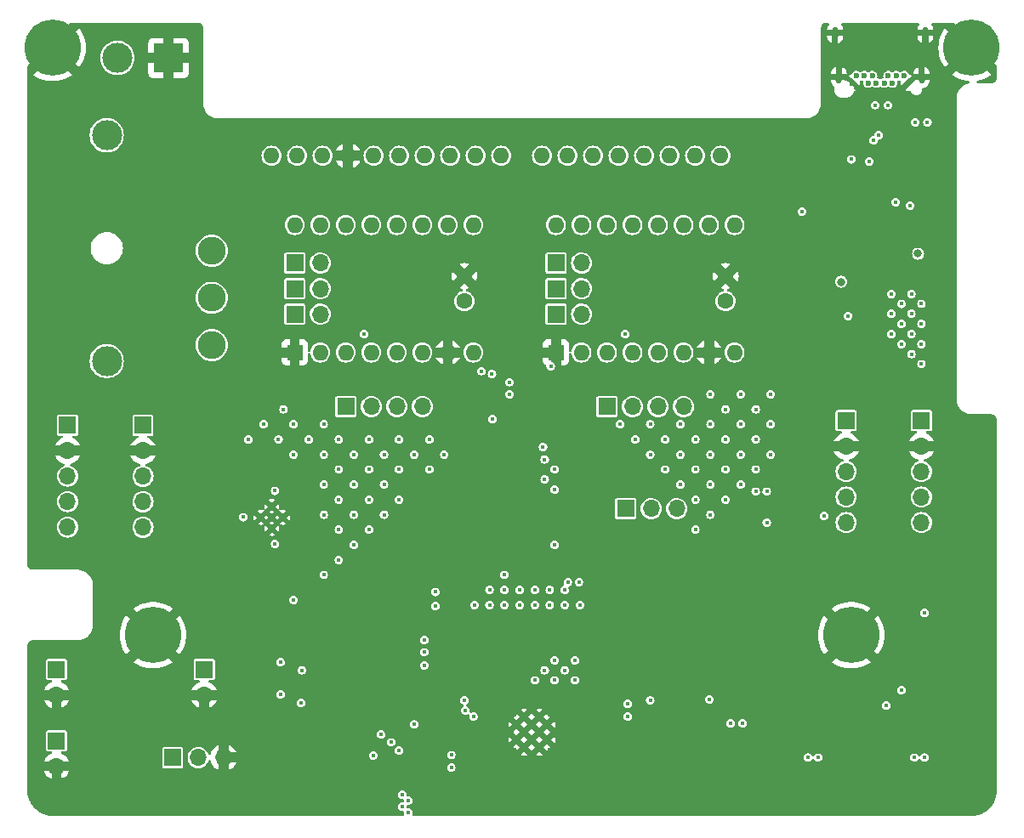
<source format=gbr>
%TF.GenerationSoftware,KiCad,Pcbnew,7.0.1*%
%TF.CreationDate,2023-06-08T02:49:51+01:00*%
%TF.ProjectId,DE10-lite_shield,44453130-2d6c-4697-9465-5f736869656c,rev?*%
%TF.SameCoordinates,Original*%
%TF.FileFunction,Copper,L3,Inr*%
%TF.FilePolarity,Positive*%
%FSLAX46Y46*%
G04 Gerber Fmt 4.6, Leading zero omitted, Abs format (unit mm)*
G04 Created by KiCad (PCBNEW 7.0.1) date 2023-06-08 02:49:51*
%MOMM*%
%LPD*%
G01*
G04 APERTURE LIST*
%TA.AperFunction,ComponentPad*%
%ADD10R,1.700000X1.700000*%
%TD*%
%TA.AperFunction,ComponentPad*%
%ADD11O,1.700000X1.700000*%
%TD*%
%TA.AperFunction,ComponentPad*%
%ADD12R,1.600000X1.600000*%
%TD*%
%TA.AperFunction,ComponentPad*%
%ADD13O,1.600000X1.600000*%
%TD*%
%TA.AperFunction,ComponentPad*%
%ADD14C,0.600000*%
%TD*%
%TA.AperFunction,ComponentPad*%
%ADD15O,0.600000X1.200000*%
%TD*%
%TA.AperFunction,ComponentPad*%
%ADD16C,5.600000*%
%TD*%
%TA.AperFunction,ComponentPad*%
%ADD17R,3.000000X3.000000*%
%TD*%
%TA.AperFunction,ComponentPad*%
%ADD18C,3.000000*%
%TD*%
%TA.AperFunction,ComponentPad*%
%ADD19C,1.600000*%
%TD*%
%TA.AperFunction,ComponentPad*%
%ADD20C,0.499999*%
%TD*%
%TA.AperFunction,HeatsinkPad*%
%ADD21C,0.600000*%
%TD*%
%TA.AperFunction,ComponentPad*%
%ADD22C,2.781000*%
%TD*%
%TA.AperFunction,ViaPad*%
%ADD23C,0.450000*%
%TD*%
%TA.AperFunction,ViaPad*%
%ADD24C,0.800000*%
%TD*%
G04 APERTURE END LIST*
D10*
%TO.N,+3V3*%
%TO.C,JP2*%
X153125000Y-76980000D03*
D11*
%TO.N,/MOTOR2_MS2*%
X155665000Y-76980000D03*
%TD*%
D10*
%TO.N,+3V3*%
%TO.C,J8*%
X104500000Y-90585000D03*
D11*
%TO.N,GND*%
X104500000Y-93125000D03*
%TO.N,SCL3*%
X104500000Y-95665000D03*
%TO.N,SDA3*%
X104500000Y-98205000D03*
%TO.N,I2C3_INT*%
X104500000Y-100745000D03*
%TD*%
D10*
%TO.N,+3V3*%
%TO.C,JP6*%
X127125000Y-74430000D03*
D11*
%TO.N,/MOTOR1_MS3*%
X129665000Y-74430000D03*
%TD*%
D12*
%TO.N,GND*%
%TO.C,A3*%
X153110000Y-83340000D03*
D13*
%TO.N,+3V3*%
X155650000Y-83340000D03*
%TO.N,/MOTOR2_1B*%
X158190000Y-83340000D03*
%TO.N,/MOTOR2_1A*%
X160730000Y-83340000D03*
%TO.N,/MOTOR2_2A*%
X163270000Y-83340000D03*
%TO.N,/MOTOR2_2B*%
X165810000Y-83340000D03*
%TO.N,GND*%
X168350000Y-83340000D03*
%TO.N,+BATT*%
X170890000Y-83340000D03*
%TO.N,MOTOR_EN*%
X170890000Y-70640000D03*
%TO.N,/MOTOR2_MS1*%
X168350000Y-70640000D03*
%TO.N,/MOTOR2_MS2*%
X165810000Y-70640000D03*
%TO.N,/MOTOR2_MS3*%
X163270000Y-70640000D03*
%TO.N,/MOTOR2_RST*%
X160730000Y-70640000D03*
X158190000Y-70640000D03*
%TO.N,MOTOR2_STEP_IN*%
X155650000Y-70640000D03*
%TO.N,MOTOR2_DIR*%
X153110000Y-70640000D03*
%TD*%
D10*
%TO.N,+3V3*%
%TO.C,JP4*%
X127125000Y-79530000D03*
D11*
%TO.N,/MOTOR1_MS1*%
X129665000Y-79530000D03*
%TD*%
D14*
%TO.N,GND*%
%TO.C,J4*%
X182600000Y-56490000D03*
%TO.N,unconnected-(J4-TX2+-PadB2)*%
X183000000Y-55790000D03*
%TO.N,unconnected-(J4-TX2--PadB3)*%
X183800000Y-55790000D03*
%TO.N,VBUS*%
X184200000Y-56490000D03*
%TO.N,/CC2*%
X184600000Y-55790000D03*
%TO.N,/DP*%
X185000000Y-56490000D03*
%TO.N,/DN*%
X185800000Y-56490000D03*
%TO.N,unconnected-(J4-SBU2-PadB8)*%
X186200000Y-55790000D03*
%TO.N,VBUS*%
X186600000Y-56490000D03*
%TO.N,unconnected-(J4-RX1--PadB10)*%
X187000000Y-55790000D03*
%TO.N,unconnected-(J4-RX1+-PadB11)*%
X187800000Y-55790000D03*
%TO.N,GND*%
X188200000Y-56490000D03*
D15*
X189530000Y-55900000D03*
X181270000Y-55900000D03*
X189890000Y-51500000D03*
X180910000Y-51500000D03*
%TD*%
D10*
%TO.N,MOTOR1_STEP*%
%TO.C,JP9*%
X160060000Y-98900000D03*
D11*
%TO.N,MOTOR2_STEP_IN*%
X162600000Y-98900000D03*
%TO.N,MOTOR2_STEP*%
X165140000Y-98900000D03*
%TD*%
D10*
%TO.N,+3V3*%
%TO.C,J7*%
X112000000Y-90590000D03*
D11*
%TO.N,GND*%
X112000000Y-93130000D03*
%TO.N,SCL2*%
X112000000Y-95670000D03*
%TO.N,SDA2*%
X112000000Y-98210000D03*
%TO.N,I2C2_INT*%
X112000000Y-100750000D03*
%TD*%
D10*
%TO.N,+3V3*%
%TO.C,JP1*%
X153125000Y-79530000D03*
D11*
%TO.N,/MOTOR2_MS1*%
X155665000Y-79530000D03*
%TD*%
D10*
%TO.N,+3V3*%
%TO.C,JP5*%
X127125000Y-76980000D03*
D11*
%TO.N,/MOTOR1_MS2*%
X129665000Y-76980000D03*
%TD*%
D10*
%TO.N,SERVO*%
%TO.C,J9*%
X114960000Y-123700000D03*
D11*
%TO.N,+5V*%
X117500000Y-123700000D03*
%TO.N,GND*%
X120040000Y-123700000D03*
%TD*%
D16*
%TO.N,GND*%
%TO.C,H2*%
X194500000Y-53000000D03*
%TD*%
D10*
%TO.N,+3V3*%
%TO.C,JP3*%
X153125000Y-74430000D03*
D11*
%TO.N,/MOTOR2_MS3*%
X155665000Y-74430000D03*
%TD*%
D16*
%TO.N,GND*%
%TO.C,H4*%
X182500000Y-111500000D03*
%TD*%
D17*
%TO.N,GND*%
%TO.C,J3*%
X114540000Y-54000000D03*
D18*
%TO.N,/VIN*%
X109460000Y-54000000D03*
%TD*%
D19*
%TO.N,+BATT*%
%TO.C,C1*%
X144000000Y-78230000D03*
%TO.N,GND*%
X144000000Y-75730000D03*
%TD*%
D18*
%TO.N,/VIN*%
%TO.C,F1*%
X108400000Y-61700000D03*
%TO.N,/VIN_FUSED*%
X108400000Y-84200000D03*
%TD*%
D12*
%TO.N,GND*%
%TO.C,A2*%
X127110000Y-83340000D03*
D13*
%TO.N,+3V3*%
X129650000Y-83340000D03*
%TO.N,/MOTOR1_1B*%
X132190000Y-83340000D03*
%TO.N,/MOTOR1_1A*%
X134730000Y-83340000D03*
%TO.N,/MOTOR1_2A*%
X137270000Y-83340000D03*
%TO.N,/MOTOR1_2B*%
X139810000Y-83340000D03*
%TO.N,GND*%
X142350000Y-83340000D03*
%TO.N,+BATT*%
X144890000Y-83340000D03*
%TO.N,MOTOR_EN*%
X144890000Y-70640000D03*
%TO.N,/MOTOR1_MS1*%
X142350000Y-70640000D03*
%TO.N,/MOTOR1_MS2*%
X139810000Y-70640000D03*
%TO.N,/MOTOR1_MS3*%
X137270000Y-70640000D03*
%TO.N,/MOTOR1_RST*%
X134730000Y-70640000D03*
X132190000Y-70640000D03*
%TO.N,MOTOR1_STEP*%
X129650000Y-70640000D03*
%TO.N,MOTOR1_DIR*%
X127110000Y-70640000D03*
%TD*%
D20*
%TO.N,GND*%
%TO.C,U3*%
X123725001Y-99772182D03*
X124825001Y-98672182D03*
X124825001Y-99772182D03*
X124825001Y-100872182D03*
X125925001Y-99772182D03*
%TD*%
D19*
%TO.N,+BATT*%
%TO.C,C2*%
X170000000Y-78230000D03*
%TO.N,GND*%
X170000000Y-75730000D03*
%TD*%
D16*
%TO.N,GND*%
%TO.C,H3*%
X113000000Y-111500000D03*
%TD*%
D10*
%TO.N,/MOTOR2_1B*%
%TO.C,J1*%
X158200000Y-88730000D03*
D11*
%TO.N,/MOTOR2_1A*%
X160740000Y-88730000D03*
%TO.N,/MOTOR2_2A*%
X163280000Y-88730000D03*
%TO.N,/MOTOR2_2B*%
X165820000Y-88730000D03*
%TD*%
D10*
%TO.N,+3V3*%
%TO.C,J5*%
X189500000Y-90130000D03*
D11*
%TO.N,GND*%
X189500000Y-92670000D03*
%TO.N,SCL0*%
X189500000Y-95210000D03*
%TO.N,SDA0*%
X189500000Y-97750000D03*
%TO.N,I2C0_INT*%
X189500000Y-100290000D03*
%TD*%
D10*
%TO.N,/MOTOR1_1B*%
%TO.C,J2*%
X132200000Y-88730000D03*
D11*
%TO.N,/MOTOR1_1A*%
X134740000Y-88730000D03*
%TO.N,/MOTOR1_2A*%
X137280000Y-88730000D03*
%TO.N,/MOTOR1_2B*%
X139820000Y-88730000D03*
%TD*%
D16*
%TO.N,GND*%
%TO.C,H1*%
X103000000Y-53000000D03*
%TD*%
D21*
%TO.N,GND*%
%TO.C,U1*%
X152250000Y-121932500D03*
X152250000Y-120407500D03*
X151487500Y-122695000D03*
X151487500Y-121170000D03*
X151487500Y-119645000D03*
X150725000Y-121932500D03*
X150725000Y-120407500D03*
X149962500Y-122695000D03*
X149962500Y-121170000D03*
X149962500Y-119645000D03*
X149200000Y-121932500D03*
X149200000Y-120407500D03*
%TD*%
D22*
%TO.N,/VIN_FUSED*%
%TO.C,SW1*%
X118850000Y-82599500D03*
%TO.N,+BATT*%
X118850000Y-77900500D03*
%TO.N,/SW3*%
X118850000Y-73201500D03*
%TD*%
D10*
%TO.N,+5V*%
%TO.C,J10*%
X103400000Y-114925000D03*
D11*
%TO.N,GND*%
X103400000Y-117465000D03*
%TD*%
D10*
%TO.N,+5V*%
%TO.C,J10*%
X103400000Y-122025000D03*
D11*
%TO.N,GND*%
X103400000Y-124565000D03*
%TD*%
D10*
%TO.N,+5V*%
%TO.C,J10*%
X118100000Y-114925000D03*
D11*
%TO.N,GND*%
X118100000Y-117465000D03*
%TD*%
D10*
%TO.N,+3V3*%
%TO.C,J6*%
X182000000Y-90130000D03*
D11*
%TO.N,GND*%
X182000000Y-92670000D03*
%TO.N,SCL1*%
X182000000Y-95210000D03*
%TO.N,SDA1*%
X182000000Y-97750000D03*
%TO.N,I2C1_INT*%
X182000000Y-100290000D03*
%TD*%
D13*
%TO.N,ESP32_TX*%
%TO.C,A1*%
X169500000Y-63740000D03*
%TO.N,ESP32_RX*%
X166960000Y-63740000D03*
%TO.N,unconnected-(A1-D2-Pad17)*%
X164420000Y-63740000D03*
%TO.N,unconnected-(A1-D3-Pad18)*%
X161880000Y-63740000D03*
%TO.N,unconnected-(A1-D4-Pad19)*%
X159340000Y-63740000D03*
%TO.N,unconnected-(A1-D5-Pad20)*%
X156800000Y-63740000D03*
%TO.N,unconnected-(A1-D6-Pad21)*%
X154260000Y-63740000D03*
%TO.N,unconnected-(A1-D7-Pad22)*%
X151720000Y-63740000D03*
%TO.N,unconnected-(A1-D8-Pad23)*%
X147660000Y-63740000D03*
%TO.N,unconnected-(A1-D9-Pad24)*%
X145120000Y-63740000D03*
%TO.N,unconnected-(A1-D10-Pad25)*%
X142580000Y-63740000D03*
%TO.N,/FPGA_LED_A*%
X140040000Y-63740000D03*
%TO.N,FPGA_GPIO*%
X137500000Y-63740000D03*
%TO.N,FPGA_INT*%
X134960000Y-63740000D03*
%TO.N,GND*%
X132420000Y-63740000D03*
%TO.N,unconnected-(A1-NC-Pad30)*%
X129880000Y-63740000D03*
%TO.N,ESP32_SDA*%
X127340000Y-63740000D03*
%TO.N,ESP32_SCL*%
X124800000Y-63740000D03*
%TD*%
D23*
%TO.N,GND*%
X190100000Y-63000000D03*
X128000000Y-89800000D03*
X140050000Y-128500000D03*
X126900000Y-117400000D03*
X196100000Y-107100000D03*
X188950000Y-113250000D03*
X163000000Y-114500000D03*
X140800000Y-101800000D03*
X185200000Y-62900000D03*
X119850002Y-96522183D03*
X151620000Y-99795000D03*
X147700000Y-92300000D03*
X172500000Y-86200000D03*
X128200000Y-120900000D03*
X185900000Y-61000000D03*
X163000000Y-119500000D03*
X142550000Y-128500000D03*
X189300000Y-123100000D03*
X150400000Y-87200000D03*
X140800000Y-104200000D03*
X128150002Y-104022183D03*
X120550002Y-95822183D03*
X187600000Y-62700000D03*
X120450002Y-103822183D03*
X120450002Y-103122183D03*
X119750002Y-103822183D03*
X120550002Y-96522183D03*
X157550000Y-128500000D03*
X180920000Y-66030000D03*
X121250002Y-96522183D03*
X187800000Y-68100000D03*
X137600000Y-119200000D03*
X155750000Y-109500000D03*
X121250002Y-95822183D03*
X186800000Y-123700000D03*
X119850002Y-95822183D03*
X146800000Y-91000000D03*
X163275000Y-128350000D03*
X178700000Y-123100000D03*
X132830000Y-126890000D03*
X177600000Y-66250000D03*
X155750000Y-112000000D03*
X189025000Y-106800000D03*
X135700000Y-122800000D03*
X129900000Y-106550000D03*
X188900000Y-63000000D03*
X121150002Y-103822183D03*
X128150002Y-95522183D03*
X121150002Y-103122183D03*
X143200000Y-124100000D03*
X196100000Y-113500000D03*
X176200000Y-123700000D03*
X151600000Y-97895000D03*
X119750002Y-103122183D03*
%TO.N,FPGA_INT*%
X154300000Y-106200000D03*
%TO.N,ESP32_SDA*%
X136700000Y-122175000D03*
%TO.N,/FPGA_LED_A*%
X162500000Y-118000000D03*
%TO.N,FPGA_GPIO*%
X155400000Y-106200000D03*
%TO.N,I2C2_INT*%
X144000000Y-118000000D03*
%TO.N,I2C3_INT*%
X144100000Y-119000000D03*
%TO.N,SERVO*%
X144900000Y-119600000D03*
%TO.N,SCL4*%
X137800000Y-128600000D03*
X188800000Y-123700000D03*
%TO.N,SDA4*%
X138400000Y-129200000D03*
X189800000Y-123700000D03*
%TO.N,SCL5*%
X137800000Y-127400000D03*
X178200000Y-123700000D03*
%TO.N,SDA5*%
X138400000Y-128000000D03*
X179200000Y-123700000D03*
%TO.N,ESP32_SCL*%
X134925000Y-123475000D03*
%TO.N,+1V8*%
X151829122Y-92770878D03*
X146799500Y-90000000D03*
%TO.N,+3V3*%
X165500000Y-96500000D03*
X165500000Y-90500000D03*
X146500000Y-107000000D03*
X171500000Y-96500000D03*
X174500000Y-90500000D03*
X188500000Y-77500000D03*
X133000000Y-96500000D03*
X122500000Y-92000000D03*
X139000000Y-93500000D03*
X168500000Y-87500000D03*
X174500000Y-93500000D03*
X148000000Y-108500000D03*
X155000000Y-114000000D03*
X142000000Y-93500000D03*
X189500000Y-80500000D03*
X154000000Y-107000000D03*
X146500000Y-108500000D03*
X133000000Y-102500000D03*
X130000000Y-99500000D03*
X168500000Y-93500000D03*
X167000000Y-92000000D03*
X170000000Y-98000000D03*
X136000000Y-99500000D03*
X153000000Y-114000000D03*
X153000000Y-97000000D03*
X134500000Y-101000000D03*
X164000000Y-92000000D03*
X170000000Y-89000000D03*
X154000000Y-115000000D03*
X170000000Y-95000000D03*
X130000000Y-93500000D03*
X136000000Y-96500000D03*
X153000000Y-116000000D03*
X188500000Y-83500000D03*
X152500000Y-108500000D03*
X182200000Y-79700000D03*
X133000000Y-93500000D03*
X128500000Y-92000000D03*
X152000000Y-115000000D03*
X153000000Y-95000000D03*
X137500000Y-123000000D03*
X177600000Y-69300000D03*
X149500000Y-108500000D03*
X187500000Y-117000000D03*
X134500000Y-95000000D03*
X184300000Y-64300000D03*
X182500000Y-64100000D03*
X173000000Y-95000000D03*
X186500000Y-77500000D03*
X134500000Y-92000000D03*
X162500000Y-93500000D03*
X168500000Y-96500000D03*
X137500000Y-98000000D03*
X140500000Y-95000000D03*
X127000000Y-108000000D03*
X130000000Y-90500000D03*
X131500000Y-95000000D03*
X173000000Y-89000000D03*
X154000000Y-108500000D03*
X127000000Y-93500000D03*
X125500000Y-92000000D03*
X131500000Y-104000000D03*
X152000000Y-94000000D03*
X131500000Y-101000000D03*
X148000000Y-107000000D03*
X134500000Y-98000000D03*
X137500000Y-95000000D03*
X140500000Y-92000000D03*
X137500000Y-92000000D03*
X159500000Y-90500000D03*
X189500000Y-84500000D03*
X127000000Y-90500000D03*
X151000000Y-108500000D03*
X148000000Y-105500000D03*
X173000000Y-92000000D03*
X153000000Y-102500000D03*
X167000000Y-95000000D03*
X189500000Y-78500000D03*
X171500000Y-93500000D03*
X167000000Y-101000000D03*
X187500000Y-82500000D03*
X188500000Y-81500000D03*
X139000000Y-120400000D03*
X151000000Y-116000000D03*
X168500000Y-99500000D03*
X189500000Y-82500000D03*
X152500000Y-107000000D03*
X187500000Y-78500000D03*
X152000000Y-96000000D03*
X164000000Y-95000000D03*
X188500000Y-79500000D03*
X186500000Y-81500000D03*
X174500000Y-87500000D03*
X187500000Y-80500000D03*
X171500000Y-87500000D03*
X168500000Y-90500000D03*
X131500000Y-98000000D03*
X165500000Y-93500000D03*
X149500000Y-107000000D03*
X167000000Y-98000000D03*
X135712500Y-121412500D03*
X151000000Y-107000000D03*
X155500000Y-108500000D03*
X130000000Y-105500000D03*
X161000000Y-92000000D03*
X133000000Y-99500000D03*
X145000000Y-108500000D03*
X170000000Y-92000000D03*
X130000000Y-96500000D03*
X171500000Y-90500000D03*
X124000000Y-90500000D03*
X131500000Y-92000000D03*
X186000000Y-118500000D03*
X136000000Y-93500000D03*
X155000000Y-116000000D03*
X162500000Y-90500000D03*
X186500000Y-79500000D03*
%TO.N,BATT{slash}4*%
X171700000Y-120300000D03*
X173000000Y-97200000D03*
%TO.N,VBUS{slash}2*%
X168400000Y-117900000D03*
X174100000Y-97200000D03*
X174100000Y-100300000D03*
X170500000Y-120300000D03*
%TO.N,/REGOUT*%
X148500000Y-86300000D03*
X148500000Y-87500000D03*
%TO.N,+BATT*%
X122000000Y-99750000D03*
X125150002Y-102422183D03*
X125150002Y-97122183D03*
%TO.N,MOTOR2_STEP*%
X160250000Y-118350000D03*
%TO.N,MOTOR2_DIR*%
X160280000Y-119620000D03*
%TO.N,MOTOR1_STEP*%
X146750000Y-85500000D03*
X140000000Y-113200000D03*
%TO.N,MOTOR1_DIR*%
X140000000Y-114500000D03*
D24*
%TO.N,DTR*%
X189162500Y-73500000D03*
X181500000Y-76300000D03*
D23*
%TO.N,IO0*%
X189800000Y-109300000D03*
X140000000Y-112000000D03*
%TO.N,IMU_INT*%
X141100000Y-108600000D03*
X141100000Y-107200000D03*
%TO.N,ESP32_RX*%
X142700000Y-123450000D03*
X186950000Y-68375500D03*
%TO.N,ESP32_TX*%
X142700000Y-124700000D03*
X188386450Y-68713550D03*
%TO.N,SDA0*%
X179800000Y-99650000D03*
%TO.N,/CC1*%
X186150000Y-58700000D03*
X188900000Y-60400000D03*
%TO.N,/CC2*%
X190100000Y-60400000D03*
%TO.N,/DP*%
X184750000Y-62202512D03*
X184900000Y-58700000D03*
%TO.N,/DN*%
X185247488Y-61700000D03*
%TO.N,SDA2*%
X127800000Y-115000000D03*
%TO.N,SCL2*%
X125700000Y-114200000D03*
%TO.N,SDA3*%
X127737500Y-118262500D03*
%TO.N,SCL3*%
X125700000Y-117400000D03*
%TO.N,MOTOR_EN*%
X152600000Y-84700000D03*
X160030000Y-81500000D03*
X145700000Y-85200000D03*
X134030000Y-81500000D03*
%TO.N,/SW3*%
X126000000Y-89000000D03*
%TD*%
%TA.AperFunction,Conductor*%
%TO.N,GND*%
G36*
X117506922Y-50501280D02*
G01*
X117597266Y-50511459D01*
X117624331Y-50517636D01*
X117703540Y-50545352D01*
X117728553Y-50557398D01*
X117799606Y-50602043D01*
X117821313Y-50619355D01*
X117880644Y-50678686D01*
X117897957Y-50700395D01*
X117942600Y-50771444D01*
X117954648Y-50796462D01*
X117982362Y-50875666D01*
X117988540Y-50902735D01*
X117998720Y-50993077D01*
X117999500Y-51006962D01*
X117999500Y-58607317D01*
X118030046Y-58819770D01*
X118090515Y-59025709D01*
X118138511Y-59130804D01*
X118179679Y-59220950D01*
X118295719Y-59401513D01*
X118436276Y-59563724D01*
X118598487Y-59704281D01*
X118779050Y-59820321D01*
X118974290Y-59909484D01*
X119180231Y-59969954D01*
X119392682Y-60000500D01*
X119464201Y-60000500D01*
X119500000Y-60000500D01*
X119565892Y-60000500D01*
X177934108Y-60000500D01*
X178035799Y-60000500D01*
X178107317Y-60000500D01*
X178107318Y-60000500D01*
X178319769Y-59969954D01*
X178525710Y-59909484D01*
X178720950Y-59820321D01*
X178901513Y-59704281D01*
X179063724Y-59563724D01*
X179204281Y-59401513D01*
X179320321Y-59220950D01*
X179409484Y-59025710D01*
X179469954Y-58819769D01*
X179487174Y-58700000D01*
X184469195Y-58700000D01*
X184490280Y-58833124D01*
X184551472Y-58953221D01*
X184646778Y-59048527D01*
X184646780Y-59048528D01*
X184766874Y-59109719D01*
X184900000Y-59130804D01*
X185033126Y-59109719D01*
X185153220Y-59048528D01*
X185248528Y-58953220D01*
X185309719Y-58833126D01*
X185330804Y-58700000D01*
X185719195Y-58700000D01*
X185740280Y-58833124D01*
X185801472Y-58953221D01*
X185896778Y-59048527D01*
X185896780Y-59048528D01*
X186016874Y-59109719D01*
X186150000Y-59130804D01*
X186283126Y-59109719D01*
X186403220Y-59048528D01*
X186498528Y-58953220D01*
X186559719Y-58833126D01*
X186580804Y-58700000D01*
X186559719Y-58566874D01*
X186498528Y-58446780D01*
X186498527Y-58446778D01*
X186403221Y-58351472D01*
X186283124Y-58290280D01*
X186149999Y-58269195D01*
X186016875Y-58290280D01*
X185896778Y-58351472D01*
X185801472Y-58446778D01*
X185740280Y-58566875D01*
X185719195Y-58700000D01*
X185330804Y-58700000D01*
X185309719Y-58566874D01*
X185248528Y-58446780D01*
X185248527Y-58446778D01*
X185153221Y-58351472D01*
X185033124Y-58290280D01*
X184899999Y-58269195D01*
X184766875Y-58290280D01*
X184646778Y-58351472D01*
X184551472Y-58446778D01*
X184490280Y-58566875D01*
X184469195Y-58700000D01*
X179487174Y-58700000D01*
X179500500Y-58607318D01*
X179500500Y-58500000D01*
X179500500Y-58434108D01*
X179500500Y-56200000D01*
X180470000Y-56200000D01*
X180470000Y-56244929D01*
X180485122Y-56379140D01*
X180544664Y-56549303D01*
X180640578Y-56701950D01*
X180768051Y-56829423D01*
X180786459Y-56840989D01*
X180822285Y-56875176D01*
X180841876Y-56920656D01*
X180842107Y-56970175D01*
X180824500Y-57058693D01*
X180824500Y-57221307D01*
X180856222Y-57380787D01*
X180918453Y-57531023D01*
X180933341Y-57553304D01*
X181008792Y-57666225D01*
X181123775Y-57781208D01*
X181258979Y-57871548D01*
X181310004Y-57892683D01*
X181409212Y-57933777D01*
X181568693Y-57965500D01*
X181568695Y-57965500D01*
X181614201Y-57965500D01*
X181650000Y-57965500D01*
X181715892Y-57965500D01*
X181884108Y-57965500D01*
X181985799Y-57965500D01*
X182031305Y-57965500D01*
X182031307Y-57965500D01*
X182190787Y-57933777D01*
X182209978Y-57925827D01*
X182341021Y-57871548D01*
X182476225Y-57781208D01*
X182591208Y-57666225D01*
X182681548Y-57531021D01*
X182743776Y-57380789D01*
X182749957Y-57349712D01*
X182777964Y-57292583D01*
X182830621Y-57256863D01*
X182913574Y-57227837D01*
X187886424Y-57227837D01*
X188020859Y-57274877D01*
X188199999Y-57295062D01*
X188333681Y-57279999D01*
X188386324Y-57285432D01*
X188431907Y-57312320D01*
X188462127Y-57355766D01*
X188493808Y-57432250D01*
X188586695Y-57553304D01*
X188659899Y-57609475D01*
X188707750Y-57646192D01*
X188848720Y-57704584D01*
X188947103Y-57717536D01*
X188962019Y-57719500D01*
X188962020Y-57719500D01*
X189037980Y-57719500D01*
X189037981Y-57719500D01*
X189051161Y-57717764D01*
X189151280Y-57704584D01*
X189292250Y-57646192D01*
X189413304Y-57553304D01*
X189506192Y-57432250D01*
X189564584Y-57291280D01*
X189584500Y-57140000D01*
X189582688Y-57126241D01*
X189591363Y-57061893D01*
X189631373Y-57010747D01*
X189691746Y-56986836D01*
X189709144Y-56984876D01*
X189879303Y-56925335D01*
X190031950Y-56829421D01*
X190159421Y-56701950D01*
X190255335Y-56549303D01*
X190314877Y-56379140D01*
X190330000Y-56244929D01*
X190330000Y-56200000D01*
X188914263Y-56200000D01*
X188200000Y-56914264D01*
X187886424Y-57227837D01*
X182913574Y-57227837D01*
X182809812Y-57124076D01*
X182788135Y-57094848D01*
X182775876Y-57060586D01*
X182775499Y-57058693D01*
X182757892Y-56970175D01*
X182743777Y-56899212D01*
X182704162Y-56803574D01*
X182681548Y-56748979D01*
X182591208Y-56613775D01*
X182476225Y-56498792D01*
X182476224Y-56498791D01*
X182341023Y-56408453D01*
X182333336Y-56405269D01*
X182265905Y-56377338D01*
X182190787Y-56346223D01*
X182029412Y-56314123D01*
X181995151Y-56301864D01*
X181965923Y-56280187D01*
X181885736Y-56200000D01*
X180470000Y-56200000D01*
X179500500Y-56200000D01*
X179500500Y-55752160D01*
X182286424Y-55752160D01*
X182539458Y-56005194D01*
X182564571Y-56041363D01*
X182574623Y-56063374D01*
X182668869Y-56172141D01*
X182668871Y-56172142D01*
X182668872Y-56172143D01*
X182762700Y-56232442D01*
X182783339Y-56249075D01*
X183337837Y-56803573D01*
X183384877Y-56669140D01*
X183405062Y-56490000D01*
X183390680Y-56362364D01*
X183402317Y-56294393D01*
X183448464Y-56243150D01*
X183514849Y-56224483D01*
X183580938Y-56244163D01*
X183589947Y-56249953D01*
X183620143Y-56258819D01*
X183670778Y-56288052D01*
X183702389Y-56337238D01*
X183707947Y-56395441D01*
X183694352Y-56489998D01*
X183714834Y-56632457D01*
X183774623Y-56763374D01*
X183852736Y-56853521D01*
X183868872Y-56872143D01*
X183989947Y-56949953D01*
X184128039Y-56990500D01*
X184271961Y-56990500D01*
X184410053Y-56949953D01*
X184531128Y-56872143D01*
X184531129Y-56872141D01*
X184532960Y-56870965D01*
X184576533Y-56853521D01*
X184623467Y-56853521D01*
X184667040Y-56870965D01*
X184668870Y-56872141D01*
X184668872Y-56872143D01*
X184789947Y-56949953D01*
X184928039Y-56990500D01*
X185071961Y-56990500D01*
X185210053Y-56949953D01*
X185331128Y-56872143D01*
X185331129Y-56872141D01*
X185332960Y-56870965D01*
X185376533Y-56853521D01*
X185423467Y-56853521D01*
X185467040Y-56870965D01*
X185468870Y-56872141D01*
X185468872Y-56872143D01*
X185589947Y-56949953D01*
X185728039Y-56990500D01*
X185871961Y-56990500D01*
X186010053Y-56949953D01*
X186131128Y-56872143D01*
X186131129Y-56872141D01*
X186132960Y-56870965D01*
X186176533Y-56853521D01*
X186223467Y-56853521D01*
X186267040Y-56870965D01*
X186268870Y-56872141D01*
X186268872Y-56872143D01*
X186389947Y-56949953D01*
X186528039Y-56990500D01*
X186671961Y-56990500D01*
X186810053Y-56949953D01*
X186931128Y-56872143D01*
X187025377Y-56763373D01*
X187085165Y-56632457D01*
X187105647Y-56490000D01*
X187092052Y-56395441D01*
X187097610Y-56337239D01*
X187129221Y-56288052D01*
X187179852Y-56258820D01*
X187210053Y-56249953D01*
X187219061Y-56244163D01*
X187285148Y-56224483D01*
X187351533Y-56243149D01*
X187397681Y-56294392D01*
X187409319Y-56362363D01*
X187394937Y-56489999D01*
X187415122Y-56669142D01*
X187462160Y-56803574D01*
X188016659Y-56249075D01*
X188037294Y-56232445D01*
X188131128Y-56172143D01*
X188225377Y-56063373D01*
X188235428Y-56041363D01*
X188260541Y-56005193D01*
X188513574Y-55752160D01*
X188379142Y-55705122D01*
X188377539Y-55704942D01*
X188367443Y-55701029D01*
X188365957Y-55700509D01*
X188365974Y-55700459D01*
X188318641Y-55682114D01*
X188278630Y-55633234D01*
X188266820Y-55607375D01*
X188263452Y-55600000D01*
X188730000Y-55600000D01*
X189230000Y-55600000D01*
X189230000Y-54857413D01*
X189229999Y-54857411D01*
X189830000Y-54857411D01*
X189830000Y-55600000D01*
X190330000Y-55600000D01*
X190330000Y-55555071D01*
X190314877Y-55420859D01*
X190255335Y-55250696D01*
X190159421Y-55098049D01*
X190031950Y-54970578D01*
X189879300Y-54874662D01*
X189830000Y-54857411D01*
X189229999Y-54857411D01*
X189180699Y-54874662D01*
X189028049Y-54970578D01*
X188900578Y-55098049D01*
X188804664Y-55250696D01*
X188745122Y-55420859D01*
X188730000Y-55555071D01*
X188730000Y-55600000D01*
X188263452Y-55600000D01*
X188225377Y-55516627D01*
X188225376Y-55516626D01*
X188225376Y-55516625D01*
X188131129Y-55407858D01*
X188131128Y-55407857D01*
X188010053Y-55330047D01*
X187871961Y-55289500D01*
X187728039Y-55289500D01*
X187589945Y-55330047D01*
X187467038Y-55409034D01*
X187400000Y-55428718D01*
X187332962Y-55409034D01*
X187210054Y-55330047D01*
X187071961Y-55289500D01*
X186928039Y-55289500D01*
X186789945Y-55330047D01*
X186667038Y-55409034D01*
X186600000Y-55428718D01*
X186532962Y-55409034D01*
X186410054Y-55330047D01*
X186271961Y-55289500D01*
X186128039Y-55289500D01*
X185989947Y-55330047D01*
X185868870Y-55407858D01*
X185774623Y-55516625D01*
X185714834Y-55647542D01*
X185694353Y-55790000D01*
X185707947Y-55884557D01*
X185702389Y-55942760D01*
X185670779Y-55991946D01*
X185620145Y-56021180D01*
X185589945Y-56030047D01*
X185467038Y-56109034D01*
X185400000Y-56128718D01*
X185332962Y-56109034D01*
X185210054Y-56030047D01*
X185179854Y-56021180D01*
X185129220Y-55991946D01*
X185097610Y-55942759D01*
X185092052Y-55884556D01*
X185095987Y-55857188D01*
X185105647Y-55790000D01*
X185085165Y-55647543D01*
X185078630Y-55633234D01*
X185025376Y-55516625D01*
X184931129Y-55407858D01*
X184931128Y-55407857D01*
X184810053Y-55330047D01*
X184671961Y-55289500D01*
X184528039Y-55289500D01*
X184389945Y-55330047D01*
X184267038Y-55409034D01*
X184200000Y-55428718D01*
X184132962Y-55409034D01*
X184010054Y-55330047D01*
X183871961Y-55289500D01*
X183728039Y-55289500D01*
X183589945Y-55330047D01*
X183467038Y-55409034D01*
X183400000Y-55428718D01*
X183332962Y-55409034D01*
X183210054Y-55330047D01*
X183071961Y-55289500D01*
X182928039Y-55289500D01*
X182789947Y-55330047D01*
X182668870Y-55407858D01*
X182574623Y-55516625D01*
X182521369Y-55633234D01*
X182481358Y-55682114D01*
X182434025Y-55700459D01*
X182434043Y-55700509D01*
X182432555Y-55701029D01*
X182422461Y-55704942D01*
X182420856Y-55705122D01*
X182286424Y-55752160D01*
X179500500Y-55752160D01*
X179500500Y-55600000D01*
X180470000Y-55600000D01*
X180970000Y-55600000D01*
X180970000Y-54857413D01*
X180969999Y-54857411D01*
X181570000Y-54857411D01*
X181570000Y-55600000D01*
X182069999Y-55600000D01*
X182070000Y-55599999D01*
X182070000Y-55555071D01*
X182054877Y-55420859D01*
X181995335Y-55250696D01*
X181899421Y-55098049D01*
X181771950Y-54970578D01*
X181619300Y-54874662D01*
X181570000Y-54857411D01*
X180969999Y-54857411D01*
X180920699Y-54874662D01*
X180768049Y-54970578D01*
X180640578Y-55098049D01*
X180544664Y-55250696D01*
X180485122Y-55420859D01*
X180470000Y-55555071D01*
X180470000Y-55600000D01*
X179500500Y-55600000D01*
X179500500Y-52999999D01*
X191195152Y-52999999D01*
X191214525Y-53357310D01*
X191272419Y-53710451D01*
X191368149Y-54055241D01*
X191500601Y-54387670D01*
X191668218Y-54703829D01*
X191838265Y-54954627D01*
X193792893Y-53000000D01*
X191838265Y-51045371D01*
X191668215Y-51296178D01*
X191500601Y-51612329D01*
X191368149Y-51944758D01*
X191272419Y-52289548D01*
X191214525Y-52642689D01*
X191195152Y-52999999D01*
X179500500Y-52999999D01*
X179500500Y-51800000D01*
X180110000Y-51800000D01*
X180110000Y-51844929D01*
X180125122Y-51979140D01*
X180184664Y-52149303D01*
X180280578Y-52301950D01*
X180408049Y-52429421D01*
X180560699Y-52525337D01*
X180609999Y-52542588D01*
X180610000Y-52542587D01*
X180610000Y-51800000D01*
X181210000Y-51800000D01*
X181210000Y-52542588D01*
X181259300Y-52525337D01*
X181411950Y-52429421D01*
X181539421Y-52301950D01*
X181635335Y-52149303D01*
X181694877Y-51979140D01*
X181710000Y-51844929D01*
X181710000Y-51800000D01*
X189090000Y-51800000D01*
X189090000Y-51844929D01*
X189105122Y-51979140D01*
X189164664Y-52149303D01*
X189260578Y-52301950D01*
X189388049Y-52429421D01*
X189540699Y-52525337D01*
X189589999Y-52542588D01*
X189590000Y-52542588D01*
X189590000Y-51800000D01*
X190190000Y-51800000D01*
X190190000Y-52542588D01*
X190239300Y-52525337D01*
X190391950Y-52429421D01*
X190519421Y-52301950D01*
X190615335Y-52149303D01*
X190674877Y-51979140D01*
X190690000Y-51844929D01*
X190690000Y-51800000D01*
X190190000Y-51800000D01*
X189590000Y-51800000D01*
X189090000Y-51800000D01*
X181710000Y-51800000D01*
X181210000Y-51800000D01*
X180610000Y-51800000D01*
X180110000Y-51800000D01*
X179500500Y-51800000D01*
X179500500Y-51006962D01*
X179501280Y-50993079D01*
X179506928Y-50942952D01*
X179511459Y-50902733D01*
X179517635Y-50875670D01*
X179545353Y-50796456D01*
X179557396Y-50771450D01*
X179602046Y-50700389D01*
X179619351Y-50678690D01*
X179678690Y-50619351D01*
X179700389Y-50602046D01*
X179771450Y-50557396D01*
X179796456Y-50545353D01*
X179875670Y-50517635D01*
X179902733Y-50511459D01*
X179965419Y-50504396D01*
X179993079Y-50501280D01*
X180006962Y-50500500D01*
X180065892Y-50500500D01*
X180180346Y-50500500D01*
X180243347Y-50517697D01*
X180288874Y-50564519D01*
X180304297Y-50627978D01*
X180285340Y-50690472D01*
X180184664Y-50850696D01*
X180125122Y-51020859D01*
X180110000Y-51155071D01*
X180110000Y-51200000D01*
X181710000Y-51200000D01*
X181710000Y-51155071D01*
X181694877Y-51020859D01*
X181635335Y-50850696D01*
X181534660Y-50690472D01*
X181515703Y-50627978D01*
X181531126Y-50564519D01*
X181576653Y-50517697D01*
X181639654Y-50500500D01*
X189160346Y-50500500D01*
X189223347Y-50517697D01*
X189268874Y-50564519D01*
X189284297Y-50627978D01*
X189265340Y-50690472D01*
X189164664Y-50850696D01*
X189105122Y-51020859D01*
X189090000Y-51155071D01*
X189090000Y-51200000D01*
X190690000Y-51200000D01*
X190690000Y-51155071D01*
X190674877Y-51020859D01*
X190615335Y-50850696D01*
X190514660Y-50690472D01*
X190495703Y-50627978D01*
X190511126Y-50564519D01*
X190556653Y-50517697D01*
X190619654Y-50500500D01*
X192656245Y-50500500D01*
X192703698Y-50509939D01*
X192743926Y-50536819D01*
X196963181Y-54756074D01*
X196990061Y-54796302D01*
X196999500Y-54843755D01*
X196999500Y-55993038D01*
X196998720Y-56006923D01*
X196988540Y-56097264D01*
X196982362Y-56124333D01*
X196954648Y-56203537D01*
X196942600Y-56228555D01*
X196897957Y-56299604D01*
X196880644Y-56321313D01*
X196821313Y-56380644D01*
X196799604Y-56397957D01*
X196728555Y-56442600D01*
X196703537Y-56454648D01*
X196624333Y-56482362D01*
X196597264Y-56488540D01*
X196517075Y-56497576D01*
X196506921Y-56498720D01*
X196493038Y-56499500D01*
X195092721Y-56499500D01*
X195034638Y-56485055D01*
X194990088Y-56445087D01*
X194969448Y-56388907D01*
X194977528Y-56329603D01*
X195012445Y-56280992D01*
X195066065Y-56254399D01*
X195384140Y-56184385D01*
X195723253Y-56070124D01*
X196048015Y-55919873D01*
X196354637Y-55735385D01*
X196453286Y-55660393D01*
X194500000Y-53707107D01*
X192546712Y-55660393D01*
X192546712Y-55660394D01*
X192645363Y-55735386D01*
X192951984Y-55919873D01*
X193276746Y-56070124D01*
X193615859Y-56184385D01*
X193965336Y-56261311D01*
X194175252Y-56284140D01*
X194230840Y-56304380D01*
X194270725Y-56348071D01*
X194285827Y-56405269D01*
X194272711Y-56462955D01*
X194234361Y-56507999D01*
X194188444Y-56526539D01*
X194188740Y-56527547D01*
X193974290Y-56590515D01*
X193779052Y-56679678D01*
X193779050Y-56679679D01*
X193598487Y-56795719D01*
X193436276Y-56936276D01*
X193295719Y-57098487D01*
X193212592Y-57227837D01*
X193179678Y-57279052D01*
X193090515Y-57474290D01*
X193030046Y-57680229D01*
X192999500Y-57892683D01*
X192999500Y-88107317D01*
X193030046Y-88319770D01*
X193090515Y-88525709D01*
X193120112Y-88590516D01*
X193179679Y-88720950D01*
X193295719Y-88901513D01*
X193436276Y-89063724D01*
X193598487Y-89204281D01*
X193779050Y-89320321D01*
X193974290Y-89409484D01*
X194180231Y-89469954D01*
X194392682Y-89500500D01*
X194464201Y-89500500D01*
X194500000Y-89500500D01*
X194565892Y-89500500D01*
X196434108Y-89500500D01*
X196493038Y-89500500D01*
X196506922Y-89501280D01*
X196597266Y-89511459D01*
X196624331Y-89517636D01*
X196703540Y-89545352D01*
X196728553Y-89557398D01*
X196799606Y-89602043D01*
X196821313Y-89619355D01*
X196880644Y-89678686D01*
X196897957Y-89700395D01*
X196942600Y-89771444D01*
X196954648Y-89796462D01*
X196982362Y-89875666D01*
X196988540Y-89902735D01*
X196998720Y-89993077D01*
X196999500Y-90006962D01*
X196999500Y-126985467D01*
X196999501Y-126985472D01*
X196999501Y-126996250D01*
X196999275Y-127003737D01*
X196981729Y-127293795D01*
X196979924Y-127308660D01*
X196928220Y-127590798D01*
X196924636Y-127605336D01*
X196839305Y-127879175D01*
X196833995Y-127893177D01*
X196716278Y-128154731D01*
X196709320Y-128167988D01*
X196560929Y-128413459D01*
X196552423Y-128425783D01*
X196375526Y-128651574D01*
X196365596Y-128662782D01*
X196162782Y-128865596D01*
X196151574Y-128875526D01*
X195925783Y-129052423D01*
X195913459Y-129060929D01*
X195667988Y-129209320D01*
X195654731Y-129216278D01*
X195393177Y-129333995D01*
X195379175Y-129339305D01*
X195105336Y-129424636D01*
X195090798Y-129428220D01*
X194808660Y-129479924D01*
X194793795Y-129481729D01*
X194503737Y-129499275D01*
X194496250Y-129499501D01*
X138927296Y-129499501D01*
X138866705Y-129483689D01*
X138821566Y-129440286D01*
X138803391Y-129380361D01*
X138809405Y-129352960D01*
X138806647Y-129352524D01*
X138830804Y-129199999D01*
X138809719Y-129066875D01*
X138809719Y-129066874D01*
X138748528Y-128946780D01*
X138748527Y-128946778D01*
X138653221Y-128851472D01*
X138533124Y-128790280D01*
X138400001Y-128769195D01*
X138367531Y-128774338D01*
X138309816Y-128769795D01*
X138260453Y-128739544D01*
X138230204Y-128690181D01*
X138225662Y-128632465D01*
X138230804Y-128599999D01*
X138225662Y-128567534D01*
X138230204Y-128509817D01*
X138260454Y-128460454D01*
X138309817Y-128430204D01*
X138367534Y-128425662D01*
X138400000Y-128430804D01*
X138533126Y-128409719D01*
X138653220Y-128348528D01*
X138748528Y-128253220D01*
X138809719Y-128133126D01*
X138830804Y-128000000D01*
X138809719Y-127866874D01*
X138748528Y-127746780D01*
X138748527Y-127746778D01*
X138653221Y-127651472D01*
X138533124Y-127590280D01*
X138400001Y-127569195D01*
X138367531Y-127574338D01*
X138309816Y-127569795D01*
X138260453Y-127539544D01*
X138230204Y-127490181D01*
X138225662Y-127432465D01*
X138230804Y-127399998D01*
X138209719Y-127266875D01*
X138209719Y-127266874D01*
X138148528Y-127146780D01*
X138148527Y-127146778D01*
X138053221Y-127051472D01*
X137933124Y-126990280D01*
X137800000Y-126969195D01*
X137666875Y-126990280D01*
X137546778Y-127051472D01*
X137451472Y-127146778D01*
X137390280Y-127266875D01*
X137369195Y-127400000D01*
X137390280Y-127533124D01*
X137451472Y-127653221D01*
X137546778Y-127748527D01*
X137546780Y-127748528D01*
X137666874Y-127809719D01*
X137711249Y-127816747D01*
X137799998Y-127830804D01*
X137799999Y-127830803D01*
X137800000Y-127830804D01*
X137832465Y-127825662D01*
X137890181Y-127830204D01*
X137939544Y-127860453D01*
X137969795Y-127909816D01*
X137974338Y-127967531D01*
X137969195Y-127999999D01*
X137974338Y-128032467D01*
X137969795Y-128090183D01*
X137939545Y-128139545D01*
X137890183Y-128169795D01*
X137832467Y-128174338D01*
X137799997Y-128169195D01*
X137666875Y-128190280D01*
X137546778Y-128251472D01*
X137451472Y-128346778D01*
X137390280Y-128466875D01*
X137369195Y-128599999D01*
X137390280Y-128733124D01*
X137451472Y-128853221D01*
X137546778Y-128948527D01*
X137546780Y-128948528D01*
X137666874Y-129009719D01*
X137711249Y-129016747D01*
X137799998Y-129030804D01*
X137799999Y-129030803D01*
X137800000Y-129030804D01*
X137832465Y-129025662D01*
X137890181Y-129030204D01*
X137939544Y-129060453D01*
X137969795Y-129109816D01*
X137974338Y-129167531D01*
X137969195Y-129200001D01*
X137993353Y-129352524D01*
X137990594Y-129352960D01*
X137996609Y-129380361D01*
X137978434Y-129440286D01*
X137933295Y-129483689D01*
X137872704Y-129499501D01*
X103003750Y-129499501D01*
X102996263Y-129499275D01*
X102706204Y-129481729D01*
X102691339Y-129479924D01*
X102409201Y-129428220D01*
X102394663Y-129424636D01*
X102120824Y-129339305D01*
X102106826Y-129333996D01*
X101954095Y-129265257D01*
X101845268Y-129216278D01*
X101832011Y-129209320D01*
X101586540Y-129060929D01*
X101574216Y-129052423D01*
X101540058Y-129025662D01*
X101348425Y-128875526D01*
X101337217Y-128865596D01*
X101134403Y-128662782D01*
X101124473Y-128651574D01*
X101084066Y-128599999D01*
X100947572Y-128425777D01*
X100939070Y-128413459D01*
X100790679Y-128167988D01*
X100783721Y-128154731D01*
X100665999Y-127893164D01*
X100660697Y-127879183D01*
X100575362Y-127605335D01*
X100571779Y-127590798D01*
X100520075Y-127308660D01*
X100518270Y-127293795D01*
X100500725Y-127003737D01*
X100500499Y-126996250D01*
X100500499Y-125065000D01*
X102143593Y-125065000D01*
X102226399Y-125242576D01*
X102361893Y-125436081D01*
X102528918Y-125603106D01*
X102722423Y-125738600D01*
X102899999Y-125821406D01*
X102900000Y-125821407D01*
X102900000Y-125065000D01*
X103900000Y-125065000D01*
X103900000Y-125821406D01*
X104077576Y-125738600D01*
X104271081Y-125603106D01*
X104438106Y-125436081D01*
X104573600Y-125242576D01*
X104656406Y-125065000D01*
X103900000Y-125065000D01*
X102900000Y-125065000D01*
X102143593Y-125065000D01*
X100500499Y-125065000D01*
X100500499Y-124569749D01*
X113909500Y-124569749D01*
X113921132Y-124628230D01*
X113965447Y-124694552D01*
X114031769Y-124738867D01*
X114090251Y-124750500D01*
X114090252Y-124750500D01*
X115829748Y-124750500D01*
X115829749Y-124750500D01*
X115858989Y-124744683D01*
X115888231Y-124738867D01*
X115954552Y-124694552D01*
X115998867Y-124628231D01*
X116010500Y-124569748D01*
X116010500Y-123699999D01*
X116444417Y-123699999D01*
X116464699Y-123905932D01*
X116479044Y-123953220D01*
X116524768Y-124103954D01*
X116622315Y-124286450D01*
X116673608Y-124348952D01*
X116753589Y-124446410D01*
X116833570Y-124512047D01*
X116913550Y-124577685D01*
X117096046Y-124675232D01*
X117294066Y-124735300D01*
X117500000Y-124755583D01*
X117705934Y-124735300D01*
X117903954Y-124675232D01*
X118086450Y-124577685D01*
X118246410Y-124446410D01*
X118377685Y-124286450D01*
X118475232Y-124103954D01*
X118495406Y-124037446D01*
X118528709Y-123983497D01*
X118584330Y-123953061D01*
X118647724Y-123954098D01*
X118702319Y-123986337D01*
X118733841Y-124041349D01*
X118766569Y-124163492D01*
X118866399Y-124377576D01*
X119001893Y-124571081D01*
X119168918Y-124738106D01*
X119362423Y-124873600D01*
X119539999Y-124956406D01*
X119540000Y-124956407D01*
X119540000Y-124200000D01*
X120540000Y-124200000D01*
X120540000Y-124956406D01*
X120717576Y-124873600D01*
X120911081Y-124738106D01*
X120949187Y-124700000D01*
X142269195Y-124700000D01*
X142290280Y-124833124D01*
X142351472Y-124953221D01*
X142446778Y-125048527D01*
X142446780Y-125048528D01*
X142566874Y-125109719D01*
X142700000Y-125130804D01*
X142833126Y-125109719D01*
X142953220Y-125048528D01*
X143048528Y-124953220D01*
X143109719Y-124833126D01*
X143130804Y-124700000D01*
X143109719Y-124566874D01*
X143048528Y-124446780D01*
X143048527Y-124446778D01*
X142953221Y-124351472D01*
X142833124Y-124290280D01*
X142700000Y-124269195D01*
X142566875Y-124290280D01*
X142446778Y-124351472D01*
X142351472Y-124446778D01*
X142290280Y-124566875D01*
X142269195Y-124700000D01*
X120949187Y-124700000D01*
X121078106Y-124571081D01*
X121213600Y-124377576D01*
X121296406Y-124200000D01*
X120540000Y-124200000D01*
X119540000Y-124200000D01*
X119540000Y-123474999D01*
X134494195Y-123474999D01*
X134515280Y-123608124D01*
X134576472Y-123728221D01*
X134671778Y-123823527D01*
X134671780Y-123823528D01*
X134791874Y-123884719D01*
X134925000Y-123905804D01*
X135058126Y-123884719D01*
X135178220Y-123823528D01*
X135273528Y-123728220D01*
X135334719Y-123608126D01*
X135355804Y-123475000D01*
X135351844Y-123450000D01*
X135351844Y-123449999D01*
X142269195Y-123449999D01*
X142290280Y-123583124D01*
X142351472Y-123703221D01*
X142446778Y-123798527D01*
X142446780Y-123798528D01*
X142566874Y-123859719D01*
X142700000Y-123880804D01*
X142833126Y-123859719D01*
X142953220Y-123798528D01*
X143048528Y-123703220D01*
X143050169Y-123700000D01*
X177769195Y-123700000D01*
X177790280Y-123833124D01*
X177851472Y-123953221D01*
X177946778Y-124048527D01*
X177946780Y-124048528D01*
X178066874Y-124109719D01*
X178200000Y-124130804D01*
X178333126Y-124109719D01*
X178453220Y-124048528D01*
X178548528Y-123953220D01*
X178548609Y-123953061D01*
X178589515Y-123872779D01*
X178635210Y-123823346D01*
X178700000Y-123805073D01*
X178764790Y-123823346D01*
X178810485Y-123872779D01*
X178851471Y-123953220D01*
X178946778Y-124048527D01*
X178946780Y-124048528D01*
X179066874Y-124109719D01*
X179200000Y-124130804D01*
X179333126Y-124109719D01*
X179453220Y-124048528D01*
X179548528Y-123953220D01*
X179609719Y-123833126D01*
X179630804Y-123700000D01*
X188369195Y-123700000D01*
X188390280Y-123833124D01*
X188451472Y-123953221D01*
X188546778Y-124048527D01*
X188546780Y-124048528D01*
X188666874Y-124109719D01*
X188800000Y-124130804D01*
X188933126Y-124109719D01*
X189053220Y-124048528D01*
X189148528Y-123953220D01*
X189148609Y-123953061D01*
X189189515Y-123872779D01*
X189235210Y-123823346D01*
X189300000Y-123805073D01*
X189364790Y-123823346D01*
X189410485Y-123872779D01*
X189451471Y-123953220D01*
X189546778Y-124048527D01*
X189546780Y-124048528D01*
X189666874Y-124109719D01*
X189800000Y-124130804D01*
X189933126Y-124109719D01*
X190053220Y-124048528D01*
X190148528Y-123953220D01*
X190209719Y-123833126D01*
X190230804Y-123700000D01*
X190209719Y-123566874D01*
X190148528Y-123446780D01*
X190148527Y-123446778D01*
X190053221Y-123351472D01*
X189933124Y-123290280D01*
X189800000Y-123269195D01*
X189666875Y-123290280D01*
X189546778Y-123351472D01*
X189451472Y-123446778D01*
X189410485Y-123527221D01*
X189364790Y-123576653D01*
X189300000Y-123594926D01*
X189235210Y-123576653D01*
X189189515Y-123527221D01*
X189148527Y-123446778D01*
X189053221Y-123351472D01*
X188933124Y-123290280D01*
X188800000Y-123269195D01*
X188666875Y-123290280D01*
X188546778Y-123351472D01*
X188451472Y-123446778D01*
X188390280Y-123566875D01*
X188369195Y-123700000D01*
X179630804Y-123700000D01*
X179609719Y-123566874D01*
X179548528Y-123446780D01*
X179548527Y-123446778D01*
X179453221Y-123351472D01*
X179333124Y-123290280D01*
X179200000Y-123269195D01*
X179066875Y-123290280D01*
X178946778Y-123351472D01*
X178851472Y-123446778D01*
X178810485Y-123527221D01*
X178764790Y-123576653D01*
X178700000Y-123594926D01*
X178635210Y-123576653D01*
X178589515Y-123527221D01*
X178548527Y-123446778D01*
X178453221Y-123351472D01*
X178333124Y-123290280D01*
X178200000Y-123269195D01*
X178066875Y-123290280D01*
X177946778Y-123351472D01*
X177851472Y-123446778D01*
X177790280Y-123566875D01*
X177769195Y-123700000D01*
X143050169Y-123700000D01*
X143109719Y-123583126D01*
X143130804Y-123450000D01*
X143128085Y-123432837D01*
X149648924Y-123432837D01*
X149783359Y-123479877D01*
X149962500Y-123500062D01*
X150141640Y-123479877D01*
X150276074Y-123432837D01*
X151173924Y-123432837D01*
X151308359Y-123479877D01*
X151487500Y-123500062D01*
X151666640Y-123479877D01*
X151801074Y-123432837D01*
X151487501Y-123119264D01*
X151487500Y-123119264D01*
X151173924Y-123432837D01*
X150276074Y-123432837D01*
X149962501Y-123119264D01*
X149962500Y-123119264D01*
X149648924Y-123432837D01*
X143128085Y-123432837D01*
X143125498Y-123416502D01*
X143113679Y-123341875D01*
X143109719Y-123316874D01*
X143048528Y-123196780D01*
X143048527Y-123196778D01*
X142953221Y-123101472D01*
X142833124Y-123040280D01*
X142700000Y-123019195D01*
X142566875Y-123040280D01*
X142446778Y-123101472D01*
X142351472Y-123196778D01*
X142290280Y-123316875D01*
X142269195Y-123449999D01*
X135351844Y-123449999D01*
X135334719Y-123341875D01*
X135334719Y-123341874D01*
X135273528Y-123221780D01*
X135273527Y-123221778D01*
X135178221Y-123126472D01*
X135058124Y-123065280D01*
X134925000Y-123044195D01*
X134791875Y-123065280D01*
X134671778Y-123126472D01*
X134576472Y-123221778D01*
X134515280Y-123341875D01*
X134494195Y-123474999D01*
X119540000Y-123474999D01*
X119540000Y-122443595D01*
X119539999Y-122443594D01*
X119362421Y-122526400D01*
X119168921Y-122661890D01*
X119001890Y-122828921D01*
X118866400Y-123022421D01*
X118766569Y-123236507D01*
X118733841Y-123358650D01*
X118702319Y-123413662D01*
X118647724Y-123445901D01*
X118584330Y-123446938D01*
X118528710Y-123416502D01*
X118495406Y-123362553D01*
X118475232Y-123296046D01*
X118377685Y-123113550D01*
X118300250Y-123019195D01*
X118246410Y-122953589D01*
X118140746Y-122866874D01*
X118086450Y-122822315D01*
X117945135Y-122746780D01*
X117903956Y-122724769D01*
X117903955Y-122724768D01*
X117903954Y-122724768D01*
X117804944Y-122694734D01*
X117705932Y-122664699D01*
X117500000Y-122644417D01*
X117294067Y-122664699D01*
X117096043Y-122724769D01*
X116913551Y-122822314D01*
X116753589Y-122953589D01*
X116622314Y-123113551D01*
X116524769Y-123296043D01*
X116464699Y-123494067D01*
X116444417Y-123699999D01*
X116010500Y-123699999D01*
X116010500Y-122830252D01*
X115998867Y-122771769D01*
X115982170Y-122746780D01*
X115954552Y-122705447D01*
X115888230Y-122661132D01*
X115829749Y-122649500D01*
X115829748Y-122649500D01*
X114090252Y-122649500D01*
X114090251Y-122649500D01*
X114031769Y-122661132D01*
X113965447Y-122705447D01*
X113921132Y-122771769D01*
X113909500Y-122830251D01*
X113909500Y-124569749D01*
X100500499Y-124569749D01*
X100500499Y-124065000D01*
X102143594Y-124065000D01*
X104656406Y-124065000D01*
X104656405Y-124064999D01*
X104573599Y-123887421D01*
X104438109Y-123693921D01*
X104271081Y-123526893D01*
X104077576Y-123391399D01*
X103907053Y-123311882D01*
X103856657Y-123268840D01*
X103835628Y-123205989D01*
X103849973Y-123141285D01*
X103895593Y-123093211D01*
X103959458Y-123075500D01*
X104269749Y-123075500D01*
X104321127Y-123065280D01*
X104328231Y-123063867D01*
X104394552Y-123019552D01*
X104438867Y-122953231D01*
X104450500Y-122894748D01*
X104450500Y-122443593D01*
X120540000Y-122443593D01*
X120540000Y-123200000D01*
X121296406Y-123200000D01*
X121296405Y-123199999D01*
X121213599Y-123022421D01*
X121197900Y-123000000D01*
X137069195Y-123000000D01*
X137090280Y-123133124D01*
X137151472Y-123253221D01*
X137246778Y-123348527D01*
X137246780Y-123348528D01*
X137366874Y-123409719D01*
X137500000Y-123430804D01*
X137633126Y-123409719D01*
X137753220Y-123348528D01*
X137848528Y-123253220D01*
X137909719Y-123133126D01*
X137930804Y-123000000D01*
X137909719Y-122866874D01*
X137848528Y-122746780D01*
X137848527Y-122746778D01*
X137772086Y-122670337D01*
X148886424Y-122670337D01*
X149020855Y-122717376D01*
X149063480Y-122722178D01*
X149115569Y-122740404D01*
X149154592Y-122779425D01*
X149172819Y-122831514D01*
X149177622Y-122874142D01*
X149224660Y-123008574D01*
X149224661Y-123008574D01*
X149538236Y-122695001D01*
X149538236Y-122695000D01*
X150386764Y-122695000D01*
X150701004Y-123009241D01*
X150748994Y-123009241D01*
X151063236Y-122695001D01*
X151063236Y-122695000D01*
X151911764Y-122695000D01*
X152225337Y-123008573D01*
X152272376Y-122874144D01*
X152277178Y-122831518D01*
X152295405Y-122779428D01*
X152334428Y-122740405D01*
X152386518Y-122722178D01*
X152429144Y-122717376D01*
X152563574Y-122670337D01*
X152250000Y-122356764D01*
X151911764Y-122695000D01*
X151063236Y-122695000D01*
X150725000Y-122356764D01*
X150386764Y-122695000D01*
X149538236Y-122695000D01*
X149200001Y-122356764D01*
X149200000Y-122356764D01*
X148886424Y-122670337D01*
X137772086Y-122670337D01*
X137753221Y-122651472D01*
X137633124Y-122590280D01*
X137500000Y-122569195D01*
X137366875Y-122590280D01*
X137246778Y-122651472D01*
X137151472Y-122746778D01*
X137090280Y-122866875D01*
X137069195Y-123000000D01*
X121197900Y-123000000D01*
X121078109Y-122828921D01*
X120911081Y-122661893D01*
X120717576Y-122526399D01*
X120540000Y-122443593D01*
X104450500Y-122443593D01*
X104450500Y-122175000D01*
X136269195Y-122175000D01*
X136290280Y-122308124D01*
X136351472Y-122428221D01*
X136446778Y-122523527D01*
X136446780Y-122523528D01*
X136566874Y-122584719D01*
X136700000Y-122605804D01*
X136833126Y-122584719D01*
X136953220Y-122523528D01*
X137048528Y-122428220D01*
X137109719Y-122308126D01*
X137130804Y-122175000D01*
X137109719Y-122041874D01*
X137053990Y-121932499D01*
X148394937Y-121932499D01*
X148415122Y-122111642D01*
X148462160Y-122246074D01*
X148462161Y-122246074D01*
X148775736Y-121932501D01*
X148775736Y-121932500D01*
X149624264Y-121932500D01*
X149962500Y-122270736D01*
X150300736Y-121932500D01*
X151149264Y-121932500D01*
X151487500Y-122270736D01*
X151825735Y-121932501D01*
X152674264Y-121932501D01*
X152987837Y-122246073D01*
X153034877Y-122111640D01*
X153055062Y-121932499D01*
X153034877Y-121753359D01*
X152987837Y-121618925D01*
X152987837Y-121618924D01*
X152674264Y-121932500D01*
X152674264Y-121932501D01*
X151825735Y-121932501D01*
X151825736Y-121932500D01*
X151487500Y-121594264D01*
X151149264Y-121932500D01*
X150300736Y-121932500D01*
X149962500Y-121594264D01*
X149624264Y-121932500D01*
X148775736Y-121932500D01*
X148462160Y-121618924D01*
X148415122Y-121753357D01*
X148394937Y-121932499D01*
X137053990Y-121932499D01*
X137048528Y-121921780D01*
X137048527Y-121921778D01*
X136953221Y-121826472D01*
X136833124Y-121765280D01*
X136700000Y-121744195D01*
X136566875Y-121765280D01*
X136446778Y-121826472D01*
X136351472Y-121921778D01*
X136290280Y-122041875D01*
X136269195Y-122175000D01*
X104450500Y-122175000D01*
X104450500Y-121412500D01*
X135281695Y-121412500D01*
X135302780Y-121545624D01*
X135363972Y-121665721D01*
X135459278Y-121761027D01*
X135459280Y-121761028D01*
X135579374Y-121822219D01*
X135712500Y-121843304D01*
X135845626Y-121822219D01*
X135965720Y-121761028D01*
X136061028Y-121665720D01*
X136122219Y-121545626D01*
X136143304Y-121412500D01*
X136122219Y-121279374D01*
X136078715Y-121193992D01*
X148885756Y-121193992D01*
X149200000Y-121508236D01*
X149538236Y-121170000D01*
X150386764Y-121170000D01*
X150725000Y-121508236D01*
X151063236Y-121170000D01*
X151911764Y-121170000D01*
X152250000Y-121508236D01*
X152250001Y-121508236D01*
X152564241Y-121193994D01*
X152564241Y-121146004D01*
X152250000Y-120831764D01*
X151911764Y-121170000D01*
X151063236Y-121170000D01*
X150725000Y-120831764D01*
X150386764Y-121170000D01*
X149538236Y-121170000D01*
X149200001Y-120831764D01*
X149200000Y-120831764D01*
X148885756Y-121146006D01*
X148885756Y-121193992D01*
X136078715Y-121193992D01*
X136061028Y-121159280D01*
X136061027Y-121159278D01*
X135965721Y-121063972D01*
X135845624Y-121002780D01*
X135712500Y-120981695D01*
X135579375Y-121002780D01*
X135459278Y-121063972D01*
X135363972Y-121159278D01*
X135302780Y-121279375D01*
X135281695Y-121412500D01*
X104450500Y-121412500D01*
X104450500Y-121155252D01*
X104448660Y-121146004D01*
X104438867Y-121096769D01*
X104394552Y-121030447D01*
X104328230Y-120986132D01*
X104269749Y-120974500D01*
X104269748Y-120974500D01*
X102530252Y-120974500D01*
X102530251Y-120974500D01*
X102471769Y-120986132D01*
X102405447Y-121030447D01*
X102361132Y-121096769D01*
X102349500Y-121155251D01*
X102349500Y-122894749D01*
X102361132Y-122953230D01*
X102405447Y-123019552D01*
X102471769Y-123063867D01*
X102530251Y-123075500D01*
X102840543Y-123075500D01*
X102904408Y-123093211D01*
X102950028Y-123141285D01*
X102964373Y-123205989D01*
X102943344Y-123268840D01*
X102892948Y-123311882D01*
X102722421Y-123391400D01*
X102528921Y-123526890D01*
X102361890Y-123693921D01*
X102226400Y-123887421D01*
X102143594Y-124064999D01*
X102143594Y-124065000D01*
X100500499Y-124065000D01*
X100500499Y-120400000D01*
X138569195Y-120400000D01*
X138590280Y-120533124D01*
X138651472Y-120653221D01*
X138746778Y-120748527D01*
X138746780Y-120748528D01*
X138866874Y-120809719D01*
X139000000Y-120830804D01*
X139133126Y-120809719D01*
X139253220Y-120748528D01*
X139348528Y-120653220D01*
X139409719Y-120533126D01*
X139429616Y-120407500D01*
X148394937Y-120407500D01*
X148415122Y-120586642D01*
X148462160Y-120721074D01*
X148462161Y-120721074D01*
X148775736Y-120407501D01*
X148775736Y-120407500D01*
X149624264Y-120407500D01*
X149962500Y-120745736D01*
X150300736Y-120407500D01*
X151149264Y-120407500D01*
X151487500Y-120745736D01*
X151825735Y-120407501D01*
X152674264Y-120407501D01*
X152987837Y-120721073D01*
X153034877Y-120586640D01*
X153055062Y-120407500D01*
X153042949Y-120300000D01*
X170069195Y-120300000D01*
X170090280Y-120433124D01*
X170151472Y-120553221D01*
X170246778Y-120648527D01*
X170246780Y-120648528D01*
X170366874Y-120709719D01*
X170500000Y-120730804D01*
X170633126Y-120709719D01*
X170753220Y-120648528D01*
X170848528Y-120553220D01*
X170909719Y-120433126D01*
X170930804Y-120300000D01*
X171269195Y-120300000D01*
X171290280Y-120433124D01*
X171351472Y-120553221D01*
X171446778Y-120648527D01*
X171446780Y-120648528D01*
X171566874Y-120709719D01*
X171700000Y-120730804D01*
X171833126Y-120709719D01*
X171953220Y-120648528D01*
X172048528Y-120553220D01*
X172109719Y-120433126D01*
X172130804Y-120300000D01*
X172109719Y-120166874D01*
X172048528Y-120046780D01*
X172048527Y-120046778D01*
X171953221Y-119951472D01*
X171833124Y-119890280D01*
X171700000Y-119869195D01*
X171566875Y-119890280D01*
X171446778Y-119951472D01*
X171351472Y-120046778D01*
X171290280Y-120166875D01*
X171269195Y-120300000D01*
X170930804Y-120300000D01*
X170909719Y-120166874D01*
X170848528Y-120046780D01*
X170848527Y-120046778D01*
X170753221Y-119951472D01*
X170633124Y-119890280D01*
X170500000Y-119869195D01*
X170366875Y-119890280D01*
X170246778Y-119951472D01*
X170151472Y-120046778D01*
X170090280Y-120166875D01*
X170069195Y-120300000D01*
X153042949Y-120300000D01*
X153034877Y-120228359D01*
X152987837Y-120093925D01*
X152987837Y-120093924D01*
X152674264Y-120407500D01*
X152674264Y-120407501D01*
X151825735Y-120407501D01*
X151825736Y-120407500D01*
X151487500Y-120069264D01*
X151149264Y-120407500D01*
X150300736Y-120407500D01*
X149962500Y-120069264D01*
X149624264Y-120407500D01*
X148775736Y-120407500D01*
X148462160Y-120093924D01*
X148415122Y-120228357D01*
X148394937Y-120407500D01*
X139429616Y-120407500D01*
X139430804Y-120400000D01*
X139409719Y-120266874D01*
X139348528Y-120146780D01*
X139348527Y-120146778D01*
X139253221Y-120051472D01*
X139133124Y-119990280D01*
X139000000Y-119969195D01*
X138866875Y-119990280D01*
X138746778Y-120051472D01*
X138651472Y-120146778D01*
X138590280Y-120266875D01*
X138569195Y-120400000D01*
X100500499Y-120400000D01*
X100500499Y-117965000D01*
X102143593Y-117965000D01*
X102226399Y-118142576D01*
X102361893Y-118336081D01*
X102528918Y-118503106D01*
X102722423Y-118638600D01*
X102899999Y-118721406D01*
X102900000Y-118721407D01*
X102900000Y-117965000D01*
X103900000Y-117965000D01*
X103900000Y-118721406D01*
X104077576Y-118638600D01*
X104271081Y-118503106D01*
X104438106Y-118336081D01*
X104573600Y-118142576D01*
X104656406Y-117965000D01*
X116843593Y-117965000D01*
X116926399Y-118142576D01*
X117061893Y-118336081D01*
X117228918Y-118503106D01*
X117422423Y-118638600D01*
X117599999Y-118721406D01*
X117600000Y-118721406D01*
X117600000Y-117965000D01*
X118600000Y-117965000D01*
X118600000Y-118721406D01*
X118777576Y-118638600D01*
X118971081Y-118503106D01*
X119138106Y-118336081D01*
X119189629Y-118262499D01*
X127306695Y-118262499D01*
X127327780Y-118395624D01*
X127388972Y-118515721D01*
X127484278Y-118611027D01*
X127484280Y-118611028D01*
X127604374Y-118672219D01*
X127737500Y-118693304D01*
X127870626Y-118672219D01*
X127990720Y-118611028D01*
X128086028Y-118515720D01*
X128147219Y-118395626D01*
X128168304Y-118262500D01*
X128147219Y-118129374D01*
X128086028Y-118009280D01*
X128086027Y-118009278D01*
X128076749Y-118000000D01*
X143569195Y-118000000D01*
X143590280Y-118133124D01*
X143651472Y-118253221D01*
X143746778Y-118348527D01*
X143877221Y-118414991D01*
X143926653Y-118460686D01*
X143944926Y-118525476D01*
X143926654Y-118590265D01*
X143877221Y-118635960D01*
X143846780Y-118651470D01*
X143751472Y-118746778D01*
X143690280Y-118866875D01*
X143669195Y-118999999D01*
X143690280Y-119133124D01*
X143751472Y-119253221D01*
X143846778Y-119348527D01*
X143846780Y-119348528D01*
X143966874Y-119409719D01*
X144100000Y-119430804D01*
X144233126Y-119409719D01*
X144305864Y-119372656D01*
X144371886Y-119359524D01*
X144435043Y-119382824D01*
X144476719Y-119435689D01*
X144484631Y-119502539D01*
X144469195Y-119599999D01*
X144490280Y-119733124D01*
X144551472Y-119853221D01*
X144646778Y-119948527D01*
X144646780Y-119948528D01*
X144766874Y-120009719D01*
X144900000Y-120030804D01*
X145033126Y-120009719D01*
X145153220Y-119948528D01*
X145248528Y-119853220D01*
X145309719Y-119733126D01*
X145319771Y-119669660D01*
X148886424Y-119669660D01*
X149200000Y-119983236D01*
X149538235Y-119645001D01*
X150386764Y-119645001D01*
X150724999Y-119983236D01*
X151063235Y-119645001D01*
X151911764Y-119645001D01*
X152250000Y-119983236D01*
X152250001Y-119983236D01*
X152563574Y-119669661D01*
X152563574Y-119669660D01*
X152429142Y-119622622D01*
X152405862Y-119619999D01*
X159849195Y-119619999D01*
X159870280Y-119753124D01*
X159931472Y-119873221D01*
X160026778Y-119968527D01*
X160026780Y-119968528D01*
X160146874Y-120029719D01*
X160280000Y-120050804D01*
X160413126Y-120029719D01*
X160533220Y-119968528D01*
X160628528Y-119873220D01*
X160689719Y-119753126D01*
X160710804Y-119620000D01*
X160689719Y-119486874D01*
X160628528Y-119366780D01*
X160628527Y-119366778D01*
X160533221Y-119271472D01*
X160413124Y-119210280D01*
X160280000Y-119189195D01*
X160146875Y-119210280D01*
X160026778Y-119271472D01*
X159931472Y-119366778D01*
X159870280Y-119486875D01*
X159849195Y-119619999D01*
X152405862Y-119619999D01*
X152386514Y-119617819D01*
X152334425Y-119599592D01*
X152295404Y-119560569D01*
X152277178Y-119508480D01*
X152272376Y-119465855D01*
X152225337Y-119331425D01*
X152225337Y-119331424D01*
X151911764Y-119645000D01*
X151911764Y-119645001D01*
X151063235Y-119645001D01*
X151063236Y-119645000D01*
X150748992Y-119330756D01*
X150701006Y-119330756D01*
X150386764Y-119645000D01*
X150386764Y-119645001D01*
X149538235Y-119645001D01*
X149538236Y-119645000D01*
X149224660Y-119331424D01*
X149177622Y-119465857D01*
X149172819Y-119508485D01*
X149154592Y-119560572D01*
X149115572Y-119599592D01*
X149063485Y-119617819D01*
X149020857Y-119622622D01*
X148886424Y-119669660D01*
X145319771Y-119669660D01*
X145330804Y-119600000D01*
X145309719Y-119466874D01*
X145248528Y-119346780D01*
X145248527Y-119346778D01*
X145153221Y-119251472D01*
X145033124Y-119190280D01*
X144900000Y-119169195D01*
X144766873Y-119190280D01*
X144694135Y-119227342D01*
X144628111Y-119240475D01*
X144564955Y-119217175D01*
X144523280Y-119164309D01*
X144515368Y-119097458D01*
X144530804Y-118999999D01*
X144516100Y-118907160D01*
X149648924Y-118907160D01*
X149962500Y-119220736D01*
X149962501Y-119220736D01*
X150276074Y-118907161D01*
X150276074Y-118907160D01*
X151173924Y-118907160D01*
X151487500Y-119220736D01*
X151487501Y-119220736D01*
X151801074Y-118907161D01*
X151801074Y-118907160D01*
X151666642Y-118860122D01*
X151487500Y-118839937D01*
X151308357Y-118860122D01*
X151173924Y-118907160D01*
X150276074Y-118907160D01*
X150141642Y-118860122D01*
X149962500Y-118839937D01*
X149783357Y-118860122D01*
X149648924Y-118907160D01*
X144516100Y-118907160D01*
X144509719Y-118866875D01*
X144509719Y-118866874D01*
X144448528Y-118746780D01*
X144448527Y-118746778D01*
X144353221Y-118651472D01*
X144222778Y-118585008D01*
X144173345Y-118539312D01*
X144155073Y-118474522D01*
X144173347Y-118409732D01*
X144222777Y-118364039D01*
X144250333Y-118349999D01*
X159819195Y-118349999D01*
X159840280Y-118483124D01*
X159901472Y-118603221D01*
X159996778Y-118698527D01*
X159996780Y-118698528D01*
X160116874Y-118759719D01*
X160250000Y-118780804D01*
X160383126Y-118759719D01*
X160503220Y-118698528D01*
X160598528Y-118603220D01*
X160651121Y-118500000D01*
X185569195Y-118500000D01*
X185590280Y-118633124D01*
X185651472Y-118753221D01*
X185746778Y-118848527D01*
X185746780Y-118848528D01*
X185866874Y-118909719D01*
X186000000Y-118930804D01*
X186133126Y-118909719D01*
X186253220Y-118848528D01*
X186348528Y-118753220D01*
X186409719Y-118633126D01*
X186430804Y-118500000D01*
X186409719Y-118366874D01*
X186348528Y-118246780D01*
X186348527Y-118246778D01*
X186253221Y-118151472D01*
X186133124Y-118090280D01*
X186000000Y-118069195D01*
X185866875Y-118090280D01*
X185746778Y-118151472D01*
X185651472Y-118246778D01*
X185590280Y-118366875D01*
X185569195Y-118500000D01*
X160651121Y-118500000D01*
X160659719Y-118483126D01*
X160680804Y-118350000D01*
X160678599Y-118336081D01*
X160659719Y-118216875D01*
X160659719Y-118216874D01*
X160598528Y-118096780D01*
X160598527Y-118096778D01*
X160503221Y-118001472D01*
X160500332Y-118000000D01*
X162069195Y-118000000D01*
X162090280Y-118133124D01*
X162151472Y-118253221D01*
X162246778Y-118348527D01*
X162246780Y-118348528D01*
X162366874Y-118409719D01*
X162500000Y-118430804D01*
X162633126Y-118409719D01*
X162753220Y-118348528D01*
X162848528Y-118253220D01*
X162909719Y-118133126D01*
X162930804Y-118000000D01*
X162914966Y-117900000D01*
X167969195Y-117900000D01*
X167990280Y-118033124D01*
X168051472Y-118153221D01*
X168146778Y-118248527D01*
X168146780Y-118248528D01*
X168266874Y-118309719D01*
X168400000Y-118330804D01*
X168533126Y-118309719D01*
X168653220Y-118248528D01*
X168748528Y-118153220D01*
X168809719Y-118033126D01*
X168830804Y-117900000D01*
X168809719Y-117766874D01*
X168748528Y-117646780D01*
X168748527Y-117646778D01*
X168653221Y-117551472D01*
X168533124Y-117490280D01*
X168400000Y-117469195D01*
X168266875Y-117490280D01*
X168146778Y-117551472D01*
X168051472Y-117646778D01*
X167990280Y-117766875D01*
X167969195Y-117900000D01*
X162914966Y-117900000D01*
X162909719Y-117866874D01*
X162848528Y-117746780D01*
X162848527Y-117746778D01*
X162753221Y-117651472D01*
X162633124Y-117590280D01*
X162500000Y-117569195D01*
X162366875Y-117590280D01*
X162246778Y-117651472D01*
X162151472Y-117746778D01*
X162090280Y-117866875D01*
X162069195Y-118000000D01*
X160500332Y-118000000D01*
X160383124Y-117940280D01*
X160250000Y-117919195D01*
X160116875Y-117940280D01*
X159996778Y-118001472D01*
X159901472Y-118096778D01*
X159840280Y-118216875D01*
X159819195Y-118349999D01*
X144250333Y-118349999D01*
X144253220Y-118348528D01*
X144348528Y-118253220D01*
X144409719Y-118133126D01*
X144430804Y-118000000D01*
X144409719Y-117866874D01*
X144348528Y-117746780D01*
X144348527Y-117746778D01*
X144253221Y-117651472D01*
X144133124Y-117590280D01*
X144000000Y-117569195D01*
X143866875Y-117590280D01*
X143746778Y-117651472D01*
X143651472Y-117746778D01*
X143590280Y-117866875D01*
X143569195Y-118000000D01*
X128076749Y-118000000D01*
X127990721Y-117913972D01*
X127870624Y-117852780D01*
X127737500Y-117831695D01*
X127604375Y-117852780D01*
X127484278Y-117913972D01*
X127388972Y-118009278D01*
X127327780Y-118129375D01*
X127306695Y-118262499D01*
X119189629Y-118262499D01*
X119273600Y-118142576D01*
X119356406Y-117965000D01*
X118600000Y-117965000D01*
X117600000Y-117965000D01*
X116843593Y-117965000D01*
X104656406Y-117965000D01*
X103900000Y-117965000D01*
X102900000Y-117965000D01*
X102143593Y-117965000D01*
X100500499Y-117965000D01*
X100500499Y-117399999D01*
X125269195Y-117399999D01*
X125290280Y-117533124D01*
X125351472Y-117653221D01*
X125446778Y-117748527D01*
X125446780Y-117748528D01*
X125566874Y-117809719D01*
X125700000Y-117830804D01*
X125833126Y-117809719D01*
X125953220Y-117748528D01*
X126048528Y-117653220D01*
X126109719Y-117533126D01*
X126130804Y-117400000D01*
X126109719Y-117266874D01*
X126048528Y-117146780D01*
X126048527Y-117146778D01*
X125953221Y-117051472D01*
X125852201Y-117000000D01*
X187069195Y-117000000D01*
X187090280Y-117133124D01*
X187151472Y-117253221D01*
X187246778Y-117348527D01*
X187246780Y-117348528D01*
X187366874Y-117409719D01*
X187500000Y-117430804D01*
X187633126Y-117409719D01*
X187753220Y-117348528D01*
X187848528Y-117253220D01*
X187909719Y-117133126D01*
X187930804Y-117000000D01*
X187909719Y-116866874D01*
X187848528Y-116746780D01*
X187848527Y-116746778D01*
X187753221Y-116651472D01*
X187633124Y-116590280D01*
X187500000Y-116569195D01*
X187366875Y-116590280D01*
X187246778Y-116651472D01*
X187151472Y-116746778D01*
X187090280Y-116866875D01*
X187069195Y-117000000D01*
X125852201Y-117000000D01*
X125833124Y-116990280D01*
X125700000Y-116969195D01*
X125566875Y-116990280D01*
X125446778Y-117051472D01*
X125351472Y-117146778D01*
X125290280Y-117266875D01*
X125269195Y-117399999D01*
X100500499Y-117399999D01*
X100500499Y-116965000D01*
X102143594Y-116965000D01*
X104656406Y-116965000D01*
X116843594Y-116965000D01*
X119356406Y-116965000D01*
X119356405Y-116964999D01*
X119273599Y-116787421D01*
X119138109Y-116593921D01*
X118971081Y-116426893D01*
X118777576Y-116291399D01*
X118607053Y-116211882D01*
X118556657Y-116168840D01*
X118535628Y-116105989D01*
X118549973Y-116041285D01*
X118589151Y-116000000D01*
X150569195Y-116000000D01*
X150590280Y-116133124D01*
X150651472Y-116253221D01*
X150746778Y-116348527D01*
X150746780Y-116348528D01*
X150866874Y-116409719D01*
X151000000Y-116430804D01*
X151133126Y-116409719D01*
X151253220Y-116348528D01*
X151348528Y-116253220D01*
X151409719Y-116133126D01*
X151430804Y-116000000D01*
X152569195Y-116000000D01*
X152590280Y-116133124D01*
X152651472Y-116253221D01*
X152746778Y-116348527D01*
X152746780Y-116348528D01*
X152866874Y-116409719D01*
X153000000Y-116430804D01*
X153133126Y-116409719D01*
X153253220Y-116348528D01*
X153348528Y-116253220D01*
X153409719Y-116133126D01*
X153430804Y-116000000D01*
X154569195Y-116000000D01*
X154590280Y-116133124D01*
X154651472Y-116253221D01*
X154746778Y-116348527D01*
X154746780Y-116348528D01*
X154866874Y-116409719D01*
X155000000Y-116430804D01*
X155133126Y-116409719D01*
X155253220Y-116348528D01*
X155348528Y-116253220D01*
X155409719Y-116133126D01*
X155430804Y-116000000D01*
X155409719Y-115866874D01*
X155348528Y-115746780D01*
X155348527Y-115746778D01*
X155253221Y-115651472D01*
X155133124Y-115590280D01*
X155000000Y-115569195D01*
X154866875Y-115590280D01*
X154746778Y-115651472D01*
X154651472Y-115746778D01*
X154590280Y-115866875D01*
X154569195Y-116000000D01*
X153430804Y-116000000D01*
X153409719Y-115866874D01*
X153348528Y-115746780D01*
X153348527Y-115746778D01*
X153253221Y-115651472D01*
X153133124Y-115590280D01*
X153000000Y-115569195D01*
X152866875Y-115590280D01*
X152746778Y-115651472D01*
X152651472Y-115746778D01*
X152590280Y-115866875D01*
X152569195Y-116000000D01*
X151430804Y-116000000D01*
X151409719Y-115866874D01*
X151348528Y-115746780D01*
X151348527Y-115746778D01*
X151253221Y-115651472D01*
X151133124Y-115590280D01*
X151000000Y-115569195D01*
X150866875Y-115590280D01*
X150746778Y-115651472D01*
X150651472Y-115746778D01*
X150590280Y-115866875D01*
X150569195Y-116000000D01*
X118589151Y-116000000D01*
X118595593Y-115993211D01*
X118659458Y-115975500D01*
X118969749Y-115975500D01*
X118998989Y-115969683D01*
X119028231Y-115963867D01*
X119094552Y-115919552D01*
X119138867Y-115853231D01*
X119150500Y-115794748D01*
X119150500Y-114999999D01*
X127369195Y-114999999D01*
X127390280Y-115133124D01*
X127451472Y-115253221D01*
X127546778Y-115348527D01*
X127546780Y-115348528D01*
X127666874Y-115409719D01*
X127800000Y-115430804D01*
X127933126Y-115409719D01*
X128053220Y-115348528D01*
X128148528Y-115253220D01*
X128209719Y-115133126D01*
X128230804Y-115000000D01*
X128230804Y-114999999D01*
X151569195Y-114999999D01*
X151590280Y-115133124D01*
X151651472Y-115253221D01*
X151746778Y-115348527D01*
X151746780Y-115348528D01*
X151866874Y-115409719D01*
X152000000Y-115430804D01*
X152133126Y-115409719D01*
X152253220Y-115348528D01*
X152348528Y-115253220D01*
X152409719Y-115133126D01*
X152430804Y-115000000D01*
X152430804Y-114999999D01*
X153569195Y-114999999D01*
X153590280Y-115133124D01*
X153651472Y-115253221D01*
X153746778Y-115348527D01*
X153746780Y-115348528D01*
X153866874Y-115409719D01*
X154000000Y-115430804D01*
X154133126Y-115409719D01*
X154253220Y-115348528D01*
X154348528Y-115253220D01*
X154409719Y-115133126D01*
X154430804Y-115000000D01*
X154409719Y-114866874D01*
X154348528Y-114746780D01*
X154348527Y-114746778D01*
X154253221Y-114651472D01*
X154133124Y-114590280D01*
X154000000Y-114569195D01*
X153866875Y-114590280D01*
X153746778Y-114651472D01*
X153651472Y-114746778D01*
X153590280Y-114866875D01*
X153569195Y-114999999D01*
X152430804Y-114999999D01*
X152409719Y-114866874D01*
X152348528Y-114746780D01*
X152348527Y-114746778D01*
X152253221Y-114651472D01*
X152133124Y-114590280D01*
X152000000Y-114569195D01*
X151866875Y-114590280D01*
X151746778Y-114651472D01*
X151651472Y-114746778D01*
X151590280Y-114866875D01*
X151569195Y-114999999D01*
X128230804Y-114999999D01*
X128209719Y-114866874D01*
X128148528Y-114746780D01*
X128148527Y-114746778D01*
X128053221Y-114651472D01*
X127933124Y-114590280D01*
X127800000Y-114569195D01*
X127666875Y-114590280D01*
X127546778Y-114651472D01*
X127451472Y-114746778D01*
X127390280Y-114866875D01*
X127369195Y-114999999D01*
X119150500Y-114999999D01*
X119150500Y-114200000D01*
X125269195Y-114200000D01*
X125290280Y-114333124D01*
X125351472Y-114453221D01*
X125446778Y-114548527D01*
X125446780Y-114548528D01*
X125566874Y-114609719D01*
X125700000Y-114630804D01*
X125833126Y-114609719D01*
X125953220Y-114548528D01*
X126001748Y-114500000D01*
X139569195Y-114500000D01*
X139590280Y-114633124D01*
X139651472Y-114753221D01*
X139746778Y-114848527D01*
X139746780Y-114848528D01*
X139866874Y-114909719D01*
X140000000Y-114930804D01*
X140133126Y-114909719D01*
X140253220Y-114848528D01*
X140348528Y-114753220D01*
X140409719Y-114633126D01*
X140430804Y-114500000D01*
X140409719Y-114366874D01*
X140348528Y-114246780D01*
X140348527Y-114246778D01*
X140253221Y-114151472D01*
X140133124Y-114090280D01*
X140000000Y-114069195D01*
X139866875Y-114090280D01*
X139746778Y-114151472D01*
X139651472Y-114246778D01*
X139590280Y-114366875D01*
X139569195Y-114500000D01*
X126001748Y-114500000D01*
X126048528Y-114453220D01*
X126109719Y-114333126D01*
X126130804Y-114200000D01*
X126109719Y-114066874D01*
X126075644Y-113999999D01*
X152569195Y-113999999D01*
X152590280Y-114133124D01*
X152651472Y-114253221D01*
X152746778Y-114348527D01*
X152746780Y-114348528D01*
X152866874Y-114409719D01*
X153000000Y-114430804D01*
X153133126Y-114409719D01*
X153253220Y-114348528D01*
X153348528Y-114253220D01*
X153409719Y-114133126D01*
X153430804Y-114000000D01*
X153430804Y-113999999D01*
X154569195Y-113999999D01*
X154590280Y-114133124D01*
X154651472Y-114253221D01*
X154746778Y-114348527D01*
X154746780Y-114348528D01*
X154866874Y-114409719D01*
X155000000Y-114430804D01*
X155133126Y-114409719D01*
X155253220Y-114348528D01*
X155348528Y-114253220D01*
X155395825Y-114160394D01*
X180546712Y-114160394D01*
X180645363Y-114235386D01*
X180951984Y-114419873D01*
X181276746Y-114570124D01*
X181615859Y-114684385D01*
X181965335Y-114761310D01*
X182321078Y-114800000D01*
X182678922Y-114800000D01*
X183034664Y-114761310D01*
X183384140Y-114684385D01*
X183723253Y-114570124D01*
X184048015Y-114419873D01*
X184354637Y-114235385D01*
X184453286Y-114160393D01*
X182500000Y-112207107D01*
X180546712Y-114160393D01*
X180546712Y-114160394D01*
X155395825Y-114160394D01*
X155409719Y-114133126D01*
X155430804Y-114000000D01*
X155422374Y-113946778D01*
X155409719Y-113866875D01*
X155409719Y-113866874D01*
X155348528Y-113746780D01*
X155348527Y-113746778D01*
X155253221Y-113651472D01*
X155133124Y-113590280D01*
X155000000Y-113569195D01*
X154866875Y-113590280D01*
X154746778Y-113651472D01*
X154651472Y-113746778D01*
X154590280Y-113866875D01*
X154569195Y-113999999D01*
X153430804Y-113999999D01*
X153422374Y-113946778D01*
X153409719Y-113866875D01*
X153409719Y-113866874D01*
X153348528Y-113746780D01*
X153348527Y-113746778D01*
X153253221Y-113651472D01*
X153133124Y-113590280D01*
X153000000Y-113569195D01*
X152866875Y-113590280D01*
X152746778Y-113651472D01*
X152651472Y-113746778D01*
X152590280Y-113866875D01*
X152569195Y-113999999D01*
X126075644Y-113999999D01*
X126048528Y-113946780D01*
X126048527Y-113946778D01*
X125953221Y-113851472D01*
X125833124Y-113790280D01*
X125700000Y-113769195D01*
X125566875Y-113790280D01*
X125446778Y-113851472D01*
X125351472Y-113946778D01*
X125290280Y-114066875D01*
X125269195Y-114200000D01*
X119150500Y-114200000D01*
X119150500Y-114055252D01*
X119138867Y-113996769D01*
X119105464Y-113946778D01*
X119094552Y-113930447D01*
X119028230Y-113886132D01*
X118969749Y-113874500D01*
X118969748Y-113874500D01*
X117230252Y-113874500D01*
X117230251Y-113874500D01*
X117171769Y-113886132D01*
X117105447Y-113930447D01*
X117061132Y-113996769D01*
X117049500Y-114055251D01*
X117049500Y-115794749D01*
X117061132Y-115853230D01*
X117105447Y-115919552D01*
X117171769Y-115963867D01*
X117230251Y-115975500D01*
X117540543Y-115975500D01*
X117604408Y-115993211D01*
X117650028Y-116041285D01*
X117664373Y-116105989D01*
X117643344Y-116168840D01*
X117592948Y-116211882D01*
X117422421Y-116291400D01*
X117228921Y-116426890D01*
X117061890Y-116593921D01*
X116926400Y-116787421D01*
X116843594Y-116964999D01*
X116843594Y-116965000D01*
X104656406Y-116965000D01*
X104656405Y-116964999D01*
X104573599Y-116787421D01*
X104438109Y-116593921D01*
X104271081Y-116426893D01*
X104077576Y-116291399D01*
X103907053Y-116211882D01*
X103856657Y-116168840D01*
X103835628Y-116105989D01*
X103849973Y-116041285D01*
X103895593Y-115993211D01*
X103959458Y-115975500D01*
X104269749Y-115975500D01*
X104298989Y-115969683D01*
X104328231Y-115963867D01*
X104394552Y-115919552D01*
X104438867Y-115853231D01*
X104450500Y-115794748D01*
X104450500Y-114160394D01*
X111046712Y-114160394D01*
X111145363Y-114235386D01*
X111451984Y-114419873D01*
X111776746Y-114570124D01*
X112115859Y-114684385D01*
X112465335Y-114761310D01*
X112821078Y-114800000D01*
X113178922Y-114800000D01*
X113534664Y-114761310D01*
X113884140Y-114684385D01*
X114223253Y-114570124D01*
X114548015Y-114419873D01*
X114854637Y-114235385D01*
X114953286Y-114160393D01*
X113000000Y-112207107D01*
X111046712Y-114160393D01*
X111046712Y-114160394D01*
X104450500Y-114160394D01*
X104450500Y-114055252D01*
X104438867Y-113996769D01*
X104405464Y-113946778D01*
X104394552Y-113930447D01*
X104328230Y-113886132D01*
X104269749Y-113874500D01*
X104269748Y-113874500D01*
X102530252Y-113874500D01*
X102530251Y-113874500D01*
X102471769Y-113886132D01*
X102405447Y-113930447D01*
X102361132Y-113996769D01*
X102349500Y-114055251D01*
X102349500Y-115794749D01*
X102361132Y-115853230D01*
X102405447Y-115919552D01*
X102471769Y-115963867D01*
X102530251Y-115975500D01*
X102840543Y-115975500D01*
X102904408Y-115993211D01*
X102950028Y-116041285D01*
X102964373Y-116105989D01*
X102943344Y-116168840D01*
X102892948Y-116211882D01*
X102722421Y-116291400D01*
X102528921Y-116426890D01*
X102361890Y-116593921D01*
X102226400Y-116787421D01*
X102143594Y-116964999D01*
X102143594Y-116965000D01*
X100500499Y-116965000D01*
X100500499Y-112506963D01*
X100501279Y-112493078D01*
X100511459Y-112402735D01*
X100517635Y-112375670D01*
X100545353Y-112296456D01*
X100557396Y-112271450D01*
X100602046Y-112200389D01*
X100619351Y-112178690D01*
X100678690Y-112119351D01*
X100700389Y-112102046D01*
X100771450Y-112057396D01*
X100796456Y-112045353D01*
X100875670Y-112017635D01*
X100902733Y-112011459D01*
X100965419Y-112004396D01*
X100993079Y-112001280D01*
X101006962Y-112000500D01*
X105607317Y-112000500D01*
X105607318Y-112000500D01*
X105819769Y-111969954D01*
X106025710Y-111909484D01*
X106220950Y-111820321D01*
X106401513Y-111704281D01*
X106563724Y-111563724D01*
X106618942Y-111499999D01*
X109695152Y-111499999D01*
X109714525Y-111857310D01*
X109772419Y-112210451D01*
X109868149Y-112555241D01*
X110000601Y-112887670D01*
X110168218Y-113203829D01*
X110338265Y-113454627D01*
X112292893Y-111500001D01*
X113707107Y-111500001D01*
X115661733Y-113454627D01*
X115831783Y-113203824D01*
X115833811Y-113199999D01*
X139569195Y-113199999D01*
X139590280Y-113333124D01*
X139651472Y-113453221D01*
X139746778Y-113548527D01*
X139746780Y-113548528D01*
X139866874Y-113609719D01*
X140000000Y-113630804D01*
X140133126Y-113609719D01*
X140253220Y-113548528D01*
X140348528Y-113453220D01*
X140409719Y-113333126D01*
X140430804Y-113200000D01*
X140409719Y-113066874D01*
X140348528Y-112946780D01*
X140348527Y-112946778D01*
X140253221Y-112851472D01*
X140133124Y-112790280D01*
X140000000Y-112769195D01*
X139866875Y-112790280D01*
X139746778Y-112851472D01*
X139651472Y-112946778D01*
X139590280Y-113066875D01*
X139569195Y-113199999D01*
X115833811Y-113199999D01*
X115999398Y-112887670D01*
X116131850Y-112555241D01*
X116227580Y-112210451D01*
X116262081Y-112000000D01*
X139569195Y-112000000D01*
X139590280Y-112133124D01*
X139651472Y-112253221D01*
X139746778Y-112348527D01*
X139746780Y-112348528D01*
X139866874Y-112409719D01*
X140000000Y-112430804D01*
X140133126Y-112409719D01*
X140253220Y-112348528D01*
X140348528Y-112253220D01*
X140409719Y-112133126D01*
X140430804Y-112000000D01*
X140409719Y-111866874D01*
X140348528Y-111746780D01*
X140348527Y-111746778D01*
X140253221Y-111651472D01*
X140133124Y-111590280D01*
X140000000Y-111569195D01*
X139866875Y-111590280D01*
X139746778Y-111651472D01*
X139651472Y-111746778D01*
X139590280Y-111866875D01*
X139569195Y-112000000D01*
X116262081Y-112000000D01*
X116285474Y-111857310D01*
X116304847Y-111500000D01*
X179195152Y-111500000D01*
X179214525Y-111857310D01*
X179272419Y-112210451D01*
X179368149Y-112555241D01*
X179500601Y-112887670D01*
X179668218Y-113203829D01*
X179838265Y-113454627D01*
X181792893Y-111500001D01*
X181792893Y-111500000D01*
X183207107Y-111500000D01*
X185161733Y-113454627D01*
X185331783Y-113203824D01*
X185499398Y-112887670D01*
X185631850Y-112555241D01*
X185727580Y-112210451D01*
X185785474Y-111857310D01*
X185804847Y-111500000D01*
X185785474Y-111142689D01*
X185727580Y-110789548D01*
X185631850Y-110444758D01*
X185499398Y-110112329D01*
X185331781Y-109796170D01*
X185161734Y-109545371D01*
X185161733Y-109545371D01*
X183207107Y-111500000D01*
X181792893Y-111500000D01*
X179838265Y-109545371D01*
X179668215Y-109796178D01*
X179500601Y-110112329D01*
X179368149Y-110444758D01*
X179272419Y-110789548D01*
X179214525Y-111142689D01*
X179195152Y-111500000D01*
X116304847Y-111500000D01*
X116304847Y-111499999D01*
X116285474Y-111142689D01*
X116227580Y-110789548D01*
X116131850Y-110444758D01*
X115999398Y-110112329D01*
X115831781Y-109796170D01*
X115661734Y-109545371D01*
X115661733Y-109545371D01*
X113707107Y-111500000D01*
X113707107Y-111500001D01*
X112292893Y-111500001D01*
X112292893Y-111500000D01*
X110338265Y-109545371D01*
X110168215Y-109796178D01*
X110000601Y-110112329D01*
X109868149Y-110444758D01*
X109772419Y-110789548D01*
X109714525Y-111142689D01*
X109695152Y-111499999D01*
X106618942Y-111499999D01*
X106704281Y-111401513D01*
X106820321Y-111220950D01*
X106909484Y-111025710D01*
X106969954Y-110819769D01*
X107000500Y-110607318D01*
X107000500Y-110500000D01*
X107000500Y-110434108D01*
X107000500Y-108839605D01*
X111046711Y-108839605D01*
X113000000Y-110792893D01*
X113000001Y-110792893D01*
X114953287Y-108839605D01*
X114854636Y-108764613D01*
X114581046Y-108600000D01*
X140669195Y-108600000D01*
X140690280Y-108733124D01*
X140751472Y-108853221D01*
X140846778Y-108948527D01*
X140846780Y-108948528D01*
X140966874Y-109009719D01*
X141100000Y-109030804D01*
X141233126Y-109009719D01*
X141353220Y-108948528D01*
X141448528Y-108853220D01*
X141509719Y-108733126D01*
X141530804Y-108600000D01*
X141514966Y-108500000D01*
X144569195Y-108500000D01*
X144590280Y-108633124D01*
X144651472Y-108753221D01*
X144746778Y-108848527D01*
X144746780Y-108848528D01*
X144866874Y-108909719D01*
X145000000Y-108930804D01*
X145133126Y-108909719D01*
X145253220Y-108848528D01*
X145348528Y-108753220D01*
X145409719Y-108633126D01*
X145430804Y-108500000D01*
X146069195Y-108500000D01*
X146090280Y-108633124D01*
X146151472Y-108753221D01*
X146246778Y-108848527D01*
X146246780Y-108848528D01*
X146366874Y-108909719D01*
X146500000Y-108930804D01*
X146633126Y-108909719D01*
X146753220Y-108848528D01*
X146848528Y-108753220D01*
X146909719Y-108633126D01*
X146930804Y-108500000D01*
X147569195Y-108500000D01*
X147590280Y-108633124D01*
X147651472Y-108753221D01*
X147746778Y-108848527D01*
X147746780Y-108848528D01*
X147866874Y-108909719D01*
X148000000Y-108930804D01*
X148133126Y-108909719D01*
X148253220Y-108848528D01*
X148348528Y-108753220D01*
X148409719Y-108633126D01*
X148430804Y-108500000D01*
X149069195Y-108500000D01*
X149090280Y-108633124D01*
X149151472Y-108753221D01*
X149246778Y-108848527D01*
X149246780Y-108848528D01*
X149366874Y-108909719D01*
X149500000Y-108930804D01*
X149633126Y-108909719D01*
X149753220Y-108848528D01*
X149848528Y-108753220D01*
X149909719Y-108633126D01*
X149930804Y-108500000D01*
X150569195Y-108500000D01*
X150590280Y-108633124D01*
X150651472Y-108753221D01*
X150746778Y-108848527D01*
X150746780Y-108848528D01*
X150866874Y-108909719D01*
X151000000Y-108930804D01*
X151133126Y-108909719D01*
X151253220Y-108848528D01*
X151348528Y-108753220D01*
X151409719Y-108633126D01*
X151430804Y-108500000D01*
X152069195Y-108500000D01*
X152090280Y-108633124D01*
X152151472Y-108753221D01*
X152246778Y-108848527D01*
X152246780Y-108848528D01*
X152366874Y-108909719D01*
X152500000Y-108930804D01*
X152633126Y-108909719D01*
X152753220Y-108848528D01*
X152848528Y-108753220D01*
X152909719Y-108633126D01*
X152930804Y-108500000D01*
X153569195Y-108500000D01*
X153590280Y-108633124D01*
X153651472Y-108753221D01*
X153746778Y-108848527D01*
X153746780Y-108848528D01*
X153866874Y-108909719D01*
X154000000Y-108930804D01*
X154133126Y-108909719D01*
X154253220Y-108848528D01*
X154348528Y-108753220D01*
X154409719Y-108633126D01*
X154430804Y-108500000D01*
X155069195Y-108500000D01*
X155090280Y-108633124D01*
X155151472Y-108753221D01*
X155246778Y-108848527D01*
X155246780Y-108848528D01*
X155366874Y-108909719D01*
X155500000Y-108930804D01*
X155633126Y-108909719D01*
X155753220Y-108848528D01*
X155762143Y-108839605D01*
X180546711Y-108839605D01*
X182500000Y-110792893D01*
X182500001Y-110792893D01*
X183992892Y-109300000D01*
X189369195Y-109300000D01*
X189390280Y-109433124D01*
X189451472Y-109553221D01*
X189546778Y-109648527D01*
X189546780Y-109648528D01*
X189666874Y-109709719D01*
X189800000Y-109730804D01*
X189933126Y-109709719D01*
X190053220Y-109648528D01*
X190148528Y-109553220D01*
X190209719Y-109433126D01*
X190230804Y-109300000D01*
X190209719Y-109166874D01*
X190148528Y-109046780D01*
X190148527Y-109046778D01*
X190053221Y-108951472D01*
X189933124Y-108890280D01*
X189800000Y-108869195D01*
X189666875Y-108890280D01*
X189546778Y-108951472D01*
X189451472Y-109046778D01*
X189390280Y-109166875D01*
X189369195Y-109300000D01*
X183992892Y-109300000D01*
X184453287Y-108839605D01*
X184354636Y-108764613D01*
X184048015Y-108580126D01*
X183723253Y-108429875D01*
X183384140Y-108315614D01*
X183034664Y-108238689D01*
X182678922Y-108200000D01*
X182321078Y-108200000D01*
X181965335Y-108238689D01*
X181615859Y-108315614D01*
X181276746Y-108429875D01*
X180951987Y-108580125D01*
X180645361Y-108764614D01*
X180546712Y-108839605D01*
X180546711Y-108839605D01*
X155762143Y-108839605D01*
X155848528Y-108753220D01*
X155909719Y-108633126D01*
X155930804Y-108500000D01*
X155909719Y-108366874D01*
X155848528Y-108246780D01*
X155848527Y-108246778D01*
X155753221Y-108151472D01*
X155633124Y-108090280D01*
X155500000Y-108069195D01*
X155366875Y-108090280D01*
X155246778Y-108151472D01*
X155151472Y-108246778D01*
X155090280Y-108366875D01*
X155069195Y-108500000D01*
X154430804Y-108500000D01*
X154409719Y-108366874D01*
X154348528Y-108246780D01*
X154348527Y-108246778D01*
X154253221Y-108151472D01*
X154133124Y-108090280D01*
X154000000Y-108069195D01*
X153866875Y-108090280D01*
X153746778Y-108151472D01*
X153651472Y-108246778D01*
X153590280Y-108366875D01*
X153569195Y-108500000D01*
X152930804Y-108500000D01*
X152909719Y-108366874D01*
X152848528Y-108246780D01*
X152848527Y-108246778D01*
X152753221Y-108151472D01*
X152633124Y-108090280D01*
X152500000Y-108069195D01*
X152366875Y-108090280D01*
X152246778Y-108151472D01*
X152151472Y-108246778D01*
X152090280Y-108366875D01*
X152069195Y-108500000D01*
X151430804Y-108500000D01*
X151409719Y-108366874D01*
X151348528Y-108246780D01*
X151348527Y-108246778D01*
X151253221Y-108151472D01*
X151133124Y-108090280D01*
X151000000Y-108069195D01*
X150866875Y-108090280D01*
X150746778Y-108151472D01*
X150651472Y-108246778D01*
X150590280Y-108366875D01*
X150569195Y-108500000D01*
X149930804Y-108500000D01*
X149909719Y-108366874D01*
X149848528Y-108246780D01*
X149848527Y-108246778D01*
X149753221Y-108151472D01*
X149633124Y-108090280D01*
X149500000Y-108069195D01*
X149366875Y-108090280D01*
X149246778Y-108151472D01*
X149151472Y-108246778D01*
X149090280Y-108366875D01*
X149069195Y-108500000D01*
X148430804Y-108500000D01*
X148409719Y-108366874D01*
X148348528Y-108246780D01*
X148348527Y-108246778D01*
X148253221Y-108151472D01*
X148133124Y-108090280D01*
X148000000Y-108069195D01*
X147866875Y-108090280D01*
X147746778Y-108151472D01*
X147651472Y-108246778D01*
X147590280Y-108366875D01*
X147569195Y-108500000D01*
X146930804Y-108500000D01*
X146909719Y-108366874D01*
X146848528Y-108246780D01*
X146848527Y-108246778D01*
X146753221Y-108151472D01*
X146633124Y-108090280D01*
X146500000Y-108069195D01*
X146366875Y-108090280D01*
X146246778Y-108151472D01*
X146151472Y-108246778D01*
X146090280Y-108366875D01*
X146069195Y-108500000D01*
X145430804Y-108500000D01*
X145409719Y-108366874D01*
X145348528Y-108246780D01*
X145348527Y-108246778D01*
X145253221Y-108151472D01*
X145133124Y-108090280D01*
X145000000Y-108069195D01*
X144866875Y-108090280D01*
X144746778Y-108151472D01*
X144651472Y-108246778D01*
X144590280Y-108366875D01*
X144569195Y-108500000D01*
X141514966Y-108500000D01*
X141509719Y-108466874D01*
X141448528Y-108346780D01*
X141448527Y-108346778D01*
X141353221Y-108251472D01*
X141233124Y-108190280D01*
X141100000Y-108169195D01*
X140966875Y-108190280D01*
X140846778Y-108251472D01*
X140751472Y-108346778D01*
X140690280Y-108466875D01*
X140669195Y-108600000D01*
X114581046Y-108600000D01*
X114548015Y-108580126D01*
X114223253Y-108429875D01*
X113884140Y-108315614D01*
X113534664Y-108238689D01*
X113178922Y-108200000D01*
X112821078Y-108200000D01*
X112465335Y-108238689D01*
X112115859Y-108315614D01*
X111776746Y-108429875D01*
X111451987Y-108580125D01*
X111145361Y-108764614D01*
X111046712Y-108839605D01*
X111046711Y-108839605D01*
X107000500Y-108839605D01*
X107000500Y-107999999D01*
X126569195Y-107999999D01*
X126590280Y-108133124D01*
X126651472Y-108253221D01*
X126746778Y-108348527D01*
X126746780Y-108348528D01*
X126866874Y-108409719D01*
X127000000Y-108430804D01*
X127133126Y-108409719D01*
X127253220Y-108348528D01*
X127348528Y-108253220D01*
X127409719Y-108133126D01*
X127430804Y-108000000D01*
X127409719Y-107866874D01*
X127348528Y-107746780D01*
X127348527Y-107746778D01*
X127253221Y-107651472D01*
X127133124Y-107590280D01*
X127000000Y-107569195D01*
X126866875Y-107590280D01*
X126746778Y-107651472D01*
X126651472Y-107746778D01*
X126590280Y-107866875D01*
X126569195Y-107999999D01*
X107000500Y-107999999D01*
X107000500Y-107199999D01*
X140669195Y-107199999D01*
X140690280Y-107333124D01*
X140751472Y-107453221D01*
X140846778Y-107548527D01*
X140846780Y-107548528D01*
X140966874Y-107609719D01*
X141100000Y-107630804D01*
X141233126Y-107609719D01*
X141353220Y-107548528D01*
X141448528Y-107453220D01*
X141509719Y-107333126D01*
X141530804Y-107200000D01*
X141509719Y-107066874D01*
X141475644Y-106999999D01*
X146069195Y-106999999D01*
X146090280Y-107133124D01*
X146151472Y-107253221D01*
X146246778Y-107348527D01*
X146246780Y-107348528D01*
X146366874Y-107409719D01*
X146500000Y-107430804D01*
X146633126Y-107409719D01*
X146753220Y-107348528D01*
X146848528Y-107253220D01*
X146909719Y-107133126D01*
X146930804Y-107000000D01*
X146930804Y-106999999D01*
X147569195Y-106999999D01*
X147590280Y-107133124D01*
X147651472Y-107253221D01*
X147746778Y-107348527D01*
X147746780Y-107348528D01*
X147866874Y-107409719D01*
X148000000Y-107430804D01*
X148133126Y-107409719D01*
X148253220Y-107348528D01*
X148348528Y-107253220D01*
X148409719Y-107133126D01*
X148430804Y-107000000D01*
X148430804Y-106999999D01*
X149069195Y-106999999D01*
X149090280Y-107133124D01*
X149151472Y-107253221D01*
X149246778Y-107348527D01*
X149246780Y-107348528D01*
X149366874Y-107409719D01*
X149500000Y-107430804D01*
X149633126Y-107409719D01*
X149753220Y-107348528D01*
X149848528Y-107253220D01*
X149909719Y-107133126D01*
X149930804Y-107000000D01*
X149930804Y-106999999D01*
X150569195Y-106999999D01*
X150590280Y-107133124D01*
X150651472Y-107253221D01*
X150746778Y-107348527D01*
X150746780Y-107348528D01*
X150866874Y-107409719D01*
X151000000Y-107430804D01*
X151133126Y-107409719D01*
X151253220Y-107348528D01*
X151348528Y-107253220D01*
X151409719Y-107133126D01*
X151430804Y-107000000D01*
X151430804Y-106999999D01*
X152069195Y-106999999D01*
X152090280Y-107133124D01*
X152151472Y-107253221D01*
X152246778Y-107348527D01*
X152246780Y-107348528D01*
X152366874Y-107409719D01*
X152500000Y-107430804D01*
X152633126Y-107409719D01*
X152753220Y-107348528D01*
X152848528Y-107253220D01*
X152909719Y-107133126D01*
X152930804Y-107000000D01*
X152930804Y-106999999D01*
X153569195Y-106999999D01*
X153590280Y-107133124D01*
X153651472Y-107253221D01*
X153746778Y-107348527D01*
X153746780Y-107348528D01*
X153866874Y-107409719D01*
X154000000Y-107430804D01*
X154133126Y-107409719D01*
X154253220Y-107348528D01*
X154348528Y-107253220D01*
X154409719Y-107133126D01*
X154430804Y-107000000D01*
X154422374Y-106946778D01*
X154409719Y-106866875D01*
X154409719Y-106866874D01*
X154366815Y-106782671D01*
X154353471Y-106719888D01*
X154373306Y-106658842D01*
X154421007Y-106615893D01*
X154433123Y-106609719D01*
X154433126Y-106609719D01*
X154553220Y-106548528D01*
X154648528Y-106453220D01*
X154709719Y-106333126D01*
X154727527Y-106220693D01*
X154737264Y-106199999D01*
X154962735Y-106199999D01*
X154972473Y-106220693D01*
X154990280Y-106333124D01*
X155051472Y-106453221D01*
X155146778Y-106548527D01*
X155146780Y-106548528D01*
X155266874Y-106609719D01*
X155400000Y-106630804D01*
X155533126Y-106609719D01*
X155653220Y-106548528D01*
X155748528Y-106453220D01*
X155809719Y-106333126D01*
X155830804Y-106200000D01*
X155827526Y-106179306D01*
X155809719Y-106066875D01*
X155809719Y-106066874D01*
X155748528Y-105946780D01*
X155748527Y-105946778D01*
X155653221Y-105851472D01*
X155533124Y-105790280D01*
X155400000Y-105769195D01*
X155266875Y-105790280D01*
X155146778Y-105851472D01*
X155051472Y-105946778D01*
X154990280Y-106066875D01*
X154972473Y-106179306D01*
X154962735Y-106199999D01*
X154737264Y-106199999D01*
X154727527Y-106179306D01*
X154709719Y-106066875D01*
X154709719Y-106066874D01*
X154648528Y-105946780D01*
X154648527Y-105946778D01*
X154553221Y-105851472D01*
X154433124Y-105790280D01*
X154300000Y-105769195D01*
X154166875Y-105790280D01*
X154046778Y-105851472D01*
X153951472Y-105946778D01*
X153890280Y-106066875D01*
X153869195Y-106199999D01*
X153890280Y-106333124D01*
X153933183Y-106417326D01*
X153946528Y-106480111D01*
X153926693Y-106541156D01*
X153878993Y-106584106D01*
X153746778Y-106651472D01*
X153651472Y-106746778D01*
X153590280Y-106866875D01*
X153569195Y-106999999D01*
X152930804Y-106999999D01*
X152922374Y-106946778D01*
X152909719Y-106866875D01*
X152909719Y-106866874D01*
X152848528Y-106746780D01*
X152848527Y-106746778D01*
X152753221Y-106651472D01*
X152633124Y-106590280D01*
X152500000Y-106569195D01*
X152366875Y-106590280D01*
X152246778Y-106651472D01*
X152151472Y-106746778D01*
X152090280Y-106866875D01*
X152069195Y-106999999D01*
X151430804Y-106999999D01*
X151422374Y-106946778D01*
X151409719Y-106866875D01*
X151409719Y-106866874D01*
X151348528Y-106746780D01*
X151348527Y-106746778D01*
X151253221Y-106651472D01*
X151133124Y-106590280D01*
X151000000Y-106569195D01*
X150866875Y-106590280D01*
X150746778Y-106651472D01*
X150651472Y-106746778D01*
X150590280Y-106866875D01*
X150569195Y-106999999D01*
X149930804Y-106999999D01*
X149922374Y-106946778D01*
X149909719Y-106866875D01*
X149909719Y-106866874D01*
X149848528Y-106746780D01*
X149848527Y-106746778D01*
X149753221Y-106651472D01*
X149633124Y-106590280D01*
X149500000Y-106569195D01*
X149366875Y-106590280D01*
X149246778Y-106651472D01*
X149151472Y-106746778D01*
X149090280Y-106866875D01*
X149069195Y-106999999D01*
X148430804Y-106999999D01*
X148422374Y-106946778D01*
X148409719Y-106866875D01*
X148409719Y-106866874D01*
X148348528Y-106746780D01*
X148348527Y-106746778D01*
X148253221Y-106651472D01*
X148133124Y-106590280D01*
X148000000Y-106569195D01*
X147866875Y-106590280D01*
X147746778Y-106651472D01*
X147651472Y-106746778D01*
X147590280Y-106866875D01*
X147569195Y-106999999D01*
X146930804Y-106999999D01*
X146922374Y-106946778D01*
X146909719Y-106866875D01*
X146909719Y-106866874D01*
X146848528Y-106746780D01*
X146848527Y-106746778D01*
X146753221Y-106651472D01*
X146633124Y-106590280D01*
X146500000Y-106569195D01*
X146366875Y-106590280D01*
X146246778Y-106651472D01*
X146151472Y-106746778D01*
X146090280Y-106866875D01*
X146069195Y-106999999D01*
X141475644Y-106999999D01*
X141448528Y-106946780D01*
X141448527Y-106946778D01*
X141353221Y-106851472D01*
X141233124Y-106790280D01*
X141100000Y-106769195D01*
X140966875Y-106790280D01*
X140846778Y-106851472D01*
X140751472Y-106946778D01*
X140690280Y-107066875D01*
X140669195Y-107199999D01*
X107000500Y-107199999D01*
X107000500Y-106464201D01*
X107000500Y-106392682D01*
X106969954Y-106180231D01*
X106909484Y-105974290D01*
X106820321Y-105779050D01*
X106704281Y-105598487D01*
X106618940Y-105499999D01*
X129569195Y-105499999D01*
X129590280Y-105633124D01*
X129651472Y-105753221D01*
X129746778Y-105848527D01*
X129746780Y-105848528D01*
X129866874Y-105909719D01*
X130000000Y-105930804D01*
X130133126Y-105909719D01*
X130253220Y-105848528D01*
X130348528Y-105753220D01*
X130409719Y-105633126D01*
X130430804Y-105500000D01*
X130430804Y-105499999D01*
X147569195Y-105499999D01*
X147590280Y-105633124D01*
X147651472Y-105753221D01*
X147746778Y-105848527D01*
X147746780Y-105848528D01*
X147866874Y-105909719D01*
X148000000Y-105930804D01*
X148133126Y-105909719D01*
X148253220Y-105848528D01*
X148348528Y-105753220D01*
X148409719Y-105633126D01*
X148430804Y-105500000D01*
X148409719Y-105366874D01*
X148348528Y-105246780D01*
X148348527Y-105246778D01*
X148253221Y-105151472D01*
X148133124Y-105090280D01*
X148000000Y-105069195D01*
X147866875Y-105090280D01*
X147746778Y-105151472D01*
X147651472Y-105246778D01*
X147590280Y-105366875D01*
X147569195Y-105499999D01*
X130430804Y-105499999D01*
X130409719Y-105366874D01*
X130348528Y-105246780D01*
X130348527Y-105246778D01*
X130253221Y-105151472D01*
X130133124Y-105090280D01*
X130000000Y-105069195D01*
X129866875Y-105090280D01*
X129746778Y-105151472D01*
X129651472Y-105246778D01*
X129590280Y-105366875D01*
X129569195Y-105499999D01*
X106618940Y-105499999D01*
X106563724Y-105436276D01*
X106401513Y-105295719D01*
X106220950Y-105179679D01*
X106141846Y-105143553D01*
X106025709Y-105090515D01*
X105819770Y-105030046D01*
X105713543Y-105014773D01*
X105607318Y-104999500D01*
X105607317Y-104999500D01*
X101006962Y-104999500D01*
X100993078Y-104998720D01*
X100980553Y-104997308D01*
X100902735Y-104988540D01*
X100875666Y-104982362D01*
X100796462Y-104954648D01*
X100771444Y-104942600D01*
X100700395Y-104897957D01*
X100678686Y-104880644D01*
X100619355Y-104821313D01*
X100602042Y-104799604D01*
X100557399Y-104728555D01*
X100545351Y-104703537D01*
X100517637Y-104624333D01*
X100511459Y-104597263D01*
X100501280Y-104506922D01*
X100500500Y-104493038D01*
X100500500Y-104000000D01*
X131069195Y-104000000D01*
X131090280Y-104133124D01*
X131151472Y-104253221D01*
X131246778Y-104348527D01*
X131246780Y-104348528D01*
X131366874Y-104409719D01*
X131500000Y-104430804D01*
X131633126Y-104409719D01*
X131753220Y-104348528D01*
X131848528Y-104253220D01*
X131909719Y-104133126D01*
X131930804Y-104000000D01*
X131909719Y-103866874D01*
X131848528Y-103746780D01*
X131848527Y-103746778D01*
X131753221Y-103651472D01*
X131633124Y-103590280D01*
X131500000Y-103569195D01*
X131366875Y-103590280D01*
X131246778Y-103651472D01*
X131151472Y-103746778D01*
X131090280Y-103866875D01*
X131069195Y-104000000D01*
X100500500Y-104000000D01*
X100500500Y-102422182D01*
X124719197Y-102422182D01*
X124740282Y-102555307D01*
X124801474Y-102675404D01*
X124896780Y-102770710D01*
X124896782Y-102770711D01*
X125016876Y-102831902D01*
X125150002Y-102852987D01*
X125283128Y-102831902D01*
X125403222Y-102770711D01*
X125498530Y-102675403D01*
X125559721Y-102555309D01*
X125568481Y-102500000D01*
X132569195Y-102500000D01*
X132590280Y-102633124D01*
X132651472Y-102753221D01*
X132746778Y-102848527D01*
X132746780Y-102848528D01*
X132866874Y-102909719D01*
X133000000Y-102930804D01*
X133133126Y-102909719D01*
X133253220Y-102848528D01*
X133348528Y-102753220D01*
X133409719Y-102633126D01*
X133430804Y-102500000D01*
X152569195Y-102500000D01*
X152590280Y-102633124D01*
X152651472Y-102753221D01*
X152746778Y-102848527D01*
X152746780Y-102848528D01*
X152866874Y-102909719D01*
X153000000Y-102930804D01*
X153133126Y-102909719D01*
X153253220Y-102848528D01*
X153348528Y-102753220D01*
X153409719Y-102633126D01*
X153430804Y-102500000D01*
X153409719Y-102366874D01*
X153348528Y-102246780D01*
X153348527Y-102246778D01*
X153253221Y-102151472D01*
X153133124Y-102090280D01*
X153000000Y-102069195D01*
X152866875Y-102090280D01*
X152746778Y-102151472D01*
X152651472Y-102246778D01*
X152590280Y-102366875D01*
X152569195Y-102500000D01*
X133430804Y-102500000D01*
X133409719Y-102366874D01*
X133348528Y-102246780D01*
X133348527Y-102246778D01*
X133253221Y-102151472D01*
X133133124Y-102090280D01*
X133000000Y-102069195D01*
X132866875Y-102090280D01*
X132746778Y-102151472D01*
X132651472Y-102246778D01*
X132590280Y-102366875D01*
X132569195Y-102500000D01*
X125568481Y-102500000D01*
X125580806Y-102422183D01*
X125559721Y-102289057D01*
X125498530Y-102168963D01*
X125498529Y-102168961D01*
X125403223Y-102073655D01*
X125283126Y-102012463D01*
X125150002Y-101991378D01*
X125016877Y-102012463D01*
X124896780Y-102073655D01*
X124801474Y-102168961D01*
X124740282Y-102289058D01*
X124719197Y-102422182D01*
X100500500Y-102422182D01*
X100500500Y-100745000D01*
X103444417Y-100745000D01*
X103464699Y-100950932D01*
X103479584Y-101000000D01*
X103524768Y-101148954D01*
X103622315Y-101331450D01*
X103673608Y-101393952D01*
X103753589Y-101491410D01*
X103827964Y-101552447D01*
X103913550Y-101622685D01*
X104096046Y-101720232D01*
X104294066Y-101780300D01*
X104500000Y-101800583D01*
X104705934Y-101780300D01*
X104903954Y-101720232D01*
X105086450Y-101622685D01*
X105246410Y-101491410D01*
X105377685Y-101331450D01*
X105475232Y-101148954D01*
X105535300Y-100950934D01*
X105555091Y-100750000D01*
X110944417Y-100750000D01*
X110964699Y-100955932D01*
X110964700Y-100955934D01*
X111024768Y-101153954D01*
X111122315Y-101336450D01*
X111173609Y-101398952D01*
X111253589Y-101496410D01*
X111321872Y-101552447D01*
X111413550Y-101627685D01*
X111596046Y-101725232D01*
X111794066Y-101785300D01*
X112000000Y-101805583D01*
X112205934Y-101785300D01*
X112403954Y-101725232D01*
X112586450Y-101627685D01*
X112678127Y-101552448D01*
X124498286Y-101552448D01*
X124657054Y-101608004D01*
X124825001Y-101626927D01*
X124992947Y-101608004D01*
X125151714Y-101552447D01*
X125151715Y-101552447D01*
X124825002Y-101225734D01*
X124825001Y-101225734D01*
X124498286Y-101552447D01*
X124498286Y-101552448D01*
X112678127Y-101552448D01*
X112746410Y-101496410D01*
X112877685Y-101336450D01*
X112975232Y-101153954D01*
X113035300Y-100955934D01*
X113055583Y-100750000D01*
X113035300Y-100544066D01*
X113007508Y-100452448D01*
X123398286Y-100452448D01*
X123557054Y-100508004D01*
X123725001Y-100526927D01*
X123892944Y-100508004D01*
X123951760Y-100487423D01*
X124020307Y-100483572D01*
X124080397Y-100516781D01*
X124113608Y-100576869D01*
X124109759Y-100645417D01*
X124089178Y-100704235D01*
X124070255Y-100872182D01*
X124089178Y-101040126D01*
X124144734Y-101198896D01*
X124471449Y-100872183D01*
X125178553Y-100872183D01*
X125505265Y-101198895D01*
X125505266Y-101198895D01*
X125560823Y-101040128D01*
X125565344Y-100999999D01*
X131069195Y-100999999D01*
X131090280Y-101133124D01*
X131151472Y-101253221D01*
X131246778Y-101348527D01*
X131246780Y-101348528D01*
X131366874Y-101409719D01*
X131500000Y-101430804D01*
X131633126Y-101409719D01*
X131753220Y-101348528D01*
X131848528Y-101253220D01*
X131909719Y-101133126D01*
X131930804Y-101000000D01*
X131930804Y-100999999D01*
X134069195Y-100999999D01*
X134090280Y-101133124D01*
X134151472Y-101253221D01*
X134246778Y-101348527D01*
X134246780Y-101348528D01*
X134366874Y-101409719D01*
X134500000Y-101430804D01*
X134633126Y-101409719D01*
X134753220Y-101348528D01*
X134848528Y-101253220D01*
X134909719Y-101133126D01*
X134930804Y-101000000D01*
X134930804Y-100999999D01*
X166569195Y-100999999D01*
X166590280Y-101133124D01*
X166651472Y-101253221D01*
X166746778Y-101348527D01*
X166746780Y-101348528D01*
X166866874Y-101409719D01*
X167000000Y-101430804D01*
X167133126Y-101409719D01*
X167253220Y-101348528D01*
X167348528Y-101253220D01*
X167409719Y-101133126D01*
X167430804Y-101000000D01*
X167409719Y-100866874D01*
X167348528Y-100746780D01*
X167348527Y-100746778D01*
X167253221Y-100651472D01*
X167133124Y-100590280D01*
X167000000Y-100569195D01*
X166866875Y-100590280D01*
X166746778Y-100651472D01*
X166651472Y-100746778D01*
X166590280Y-100866875D01*
X166569195Y-100999999D01*
X134930804Y-100999999D01*
X134909719Y-100866874D01*
X134848528Y-100746780D01*
X134848527Y-100746778D01*
X134753221Y-100651472D01*
X134633124Y-100590280D01*
X134500000Y-100569195D01*
X134366875Y-100590280D01*
X134246778Y-100651472D01*
X134151472Y-100746778D01*
X134090280Y-100866875D01*
X134069195Y-100999999D01*
X131930804Y-100999999D01*
X131909719Y-100866874D01*
X131848528Y-100746780D01*
X131848527Y-100746778D01*
X131753221Y-100651472D01*
X131633124Y-100590280D01*
X131500000Y-100569195D01*
X131366875Y-100590280D01*
X131246778Y-100651472D01*
X131151472Y-100746778D01*
X131090280Y-100866875D01*
X131069195Y-100999999D01*
X125565344Y-100999999D01*
X125579746Y-100872182D01*
X125560823Y-100704236D01*
X125540242Y-100645420D01*
X125536392Y-100576872D01*
X125569602Y-100516783D01*
X125629691Y-100483573D01*
X125698239Y-100487423D01*
X125757055Y-100508004D01*
X125925001Y-100526927D01*
X126092947Y-100508004D01*
X126251714Y-100452447D01*
X126251715Y-100452447D01*
X126099267Y-100299999D01*
X173669195Y-100299999D01*
X173690280Y-100433124D01*
X173751472Y-100553221D01*
X173846778Y-100648527D01*
X173846780Y-100648528D01*
X173966874Y-100709719D01*
X174100000Y-100730804D01*
X174233126Y-100709719D01*
X174353220Y-100648528D01*
X174448528Y-100553220D01*
X174509719Y-100433126D01*
X174530804Y-100300000D01*
X174529220Y-100290000D01*
X180944417Y-100290000D01*
X180964699Y-100495932D01*
X180994733Y-100594943D01*
X181024768Y-100693954D01*
X181122315Y-100876450D01*
X181173609Y-100938952D01*
X181253589Y-101036410D01*
X181333569Y-101102047D01*
X181413550Y-101167685D01*
X181596046Y-101265232D01*
X181794066Y-101325300D01*
X182000000Y-101345583D01*
X182205934Y-101325300D01*
X182403954Y-101265232D01*
X182586450Y-101167685D01*
X182746410Y-101036410D01*
X182877685Y-100876450D01*
X182975232Y-100693954D01*
X183035300Y-100495934D01*
X183055583Y-100290000D01*
X188444417Y-100290000D01*
X188464699Y-100495932D01*
X188494733Y-100594943D01*
X188524768Y-100693954D01*
X188622315Y-100876450D01*
X188673609Y-100938952D01*
X188753589Y-101036410D01*
X188833569Y-101102047D01*
X188913550Y-101167685D01*
X189096046Y-101265232D01*
X189294066Y-101325300D01*
X189500000Y-101345583D01*
X189705934Y-101325300D01*
X189903954Y-101265232D01*
X190086450Y-101167685D01*
X190246410Y-101036410D01*
X190377685Y-100876450D01*
X190475232Y-100693954D01*
X190535300Y-100495934D01*
X190555583Y-100290000D01*
X190535300Y-100084066D01*
X190475232Y-99886046D01*
X190377685Y-99703550D01*
X190306552Y-99616874D01*
X190246410Y-99543589D01*
X190126846Y-99445467D01*
X190086450Y-99412315D01*
X189903954Y-99314768D01*
X189804944Y-99284734D01*
X189705932Y-99254699D01*
X189500000Y-99234417D01*
X189294067Y-99254699D01*
X189096043Y-99314769D01*
X188913551Y-99412314D01*
X188753589Y-99543589D01*
X188622314Y-99703551D01*
X188524769Y-99886043D01*
X188464699Y-100084067D01*
X188444417Y-100290000D01*
X183055583Y-100290000D01*
X183035300Y-100084066D01*
X182975232Y-99886046D01*
X182877685Y-99703550D01*
X182806552Y-99616874D01*
X182746410Y-99543589D01*
X182626846Y-99445467D01*
X182586450Y-99412315D01*
X182403954Y-99314768D01*
X182304944Y-99284734D01*
X182205932Y-99254699D01*
X182000000Y-99234417D01*
X181794067Y-99254699D01*
X181596043Y-99314769D01*
X181413551Y-99412314D01*
X181253589Y-99543589D01*
X181122314Y-99703551D01*
X181024769Y-99886043D01*
X180964699Y-100084067D01*
X180944417Y-100290000D01*
X174529220Y-100290000D01*
X174509719Y-100166874D01*
X174448528Y-100046780D01*
X174448527Y-100046778D01*
X174353221Y-99951472D01*
X174233124Y-99890280D01*
X174100000Y-99869195D01*
X173966875Y-99890280D01*
X173846778Y-99951472D01*
X173751472Y-100046778D01*
X173690280Y-100166875D01*
X173669195Y-100299999D01*
X126099267Y-100299999D01*
X125925002Y-100125734D01*
X125925001Y-100125734D01*
X125553726Y-100497007D01*
X125178553Y-100872182D01*
X125178553Y-100872183D01*
X124471449Y-100872183D01*
X124471449Y-100872182D01*
X124100174Y-100500907D01*
X124100172Y-100500904D01*
X123921450Y-100322182D01*
X124628553Y-100322182D01*
X124825001Y-100518630D01*
X125021449Y-100322182D01*
X124825001Y-100125734D01*
X124628553Y-100322182D01*
X123921450Y-100322182D01*
X123725002Y-100125734D01*
X123725001Y-100125734D01*
X123398286Y-100452447D01*
X123398286Y-100452448D01*
X113007508Y-100452448D01*
X112975232Y-100346046D01*
X112877685Y-100163550D01*
X112781855Y-100046780D01*
X112746410Y-100003589D01*
X112613546Y-99894552D01*
X112586450Y-99872315D01*
X112403954Y-99774768D01*
X112322306Y-99750000D01*
X121569195Y-99750000D01*
X121590280Y-99883124D01*
X121651472Y-100003221D01*
X121746778Y-100098527D01*
X121746780Y-100098528D01*
X121866874Y-100159719D01*
X122000000Y-100180804D01*
X122133126Y-100159719D01*
X122253220Y-100098528D01*
X122348528Y-100003220D01*
X122409719Y-99883126D01*
X122427291Y-99772181D01*
X122970255Y-99772181D01*
X122989178Y-99940126D01*
X123044734Y-100098896D01*
X123371449Y-99772183D01*
X123371449Y-99772182D01*
X124078553Y-99772182D01*
X124275001Y-99968630D01*
X124471449Y-99772182D01*
X125178553Y-99772182D01*
X125375001Y-99968630D01*
X125571448Y-99772183D01*
X126278553Y-99772183D01*
X126605266Y-100098896D01*
X126605266Y-100098895D01*
X126660823Y-99940128D01*
X126679746Y-99772182D01*
X126660823Y-99604235D01*
X126624349Y-99499999D01*
X129569195Y-99499999D01*
X129590280Y-99633124D01*
X129651472Y-99753221D01*
X129746778Y-99848527D01*
X129746780Y-99848528D01*
X129866874Y-99909719D01*
X130000000Y-99930804D01*
X130133126Y-99909719D01*
X130253220Y-99848528D01*
X130348528Y-99753220D01*
X130409719Y-99633126D01*
X130430804Y-99500000D01*
X130430804Y-99499999D01*
X132569195Y-99499999D01*
X132590280Y-99633124D01*
X132651472Y-99753221D01*
X132746778Y-99848527D01*
X132746780Y-99848528D01*
X132866874Y-99909719D01*
X133000000Y-99930804D01*
X133133126Y-99909719D01*
X133253220Y-99848528D01*
X133348528Y-99753220D01*
X133409719Y-99633126D01*
X133430804Y-99500000D01*
X133430804Y-99499999D01*
X135569195Y-99499999D01*
X135590280Y-99633124D01*
X135651472Y-99753221D01*
X135746778Y-99848527D01*
X135746780Y-99848528D01*
X135866874Y-99909719D01*
X136000000Y-99930804D01*
X136133126Y-99909719D01*
X136253220Y-99848528D01*
X136331999Y-99769749D01*
X159009500Y-99769749D01*
X159021132Y-99828230D01*
X159065447Y-99894552D01*
X159131769Y-99938867D01*
X159190251Y-99950500D01*
X159190252Y-99950500D01*
X160929748Y-99950500D01*
X160929749Y-99950500D01*
X160958989Y-99944683D01*
X160988231Y-99938867D01*
X161054552Y-99894552D01*
X161098867Y-99828231D01*
X161109501Y-99774769D01*
X161110500Y-99769749D01*
X161110500Y-98899999D01*
X161544417Y-98899999D01*
X161564699Y-99105932D01*
X161594734Y-99204944D01*
X161613128Y-99265583D01*
X161624769Y-99303956D01*
X161632915Y-99319196D01*
X161722315Y-99486450D01*
X161769208Y-99543590D01*
X161853589Y-99646410D01*
X161857964Y-99650000D01*
X162013550Y-99777685D01*
X162196046Y-99875232D01*
X162394066Y-99935300D01*
X162600000Y-99955583D01*
X162805934Y-99935300D01*
X163003954Y-99875232D01*
X163186450Y-99777685D01*
X163346410Y-99646410D01*
X163477685Y-99486450D01*
X163575232Y-99303954D01*
X163635300Y-99105934D01*
X163655583Y-98900000D01*
X163655583Y-98899999D01*
X164084417Y-98899999D01*
X164104699Y-99105932D01*
X164134734Y-99204944D01*
X164153128Y-99265583D01*
X164164769Y-99303956D01*
X164172915Y-99319196D01*
X164262315Y-99486450D01*
X164309208Y-99543590D01*
X164393589Y-99646410D01*
X164397964Y-99650000D01*
X164553550Y-99777685D01*
X164736046Y-99875232D01*
X164934066Y-99935300D01*
X165140000Y-99955583D01*
X165345934Y-99935300D01*
X165543954Y-99875232D01*
X165726450Y-99777685D01*
X165886410Y-99646410D01*
X166006566Y-99499999D01*
X168069195Y-99499999D01*
X168090280Y-99633124D01*
X168151472Y-99753221D01*
X168246778Y-99848527D01*
X168246780Y-99848528D01*
X168366874Y-99909719D01*
X168500000Y-99930804D01*
X168633126Y-99909719D01*
X168753220Y-99848528D01*
X168848528Y-99753220D01*
X168901121Y-99650000D01*
X179369195Y-99650000D01*
X179390280Y-99783124D01*
X179451472Y-99903221D01*
X179546778Y-99998527D01*
X179546780Y-99998528D01*
X179666874Y-100059719D01*
X179800000Y-100080804D01*
X179933126Y-100059719D01*
X180053220Y-99998528D01*
X180148528Y-99903220D01*
X180209719Y-99783126D01*
X180230804Y-99650000D01*
X180209719Y-99516874D01*
X180148528Y-99396780D01*
X180148527Y-99396778D01*
X180053221Y-99301472D01*
X179933124Y-99240280D01*
X179800000Y-99219195D01*
X179666875Y-99240280D01*
X179546778Y-99301472D01*
X179451472Y-99396778D01*
X179390280Y-99516875D01*
X179369195Y-99650000D01*
X168901121Y-99650000D01*
X168909719Y-99633126D01*
X168930804Y-99500000D01*
X168909719Y-99366874D01*
X168848528Y-99246780D01*
X168848527Y-99246778D01*
X168753221Y-99151472D01*
X168633124Y-99090280D01*
X168500000Y-99069195D01*
X168366875Y-99090280D01*
X168246778Y-99151472D01*
X168151472Y-99246778D01*
X168090280Y-99366875D01*
X168069195Y-99499999D01*
X166006566Y-99499999D01*
X166017685Y-99486450D01*
X166115232Y-99303954D01*
X166175300Y-99105934D01*
X166195583Y-98900000D01*
X166175300Y-98694066D01*
X166115232Y-98496046D01*
X166017685Y-98313550D01*
X165932704Y-98210000D01*
X165886410Y-98153589D01*
X165736121Y-98030252D01*
X165726450Y-98022315D01*
X165684702Y-98000000D01*
X166569195Y-98000000D01*
X166590280Y-98133124D01*
X166651472Y-98253221D01*
X166746778Y-98348527D01*
X166746780Y-98348528D01*
X166866874Y-98409719D01*
X167000000Y-98430804D01*
X167133126Y-98409719D01*
X167253220Y-98348528D01*
X167348528Y-98253220D01*
X167409719Y-98133126D01*
X167430804Y-98000000D01*
X169569195Y-98000000D01*
X169590280Y-98133124D01*
X169651472Y-98253221D01*
X169746778Y-98348527D01*
X169746780Y-98348528D01*
X169866874Y-98409719D01*
X170000000Y-98430804D01*
X170133126Y-98409719D01*
X170253220Y-98348528D01*
X170348528Y-98253220D01*
X170409719Y-98133126D01*
X170430804Y-98000000D01*
X170409719Y-97866874D01*
X170350169Y-97750000D01*
X180944417Y-97750000D01*
X180964699Y-97955932D01*
X180987244Y-98030252D01*
X181024768Y-98153954D01*
X181122315Y-98336450D01*
X181173609Y-98398952D01*
X181253589Y-98496410D01*
X181333570Y-98562047D01*
X181413550Y-98627685D01*
X181596046Y-98725232D01*
X181794066Y-98785300D01*
X182000000Y-98805583D01*
X182205934Y-98785300D01*
X182403954Y-98725232D01*
X182586450Y-98627685D01*
X182746410Y-98496410D01*
X182877685Y-98336450D01*
X182975232Y-98153954D01*
X183035300Y-97955934D01*
X183055583Y-97750000D01*
X188444417Y-97750000D01*
X188464699Y-97955932D01*
X188487244Y-98030252D01*
X188524768Y-98153954D01*
X188622315Y-98336450D01*
X188673609Y-98398952D01*
X188753589Y-98496410D01*
X188833570Y-98562047D01*
X188913550Y-98627685D01*
X189096046Y-98725232D01*
X189294066Y-98785300D01*
X189500000Y-98805583D01*
X189705934Y-98785300D01*
X189903954Y-98725232D01*
X190086450Y-98627685D01*
X190246410Y-98496410D01*
X190377685Y-98336450D01*
X190475232Y-98153954D01*
X190535300Y-97955934D01*
X190555583Y-97750000D01*
X190535300Y-97544066D01*
X190475232Y-97346046D01*
X190377685Y-97163550D01*
X190312047Y-97083570D01*
X190246410Y-97003589D01*
X190132027Y-96909719D01*
X190086450Y-96872315D01*
X189903954Y-96774768D01*
X189804943Y-96744733D01*
X189705932Y-96714699D01*
X189500000Y-96694417D01*
X189294067Y-96714699D01*
X189096043Y-96774769D01*
X188913551Y-96872314D01*
X188753589Y-97003589D01*
X188622314Y-97163551D01*
X188524769Y-97346043D01*
X188464699Y-97544067D01*
X188444417Y-97750000D01*
X183055583Y-97750000D01*
X183035300Y-97544066D01*
X182975232Y-97346046D01*
X182877685Y-97163550D01*
X182812047Y-97083570D01*
X182746410Y-97003589D01*
X182632027Y-96909719D01*
X182586450Y-96872315D01*
X182403954Y-96774768D01*
X182304943Y-96744733D01*
X182205932Y-96714699D01*
X182000000Y-96694417D01*
X181794067Y-96714699D01*
X181596043Y-96774769D01*
X181413551Y-96872314D01*
X181253589Y-97003589D01*
X181122314Y-97163551D01*
X181024769Y-97346043D01*
X180964699Y-97544067D01*
X180944417Y-97750000D01*
X170350169Y-97750000D01*
X170348528Y-97746780D01*
X170348527Y-97746778D01*
X170253221Y-97651472D01*
X170133124Y-97590280D01*
X170000000Y-97569195D01*
X169866875Y-97590280D01*
X169746778Y-97651472D01*
X169651472Y-97746778D01*
X169590280Y-97866875D01*
X169569195Y-98000000D01*
X167430804Y-98000000D01*
X167409719Y-97866874D01*
X167348528Y-97746780D01*
X167348527Y-97746778D01*
X167253221Y-97651472D01*
X167133124Y-97590280D01*
X167000000Y-97569195D01*
X166866875Y-97590280D01*
X166746778Y-97651472D01*
X166651472Y-97746778D01*
X166590280Y-97866875D01*
X166569195Y-98000000D01*
X165684702Y-98000000D01*
X165543954Y-97924768D01*
X165444944Y-97894734D01*
X165345932Y-97864699D01*
X165140000Y-97844417D01*
X164934067Y-97864699D01*
X164736043Y-97924769D01*
X164553551Y-98022314D01*
X164393589Y-98153589D01*
X164262314Y-98313551D01*
X164164769Y-98496043D01*
X164104699Y-98694067D01*
X164084417Y-98899999D01*
X163655583Y-98899999D01*
X163635300Y-98694066D01*
X163575232Y-98496046D01*
X163477685Y-98313550D01*
X163392704Y-98210000D01*
X163346410Y-98153589D01*
X163196121Y-98030252D01*
X163186450Y-98022315D01*
X163003954Y-97924768D01*
X162904944Y-97894734D01*
X162805932Y-97864699D01*
X162600000Y-97844417D01*
X162394067Y-97864699D01*
X162196043Y-97924769D01*
X162013551Y-98022314D01*
X161853589Y-98153589D01*
X161722314Y-98313551D01*
X161624769Y-98496043D01*
X161564699Y-98694067D01*
X161544417Y-98899999D01*
X161110500Y-98899999D01*
X161110500Y-98030251D01*
X161098867Y-97971769D01*
X161054552Y-97905447D01*
X160988230Y-97861132D01*
X160929749Y-97849500D01*
X160929748Y-97849500D01*
X159190252Y-97849500D01*
X159190251Y-97849500D01*
X159131769Y-97861132D01*
X159065447Y-97905447D01*
X159021132Y-97971769D01*
X159009500Y-98030251D01*
X159009500Y-99769749D01*
X136331999Y-99769749D01*
X136348528Y-99753220D01*
X136409719Y-99633126D01*
X136430804Y-99500000D01*
X136409719Y-99366874D01*
X136348528Y-99246780D01*
X136348527Y-99246778D01*
X136253221Y-99151472D01*
X136133124Y-99090280D01*
X136000000Y-99069195D01*
X135866875Y-99090280D01*
X135746778Y-99151472D01*
X135651472Y-99246778D01*
X135590280Y-99366875D01*
X135569195Y-99499999D01*
X133430804Y-99499999D01*
X133409719Y-99366874D01*
X133348528Y-99246780D01*
X133348527Y-99246778D01*
X133253221Y-99151472D01*
X133133124Y-99090280D01*
X133000000Y-99069195D01*
X132866875Y-99090280D01*
X132746778Y-99151472D01*
X132651472Y-99246778D01*
X132590280Y-99366875D01*
X132569195Y-99499999D01*
X130430804Y-99499999D01*
X130409719Y-99366874D01*
X130348528Y-99246780D01*
X130348527Y-99246778D01*
X130253221Y-99151472D01*
X130133124Y-99090280D01*
X130000000Y-99069195D01*
X129866875Y-99090280D01*
X129746778Y-99151472D01*
X129651472Y-99246778D01*
X129590280Y-99366875D01*
X129569195Y-99499999D01*
X126624349Y-99499999D01*
X126605267Y-99445467D01*
X126605266Y-99445467D01*
X126278553Y-99772182D01*
X126278553Y-99772183D01*
X125571448Y-99772183D01*
X125571449Y-99772182D01*
X125375001Y-99575734D01*
X125178553Y-99772182D01*
X124471449Y-99772182D01*
X124275001Y-99575734D01*
X124078553Y-99772182D01*
X123371449Y-99772182D01*
X123044734Y-99445467D01*
X122989178Y-99604237D01*
X122970255Y-99772181D01*
X122427291Y-99772181D01*
X122430804Y-99750000D01*
X122409719Y-99616874D01*
X122348528Y-99496780D01*
X122348527Y-99496778D01*
X122253221Y-99401472D01*
X122133124Y-99340280D01*
X122000000Y-99319195D01*
X121866875Y-99340280D01*
X121746778Y-99401472D01*
X121651472Y-99496778D01*
X121590280Y-99616875D01*
X121569195Y-99750000D01*
X112322306Y-99750000D01*
X112304943Y-99744733D01*
X112205932Y-99714699D01*
X112000000Y-99694417D01*
X111794067Y-99714699D01*
X111596043Y-99774769D01*
X111413551Y-99872314D01*
X111253589Y-100003589D01*
X111122314Y-100163551D01*
X111024769Y-100346043D01*
X110964699Y-100544067D01*
X110944417Y-100750000D01*
X105555091Y-100750000D01*
X105555583Y-100745000D01*
X105535300Y-100539066D01*
X105475232Y-100341046D01*
X105377685Y-100158550D01*
X105296577Y-100059719D01*
X105246410Y-99998589D01*
X105130202Y-99903221D01*
X105086450Y-99867315D01*
X104903954Y-99769768D01*
X104804944Y-99739734D01*
X104705932Y-99709699D01*
X104500000Y-99689417D01*
X104294067Y-99709699D01*
X104096043Y-99769769D01*
X103913551Y-99867314D01*
X103753589Y-99998589D01*
X103622314Y-100158551D01*
X103524769Y-100341043D01*
X103464699Y-100539067D01*
X103444417Y-100745000D01*
X100500500Y-100745000D01*
X100500500Y-98205000D01*
X103444417Y-98205000D01*
X103464699Y-98410932D01*
X103470727Y-98430804D01*
X103524768Y-98608954D01*
X103622315Y-98791450D01*
X103633913Y-98805582D01*
X103753589Y-98951410D01*
X103833570Y-99017047D01*
X103913550Y-99082685D01*
X104096046Y-99180232D01*
X104294066Y-99240300D01*
X104500000Y-99260583D01*
X104705934Y-99240300D01*
X104903954Y-99180232D01*
X105086450Y-99082685D01*
X105246410Y-98951410D01*
X105377685Y-98791450D01*
X105475232Y-98608954D01*
X105535300Y-98410934D01*
X105555091Y-98209999D01*
X110944417Y-98209999D01*
X110964699Y-98415932D01*
X110989001Y-98496046D01*
X111024768Y-98613954D01*
X111122315Y-98796450D01*
X111158158Y-98840125D01*
X111253589Y-98956410D01*
X111327951Y-99017436D01*
X111413550Y-99087685D01*
X111596046Y-99185232D01*
X111794066Y-99245300D01*
X112000000Y-99265583D01*
X112205934Y-99245300D01*
X112403954Y-99185232D01*
X112578536Y-99091915D01*
X123398286Y-99091915D01*
X123725001Y-99418630D01*
X123725002Y-99418630D01*
X123921449Y-99222182D01*
X124628553Y-99222182D01*
X124825001Y-99418630D01*
X125021449Y-99222182D01*
X124825001Y-99025734D01*
X124628553Y-99222182D01*
X123921449Y-99222182D01*
X124096274Y-99047356D01*
X124471449Y-98672183D01*
X125178553Y-98672183D01*
X125553723Y-99047353D01*
X125553726Y-99047355D01*
X125925001Y-99418630D01*
X125925002Y-99418630D01*
X126251715Y-99091915D01*
X126092945Y-99036359D01*
X125925001Y-99017436D01*
X125757054Y-99036359D01*
X125698236Y-99056940D01*
X125629688Y-99060789D01*
X125569600Y-99027578D01*
X125536391Y-98967488D01*
X125540242Y-98898941D01*
X125560823Y-98840125D01*
X125579746Y-98672182D01*
X125560823Y-98504235D01*
X125505267Y-98345467D01*
X125505266Y-98345467D01*
X125178553Y-98672182D01*
X125178553Y-98672183D01*
X124471449Y-98672183D01*
X124471449Y-98672182D01*
X124144734Y-98345467D01*
X124089178Y-98504237D01*
X124070255Y-98672181D01*
X124089178Y-98840126D01*
X124109759Y-98898944D01*
X124113608Y-98967491D01*
X124080398Y-99027579D01*
X124020310Y-99060789D01*
X123951763Y-99056940D01*
X123892945Y-99036359D01*
X123725001Y-99017436D01*
X123557056Y-99036359D01*
X123398286Y-99091915D01*
X112578536Y-99091915D01*
X112586450Y-99087685D01*
X112746410Y-98956410D01*
X112877685Y-98796450D01*
X112975232Y-98613954D01*
X113035300Y-98415934D01*
X113055583Y-98210000D01*
X113035300Y-98004066D01*
X113031614Y-97991915D01*
X124498286Y-97991915D01*
X124825001Y-98318630D01*
X124825002Y-98318630D01*
X125143630Y-98000000D01*
X131069195Y-98000000D01*
X131090280Y-98133124D01*
X131151472Y-98253221D01*
X131246778Y-98348527D01*
X131246780Y-98348528D01*
X131366874Y-98409719D01*
X131500000Y-98430804D01*
X131633126Y-98409719D01*
X131753220Y-98348528D01*
X131848528Y-98253220D01*
X131909719Y-98133126D01*
X131930804Y-98000000D01*
X134069195Y-98000000D01*
X134090280Y-98133124D01*
X134151472Y-98253221D01*
X134246778Y-98348527D01*
X134246780Y-98348528D01*
X134366874Y-98409719D01*
X134500000Y-98430804D01*
X134633126Y-98409719D01*
X134753220Y-98348528D01*
X134848528Y-98253220D01*
X134909719Y-98133126D01*
X134930804Y-98000000D01*
X137069195Y-98000000D01*
X137090280Y-98133124D01*
X137151472Y-98253221D01*
X137246778Y-98348527D01*
X137246780Y-98348528D01*
X137366874Y-98409719D01*
X137500000Y-98430804D01*
X137633126Y-98409719D01*
X137753220Y-98348528D01*
X137848528Y-98253220D01*
X137909719Y-98133126D01*
X137930804Y-98000000D01*
X137909719Y-97866874D01*
X137848528Y-97746780D01*
X137848527Y-97746778D01*
X137753221Y-97651472D01*
X137633124Y-97590280D01*
X137500000Y-97569195D01*
X137366875Y-97590280D01*
X137246778Y-97651472D01*
X137151472Y-97746778D01*
X137090280Y-97866875D01*
X137069195Y-98000000D01*
X134930804Y-98000000D01*
X134909719Y-97866874D01*
X134848528Y-97746780D01*
X134848527Y-97746778D01*
X134753221Y-97651472D01*
X134633124Y-97590280D01*
X134500000Y-97569195D01*
X134366875Y-97590280D01*
X134246778Y-97651472D01*
X134151472Y-97746778D01*
X134090280Y-97866875D01*
X134069195Y-98000000D01*
X131930804Y-98000000D01*
X131909719Y-97866874D01*
X131848528Y-97746780D01*
X131848527Y-97746778D01*
X131753221Y-97651472D01*
X131633124Y-97590280D01*
X131500000Y-97569195D01*
X131366875Y-97590280D01*
X131246778Y-97651472D01*
X131151472Y-97746778D01*
X131090280Y-97866875D01*
X131069195Y-98000000D01*
X125143630Y-98000000D01*
X125151715Y-97991915D01*
X124992945Y-97936359D01*
X124825001Y-97917436D01*
X124657056Y-97936359D01*
X124498286Y-97991915D01*
X113031614Y-97991915D01*
X112975232Y-97806046D01*
X112877685Y-97623550D01*
X112802472Y-97531902D01*
X112746410Y-97463589D01*
X112638953Y-97375403D01*
X112586450Y-97332315D01*
X112442383Y-97255309D01*
X112403956Y-97234769D01*
X112403955Y-97234768D01*
X112403954Y-97234768D01*
X112289335Y-97199999D01*
X112205932Y-97174699D01*
X112000000Y-97154417D01*
X111794067Y-97174699D01*
X111596043Y-97234769D01*
X111413551Y-97332314D01*
X111253589Y-97463589D01*
X111122314Y-97623551D01*
X111024769Y-97806043D01*
X110964699Y-98004067D01*
X110944417Y-98209999D01*
X105555091Y-98209999D01*
X105555583Y-98205000D01*
X105535300Y-97999066D01*
X105475232Y-97801046D01*
X105377685Y-97618550D01*
X105306575Y-97531902D01*
X105246410Y-97458589D01*
X105112297Y-97348527D01*
X105086450Y-97327315D01*
X104903954Y-97229768D01*
X104804943Y-97199733D01*
X104705932Y-97169699D01*
X104500000Y-97149417D01*
X104294067Y-97169699D01*
X104096043Y-97229769D01*
X103913551Y-97327314D01*
X103753589Y-97458589D01*
X103622314Y-97618551D01*
X103524769Y-97801043D01*
X103464699Y-97999067D01*
X103444417Y-98205000D01*
X100500500Y-98205000D01*
X100500500Y-97122183D01*
X124719197Y-97122183D01*
X124740282Y-97255307D01*
X124801474Y-97375404D01*
X124896780Y-97470710D01*
X124896782Y-97470711D01*
X125016876Y-97531902D01*
X125150002Y-97552987D01*
X125283128Y-97531902D01*
X125403222Y-97470711D01*
X125498530Y-97375403D01*
X125559721Y-97255309D01*
X125580806Y-97122183D01*
X125561454Y-96999999D01*
X152569195Y-96999999D01*
X152590280Y-97133124D01*
X152651472Y-97253221D01*
X152746778Y-97348527D01*
X152746780Y-97348528D01*
X152866874Y-97409719D01*
X153000000Y-97430804D01*
X153133126Y-97409719D01*
X153253220Y-97348528D01*
X153348528Y-97253220D01*
X153375645Y-97200000D01*
X172569195Y-97200000D01*
X172590280Y-97333124D01*
X172651472Y-97453221D01*
X172746778Y-97548527D01*
X172746780Y-97548528D01*
X172866874Y-97609719D01*
X173000000Y-97630804D01*
X173133126Y-97609719D01*
X173253220Y-97548528D01*
X173348528Y-97453220D01*
X173409719Y-97333126D01*
X173425297Y-97234769D01*
X173427527Y-97220693D01*
X173437264Y-97199999D01*
X173662735Y-97199999D01*
X173672473Y-97220693D01*
X173690280Y-97333124D01*
X173751472Y-97453221D01*
X173846778Y-97548527D01*
X173846780Y-97548528D01*
X173966874Y-97609719D01*
X174100000Y-97630804D01*
X174233126Y-97609719D01*
X174353220Y-97548528D01*
X174448528Y-97453220D01*
X174509719Y-97333126D01*
X174530804Y-97200000D01*
X174509719Y-97066874D01*
X174448528Y-96946780D01*
X174448527Y-96946778D01*
X174353221Y-96851472D01*
X174233124Y-96790280D01*
X174100000Y-96769195D01*
X173966875Y-96790280D01*
X173846778Y-96851472D01*
X173751472Y-96946778D01*
X173690280Y-97066875D01*
X173672473Y-97179306D01*
X173662735Y-97199999D01*
X173437264Y-97199999D01*
X173427527Y-97179306D01*
X173409719Y-97066875D01*
X173409719Y-97066874D01*
X173348528Y-96946780D01*
X173348527Y-96946778D01*
X173253221Y-96851472D01*
X173133124Y-96790280D01*
X173000000Y-96769195D01*
X172866875Y-96790280D01*
X172746778Y-96851472D01*
X172651472Y-96946778D01*
X172590280Y-97066875D01*
X172569195Y-97200000D01*
X153375645Y-97200000D01*
X153409719Y-97133126D01*
X153430804Y-97000000D01*
X153422374Y-96946778D01*
X153410581Y-96872315D01*
X153409719Y-96866874D01*
X153348528Y-96746780D01*
X153348527Y-96746778D01*
X153253221Y-96651472D01*
X153133124Y-96590280D01*
X153000000Y-96569195D01*
X152866875Y-96590280D01*
X152746778Y-96651472D01*
X152651472Y-96746778D01*
X152590280Y-96866875D01*
X152569195Y-96999999D01*
X125561454Y-96999999D01*
X125559721Y-96989057D01*
X125498530Y-96868963D01*
X125498529Y-96868961D01*
X125403223Y-96773655D01*
X125283126Y-96712463D01*
X125150002Y-96691378D01*
X125016877Y-96712463D01*
X124896780Y-96773655D01*
X124801474Y-96868961D01*
X124740282Y-96989058D01*
X124719197Y-97122183D01*
X100500500Y-97122183D01*
X100500500Y-93625000D01*
X103243593Y-93625000D01*
X103326399Y-93802576D01*
X103461893Y-93996081D01*
X103628918Y-94163106D01*
X103822423Y-94298600D01*
X104036508Y-94398430D01*
X104158649Y-94431158D01*
X104213661Y-94462679D01*
X104245900Y-94517274D01*
X104246938Y-94580668D01*
X104216503Y-94636288D01*
X104162552Y-94669593D01*
X104096047Y-94689767D01*
X103913551Y-94787314D01*
X103753589Y-94918589D01*
X103622314Y-95078551D01*
X103524769Y-95261043D01*
X103464699Y-95459067D01*
X103444417Y-95665000D01*
X103464699Y-95870932D01*
X103490629Y-95956410D01*
X103524768Y-96068954D01*
X103622315Y-96251450D01*
X103633913Y-96265582D01*
X103753589Y-96411410D01*
X103833569Y-96477047D01*
X103913550Y-96542685D01*
X104096046Y-96640232D01*
X104294066Y-96700300D01*
X104500000Y-96720583D01*
X104705934Y-96700300D01*
X104903954Y-96640232D01*
X105086450Y-96542685D01*
X105246410Y-96411410D01*
X105377685Y-96251450D01*
X105475232Y-96068954D01*
X105535300Y-95870934D01*
X105555583Y-95665000D01*
X105535300Y-95459066D01*
X105475232Y-95261046D01*
X105377685Y-95078550D01*
X105312047Y-94998570D01*
X105246410Y-94918589D01*
X105148952Y-94838608D01*
X105086450Y-94787315D01*
X105010615Y-94746780D01*
X104903953Y-94689767D01*
X104837447Y-94669593D01*
X104783496Y-94636289D01*
X104753061Y-94580668D01*
X104754099Y-94517274D01*
X104786338Y-94462679D01*
X104841350Y-94431158D01*
X104963491Y-94398430D01*
X105177576Y-94298600D01*
X105371081Y-94163106D01*
X105538106Y-93996081D01*
X105673600Y-93802576D01*
X105754074Y-93630000D01*
X110743593Y-93630000D01*
X110826399Y-93807576D01*
X110961893Y-94001081D01*
X111128918Y-94168106D01*
X111322423Y-94303600D01*
X111536508Y-94403430D01*
X111658649Y-94436158D01*
X111713661Y-94467679D01*
X111745900Y-94522274D01*
X111746938Y-94585668D01*
X111716503Y-94641288D01*
X111662552Y-94674593D01*
X111596047Y-94694767D01*
X111413551Y-94792314D01*
X111253589Y-94923589D01*
X111122314Y-95083551D01*
X111024769Y-95266043D01*
X110964699Y-95464067D01*
X110944417Y-95670000D01*
X110964699Y-95875932D01*
X110964700Y-95875934D01*
X111023324Y-96069195D01*
X111024769Y-96073956D01*
X111033495Y-96090281D01*
X111122315Y-96256450D01*
X111173608Y-96318952D01*
X111253589Y-96416410D01*
X111333570Y-96482047D01*
X111413550Y-96547685D01*
X111596046Y-96645232D01*
X111794066Y-96705300D01*
X112000000Y-96725583D01*
X112205934Y-96705300D01*
X112403954Y-96645232D01*
X112586450Y-96547685D01*
X112644555Y-96500000D01*
X129569195Y-96500000D01*
X129590280Y-96633124D01*
X129651472Y-96753221D01*
X129746778Y-96848527D01*
X129746780Y-96848528D01*
X129866874Y-96909719D01*
X130000000Y-96930804D01*
X130133126Y-96909719D01*
X130253220Y-96848528D01*
X130348528Y-96753220D01*
X130409719Y-96633126D01*
X130430804Y-96500000D01*
X132569195Y-96500000D01*
X132590280Y-96633124D01*
X132651472Y-96753221D01*
X132746778Y-96848527D01*
X132746780Y-96848528D01*
X132866874Y-96909719D01*
X133000000Y-96930804D01*
X133133126Y-96909719D01*
X133253220Y-96848528D01*
X133348528Y-96753220D01*
X133409719Y-96633126D01*
X133430804Y-96500000D01*
X135569195Y-96500000D01*
X135590280Y-96633124D01*
X135651472Y-96753221D01*
X135746778Y-96848527D01*
X135746780Y-96848528D01*
X135866874Y-96909719D01*
X136000000Y-96930804D01*
X136133126Y-96909719D01*
X136253220Y-96848528D01*
X136348528Y-96753220D01*
X136409719Y-96633126D01*
X136430804Y-96500000D01*
X165069195Y-96500000D01*
X165090280Y-96633124D01*
X165151472Y-96753221D01*
X165246778Y-96848527D01*
X165246780Y-96848528D01*
X165366874Y-96909719D01*
X165500000Y-96930804D01*
X165633126Y-96909719D01*
X165753220Y-96848528D01*
X165848528Y-96753220D01*
X165909719Y-96633126D01*
X165930804Y-96500000D01*
X168069195Y-96500000D01*
X168090280Y-96633124D01*
X168151472Y-96753221D01*
X168246778Y-96848527D01*
X168246780Y-96848528D01*
X168366874Y-96909719D01*
X168500000Y-96930804D01*
X168633126Y-96909719D01*
X168753220Y-96848528D01*
X168848528Y-96753220D01*
X168909719Y-96633126D01*
X168930804Y-96500000D01*
X171069195Y-96500000D01*
X171090280Y-96633124D01*
X171151472Y-96753221D01*
X171246778Y-96848527D01*
X171246780Y-96848528D01*
X171366874Y-96909719D01*
X171500000Y-96930804D01*
X171633126Y-96909719D01*
X171753220Y-96848528D01*
X171848528Y-96753220D01*
X171909719Y-96633126D01*
X171930804Y-96500000D01*
X171909719Y-96366874D01*
X171848528Y-96246780D01*
X171848527Y-96246778D01*
X171753221Y-96151472D01*
X171633124Y-96090280D01*
X171500000Y-96069195D01*
X171366875Y-96090280D01*
X171246778Y-96151472D01*
X171151472Y-96246778D01*
X171090280Y-96366875D01*
X171069195Y-96500000D01*
X168930804Y-96500000D01*
X168909719Y-96366874D01*
X168848528Y-96246780D01*
X168848527Y-96246778D01*
X168753221Y-96151472D01*
X168633124Y-96090280D01*
X168500000Y-96069195D01*
X168366875Y-96090280D01*
X168246778Y-96151472D01*
X168151472Y-96246778D01*
X168090280Y-96366875D01*
X168069195Y-96500000D01*
X165930804Y-96500000D01*
X165909719Y-96366874D01*
X165848528Y-96246780D01*
X165848527Y-96246778D01*
X165753221Y-96151472D01*
X165633124Y-96090280D01*
X165500000Y-96069195D01*
X165366875Y-96090280D01*
X165246778Y-96151472D01*
X165151472Y-96246778D01*
X165090280Y-96366875D01*
X165069195Y-96500000D01*
X136430804Y-96500000D01*
X136409719Y-96366874D01*
X136348528Y-96246780D01*
X136348527Y-96246778D01*
X136253221Y-96151472D01*
X136133124Y-96090280D01*
X136000000Y-96069195D01*
X135866875Y-96090280D01*
X135746778Y-96151472D01*
X135651472Y-96246778D01*
X135590280Y-96366875D01*
X135569195Y-96500000D01*
X133430804Y-96500000D01*
X133409719Y-96366874D01*
X133348528Y-96246780D01*
X133348527Y-96246778D01*
X133253221Y-96151472D01*
X133133124Y-96090280D01*
X133000000Y-96069195D01*
X132866875Y-96090280D01*
X132746778Y-96151472D01*
X132651472Y-96246778D01*
X132590280Y-96366875D01*
X132569195Y-96500000D01*
X130430804Y-96500000D01*
X130409719Y-96366874D01*
X130348528Y-96246780D01*
X130348527Y-96246778D01*
X130253221Y-96151472D01*
X130133124Y-96090280D01*
X130000000Y-96069195D01*
X129866875Y-96090280D01*
X129746778Y-96151472D01*
X129651472Y-96246778D01*
X129590280Y-96366875D01*
X129569195Y-96500000D01*
X112644555Y-96500000D01*
X112746410Y-96416410D01*
X112877685Y-96256450D01*
X112975232Y-96073954D01*
X112997666Y-95999999D01*
X151569195Y-95999999D01*
X151590280Y-96133124D01*
X151651472Y-96253221D01*
X151746778Y-96348527D01*
X151746780Y-96348528D01*
X151866874Y-96409719D01*
X152000000Y-96430804D01*
X152133126Y-96409719D01*
X152253220Y-96348528D01*
X152348528Y-96253220D01*
X152409719Y-96133126D01*
X152430804Y-96000000D01*
X152409719Y-95866874D01*
X152348528Y-95746780D01*
X152348527Y-95746778D01*
X152253221Y-95651472D01*
X152133124Y-95590280D01*
X152000000Y-95569195D01*
X151866875Y-95590280D01*
X151746778Y-95651472D01*
X151651472Y-95746778D01*
X151590280Y-95866875D01*
X151569195Y-95999999D01*
X112997666Y-95999999D01*
X113035300Y-95875934D01*
X113055583Y-95670000D01*
X113035300Y-95464066D01*
X112975232Y-95266046D01*
X112877685Y-95083550D01*
X112809117Y-94999999D01*
X131069195Y-94999999D01*
X131090280Y-95133124D01*
X131151472Y-95253221D01*
X131246778Y-95348527D01*
X131246780Y-95348528D01*
X131366874Y-95409719D01*
X131500000Y-95430804D01*
X131633126Y-95409719D01*
X131753220Y-95348528D01*
X131848528Y-95253220D01*
X131909719Y-95133126D01*
X131930804Y-95000000D01*
X131930804Y-94999999D01*
X134069195Y-94999999D01*
X134090280Y-95133124D01*
X134151472Y-95253221D01*
X134246778Y-95348527D01*
X134246780Y-95348528D01*
X134366874Y-95409719D01*
X134500000Y-95430804D01*
X134633126Y-95409719D01*
X134753220Y-95348528D01*
X134848528Y-95253220D01*
X134909719Y-95133126D01*
X134930804Y-95000000D01*
X134930804Y-94999999D01*
X137069195Y-94999999D01*
X137090280Y-95133124D01*
X137151472Y-95253221D01*
X137246778Y-95348527D01*
X137246780Y-95348528D01*
X137366874Y-95409719D01*
X137500000Y-95430804D01*
X137633126Y-95409719D01*
X137753220Y-95348528D01*
X137848528Y-95253220D01*
X137909719Y-95133126D01*
X137930804Y-95000000D01*
X137930804Y-94999999D01*
X140069195Y-94999999D01*
X140090280Y-95133124D01*
X140151472Y-95253221D01*
X140246778Y-95348527D01*
X140246780Y-95348528D01*
X140366874Y-95409719D01*
X140500000Y-95430804D01*
X140633126Y-95409719D01*
X140753220Y-95348528D01*
X140848528Y-95253220D01*
X140909719Y-95133126D01*
X140930804Y-95000000D01*
X140930804Y-94999999D01*
X152569195Y-94999999D01*
X152590280Y-95133124D01*
X152651472Y-95253221D01*
X152746778Y-95348527D01*
X152746780Y-95348528D01*
X152866874Y-95409719D01*
X153000000Y-95430804D01*
X153133126Y-95409719D01*
X153253220Y-95348528D01*
X153348528Y-95253220D01*
X153409719Y-95133126D01*
X153430804Y-95000000D01*
X153430804Y-94999999D01*
X163569195Y-94999999D01*
X163590280Y-95133124D01*
X163651472Y-95253221D01*
X163746778Y-95348527D01*
X163746780Y-95348528D01*
X163866874Y-95409719D01*
X164000000Y-95430804D01*
X164133126Y-95409719D01*
X164253220Y-95348528D01*
X164348528Y-95253220D01*
X164409719Y-95133126D01*
X164430804Y-95000000D01*
X164430804Y-94999999D01*
X166569195Y-94999999D01*
X166590280Y-95133124D01*
X166651472Y-95253221D01*
X166746778Y-95348527D01*
X166746780Y-95348528D01*
X166866874Y-95409719D01*
X167000000Y-95430804D01*
X167133126Y-95409719D01*
X167253220Y-95348528D01*
X167348528Y-95253220D01*
X167409719Y-95133126D01*
X167430804Y-95000000D01*
X167430804Y-94999999D01*
X169569195Y-94999999D01*
X169590280Y-95133124D01*
X169651472Y-95253221D01*
X169746778Y-95348527D01*
X169746780Y-95348528D01*
X169866874Y-95409719D01*
X170000000Y-95430804D01*
X170133126Y-95409719D01*
X170253220Y-95348528D01*
X170348528Y-95253220D01*
X170409719Y-95133126D01*
X170430804Y-95000000D01*
X170430804Y-94999999D01*
X172569195Y-94999999D01*
X172590280Y-95133124D01*
X172651472Y-95253221D01*
X172746778Y-95348527D01*
X172746780Y-95348528D01*
X172866874Y-95409719D01*
X173000000Y-95430804D01*
X173133126Y-95409719D01*
X173253220Y-95348528D01*
X173348528Y-95253220D01*
X173409719Y-95133126D01*
X173430804Y-95000000D01*
X173409719Y-94866874D01*
X173348528Y-94746780D01*
X173348527Y-94746778D01*
X173253221Y-94651472D01*
X173133124Y-94590280D01*
X173000000Y-94569195D01*
X172866875Y-94590280D01*
X172746778Y-94651472D01*
X172651472Y-94746778D01*
X172590280Y-94866875D01*
X172569195Y-94999999D01*
X170430804Y-94999999D01*
X170409719Y-94866874D01*
X170348528Y-94746780D01*
X170348527Y-94746778D01*
X170253221Y-94651472D01*
X170133124Y-94590280D01*
X170000000Y-94569195D01*
X169866875Y-94590280D01*
X169746778Y-94651472D01*
X169651472Y-94746778D01*
X169590280Y-94866875D01*
X169569195Y-94999999D01*
X167430804Y-94999999D01*
X167409719Y-94866874D01*
X167348528Y-94746780D01*
X167348527Y-94746778D01*
X167253221Y-94651472D01*
X167133124Y-94590280D01*
X167000000Y-94569195D01*
X166866875Y-94590280D01*
X166746778Y-94651472D01*
X166651472Y-94746778D01*
X166590280Y-94866875D01*
X166569195Y-94999999D01*
X164430804Y-94999999D01*
X164409719Y-94866874D01*
X164348528Y-94746780D01*
X164348527Y-94746778D01*
X164253221Y-94651472D01*
X164133124Y-94590280D01*
X164000000Y-94569195D01*
X163866875Y-94590280D01*
X163746778Y-94651472D01*
X163651472Y-94746778D01*
X163590280Y-94866875D01*
X163569195Y-94999999D01*
X153430804Y-94999999D01*
X153409719Y-94866874D01*
X153348528Y-94746780D01*
X153348527Y-94746778D01*
X153253221Y-94651472D01*
X153133124Y-94590280D01*
X153000000Y-94569195D01*
X152866875Y-94590280D01*
X152746778Y-94651472D01*
X152651472Y-94746778D01*
X152590280Y-94866875D01*
X152569195Y-94999999D01*
X140930804Y-94999999D01*
X140909719Y-94866874D01*
X140848528Y-94746780D01*
X140848527Y-94746778D01*
X140753221Y-94651472D01*
X140633124Y-94590280D01*
X140500000Y-94569195D01*
X140366875Y-94590280D01*
X140246778Y-94651472D01*
X140151472Y-94746778D01*
X140090280Y-94866875D01*
X140069195Y-94999999D01*
X137930804Y-94999999D01*
X137909719Y-94866874D01*
X137848528Y-94746780D01*
X137848527Y-94746778D01*
X137753221Y-94651472D01*
X137633124Y-94590280D01*
X137500000Y-94569195D01*
X137366875Y-94590280D01*
X137246778Y-94651472D01*
X137151472Y-94746778D01*
X137090280Y-94866875D01*
X137069195Y-94999999D01*
X134930804Y-94999999D01*
X134909719Y-94866874D01*
X134848528Y-94746780D01*
X134848527Y-94746778D01*
X134753221Y-94651472D01*
X134633124Y-94590280D01*
X134500000Y-94569195D01*
X134366875Y-94590280D01*
X134246778Y-94651472D01*
X134151472Y-94746778D01*
X134090280Y-94866875D01*
X134069195Y-94999999D01*
X131930804Y-94999999D01*
X131909719Y-94866874D01*
X131848528Y-94746780D01*
X131848527Y-94746778D01*
X131753221Y-94651472D01*
X131633124Y-94590280D01*
X131500000Y-94569195D01*
X131366875Y-94590280D01*
X131246778Y-94651472D01*
X131151472Y-94746778D01*
X131090280Y-94866875D01*
X131069195Y-94999999D01*
X112809117Y-94999999D01*
X112746410Y-94923589D01*
X112603181Y-94806046D01*
X112586450Y-94792315D01*
X112501257Y-94746778D01*
X112403953Y-94694767D01*
X112337447Y-94674593D01*
X112283496Y-94641289D01*
X112253061Y-94585668D01*
X112254099Y-94522274D01*
X112286338Y-94467679D01*
X112341350Y-94436158D01*
X112463491Y-94403430D01*
X112677576Y-94303600D01*
X112871081Y-94168106D01*
X113038106Y-94001081D01*
X113038863Y-94000000D01*
X151569195Y-94000000D01*
X151590280Y-94133124D01*
X151651472Y-94253221D01*
X151746778Y-94348527D01*
X151746780Y-94348528D01*
X151866874Y-94409719D01*
X152000000Y-94430804D01*
X152133126Y-94409719D01*
X152253220Y-94348528D01*
X152348528Y-94253220D01*
X152409719Y-94133126D01*
X152430804Y-94000000D01*
X152409719Y-93866874D01*
X152348528Y-93746780D01*
X152348527Y-93746778D01*
X152253221Y-93651472D01*
X152133124Y-93590280D01*
X152000000Y-93569195D01*
X151866875Y-93590280D01*
X151746778Y-93651472D01*
X151651472Y-93746778D01*
X151590280Y-93866875D01*
X151569195Y-94000000D01*
X113038863Y-94000000D01*
X113173600Y-93807576D01*
X113256406Y-93630000D01*
X110743593Y-93630000D01*
X105754074Y-93630000D01*
X105756406Y-93625000D01*
X103243593Y-93625000D01*
X100500500Y-93625000D01*
X100500500Y-93499999D01*
X126569195Y-93499999D01*
X126590280Y-93633124D01*
X126651472Y-93753221D01*
X126746778Y-93848527D01*
X126746780Y-93848528D01*
X126866874Y-93909719D01*
X127000000Y-93930804D01*
X127133126Y-93909719D01*
X127253220Y-93848528D01*
X127348528Y-93753220D01*
X127409719Y-93633126D01*
X127430804Y-93500000D01*
X127430804Y-93499999D01*
X129569195Y-93499999D01*
X129590280Y-93633124D01*
X129651472Y-93753221D01*
X129746778Y-93848527D01*
X129746780Y-93848528D01*
X129866874Y-93909719D01*
X130000000Y-93930804D01*
X130133126Y-93909719D01*
X130253220Y-93848528D01*
X130348528Y-93753220D01*
X130409719Y-93633126D01*
X130430804Y-93500000D01*
X130430804Y-93499999D01*
X132569195Y-93499999D01*
X132590280Y-93633124D01*
X132651472Y-93753221D01*
X132746778Y-93848527D01*
X132746780Y-93848528D01*
X132866874Y-93909719D01*
X133000000Y-93930804D01*
X133133126Y-93909719D01*
X133253220Y-93848528D01*
X133348528Y-93753220D01*
X133409719Y-93633126D01*
X133430804Y-93500000D01*
X133430804Y-93499999D01*
X135569195Y-93499999D01*
X135590280Y-93633124D01*
X135651472Y-93753221D01*
X135746778Y-93848527D01*
X135746780Y-93848528D01*
X135866874Y-93909719D01*
X136000000Y-93930804D01*
X136133126Y-93909719D01*
X136253220Y-93848528D01*
X136348528Y-93753220D01*
X136409719Y-93633126D01*
X136430804Y-93500000D01*
X136430804Y-93499999D01*
X138569195Y-93499999D01*
X138590280Y-93633124D01*
X138651472Y-93753221D01*
X138746778Y-93848527D01*
X138746780Y-93848528D01*
X138866874Y-93909719D01*
X139000000Y-93930804D01*
X139133126Y-93909719D01*
X139253220Y-93848528D01*
X139348528Y-93753220D01*
X139409719Y-93633126D01*
X139430804Y-93500000D01*
X139430804Y-93499999D01*
X141569195Y-93499999D01*
X141590280Y-93633124D01*
X141651472Y-93753221D01*
X141746778Y-93848527D01*
X141746780Y-93848528D01*
X141866874Y-93909719D01*
X142000000Y-93930804D01*
X142133126Y-93909719D01*
X142253220Y-93848528D01*
X142348528Y-93753220D01*
X142409719Y-93633126D01*
X142430804Y-93500000D01*
X142430804Y-93499999D01*
X162069195Y-93499999D01*
X162090280Y-93633124D01*
X162151472Y-93753221D01*
X162246778Y-93848527D01*
X162246780Y-93848528D01*
X162366874Y-93909719D01*
X162500000Y-93930804D01*
X162633126Y-93909719D01*
X162753220Y-93848528D01*
X162848528Y-93753220D01*
X162909719Y-93633126D01*
X162930804Y-93500000D01*
X162930804Y-93499999D01*
X165069195Y-93499999D01*
X165090280Y-93633124D01*
X165151472Y-93753221D01*
X165246778Y-93848527D01*
X165246780Y-93848528D01*
X165366874Y-93909719D01*
X165500000Y-93930804D01*
X165633126Y-93909719D01*
X165753220Y-93848528D01*
X165848528Y-93753220D01*
X165909719Y-93633126D01*
X165930804Y-93500000D01*
X165930804Y-93499999D01*
X168069195Y-93499999D01*
X168090280Y-93633124D01*
X168151472Y-93753221D01*
X168246778Y-93848527D01*
X168246780Y-93848528D01*
X168366874Y-93909719D01*
X168500000Y-93930804D01*
X168633126Y-93909719D01*
X168753220Y-93848528D01*
X168848528Y-93753220D01*
X168909719Y-93633126D01*
X168930804Y-93500000D01*
X168930804Y-93499999D01*
X171069195Y-93499999D01*
X171090280Y-93633124D01*
X171151472Y-93753221D01*
X171246778Y-93848527D01*
X171246780Y-93848528D01*
X171366874Y-93909719D01*
X171500000Y-93930804D01*
X171633126Y-93909719D01*
X171753220Y-93848528D01*
X171848528Y-93753220D01*
X171909719Y-93633126D01*
X171930804Y-93500000D01*
X171930804Y-93499999D01*
X174069195Y-93499999D01*
X174090280Y-93633124D01*
X174151472Y-93753221D01*
X174246778Y-93848527D01*
X174246780Y-93848528D01*
X174366874Y-93909719D01*
X174500000Y-93930804D01*
X174633126Y-93909719D01*
X174753220Y-93848528D01*
X174848528Y-93753220D01*
X174909719Y-93633126D01*
X174930804Y-93500000D01*
X174909719Y-93366874D01*
X174848528Y-93246780D01*
X174848527Y-93246778D01*
X174771749Y-93170000D01*
X180743593Y-93170000D01*
X180826399Y-93347576D01*
X180961893Y-93541081D01*
X181128918Y-93708106D01*
X181322423Y-93843600D01*
X181536508Y-93943430D01*
X181658649Y-93976158D01*
X181713661Y-94007679D01*
X181745900Y-94062274D01*
X181746938Y-94125668D01*
X181716503Y-94181288D01*
X181662552Y-94214593D01*
X181596047Y-94234767D01*
X181413551Y-94332314D01*
X181253589Y-94463589D01*
X181122314Y-94623551D01*
X181024769Y-94806043D01*
X180964699Y-95004067D01*
X180944417Y-95210000D01*
X180964699Y-95415932D01*
X180979301Y-95464067D01*
X181024768Y-95613954D01*
X181122315Y-95796450D01*
X181173608Y-95858952D01*
X181253589Y-95956410D01*
X181306705Y-96000000D01*
X181413550Y-96087685D01*
X181596046Y-96185232D01*
X181794066Y-96245300D01*
X182000000Y-96265583D01*
X182205934Y-96245300D01*
X182403954Y-96185232D01*
X182586450Y-96087685D01*
X182746410Y-95956410D01*
X182877685Y-95796450D01*
X182975232Y-95613954D01*
X183035300Y-95415934D01*
X183055583Y-95210000D01*
X183035300Y-95004066D01*
X182975232Y-94806046D01*
X182877685Y-94623550D01*
X182812047Y-94543570D01*
X182746410Y-94463589D01*
X182648952Y-94383609D01*
X182586450Y-94332315D01*
X182562879Y-94319715D01*
X182403953Y-94234767D01*
X182337447Y-94214593D01*
X182283496Y-94181289D01*
X182253061Y-94125668D01*
X182254099Y-94062274D01*
X182286338Y-94007679D01*
X182341350Y-93976158D01*
X182463491Y-93943430D01*
X182677576Y-93843600D01*
X182871081Y-93708106D01*
X183038106Y-93541081D01*
X183173600Y-93347576D01*
X183256406Y-93170000D01*
X188243593Y-93170000D01*
X188326399Y-93347576D01*
X188461893Y-93541081D01*
X188628918Y-93708106D01*
X188822423Y-93843600D01*
X189036508Y-93943430D01*
X189158649Y-93976158D01*
X189213661Y-94007679D01*
X189245900Y-94062274D01*
X189246938Y-94125668D01*
X189216503Y-94181288D01*
X189162552Y-94214593D01*
X189096047Y-94234767D01*
X188913551Y-94332314D01*
X188753589Y-94463589D01*
X188622314Y-94623551D01*
X188524769Y-94806043D01*
X188464699Y-95004067D01*
X188444417Y-95210000D01*
X188464699Y-95415932D01*
X188479301Y-95464067D01*
X188524768Y-95613954D01*
X188622315Y-95796450D01*
X188673608Y-95858952D01*
X188753589Y-95956410D01*
X188806705Y-96000000D01*
X188913550Y-96087685D01*
X189096046Y-96185232D01*
X189294066Y-96245300D01*
X189500000Y-96265583D01*
X189705934Y-96245300D01*
X189903954Y-96185232D01*
X190086450Y-96087685D01*
X190246410Y-95956410D01*
X190377685Y-95796450D01*
X190475232Y-95613954D01*
X190535300Y-95415934D01*
X190555583Y-95210000D01*
X190535300Y-95004066D01*
X190475232Y-94806046D01*
X190377685Y-94623550D01*
X190312047Y-94543570D01*
X190246410Y-94463589D01*
X190148952Y-94383609D01*
X190086450Y-94332315D01*
X190062879Y-94319715D01*
X189903953Y-94234767D01*
X189837447Y-94214593D01*
X189783496Y-94181289D01*
X189753061Y-94125668D01*
X189754099Y-94062274D01*
X189786338Y-94007679D01*
X189841350Y-93976158D01*
X189963491Y-93943430D01*
X190177576Y-93843600D01*
X190371081Y-93708106D01*
X190538106Y-93541081D01*
X190673600Y-93347576D01*
X190756406Y-93170000D01*
X188243593Y-93170000D01*
X183256406Y-93170000D01*
X180743593Y-93170000D01*
X174771749Y-93170000D01*
X174753221Y-93151472D01*
X174633124Y-93090280D01*
X174500000Y-93069195D01*
X174366875Y-93090280D01*
X174246778Y-93151472D01*
X174151472Y-93246778D01*
X174090280Y-93366875D01*
X174069195Y-93499999D01*
X171930804Y-93499999D01*
X171909719Y-93366874D01*
X171848528Y-93246780D01*
X171848527Y-93246778D01*
X171753221Y-93151472D01*
X171633124Y-93090280D01*
X171500000Y-93069195D01*
X171366875Y-93090280D01*
X171246778Y-93151472D01*
X171151472Y-93246778D01*
X171090280Y-93366875D01*
X171069195Y-93499999D01*
X168930804Y-93499999D01*
X168909719Y-93366874D01*
X168848528Y-93246780D01*
X168848527Y-93246778D01*
X168753221Y-93151472D01*
X168633124Y-93090280D01*
X168500000Y-93069195D01*
X168366875Y-93090280D01*
X168246778Y-93151472D01*
X168151472Y-93246778D01*
X168090280Y-93366875D01*
X168069195Y-93499999D01*
X165930804Y-93499999D01*
X165909719Y-93366874D01*
X165848528Y-93246780D01*
X165848527Y-93246778D01*
X165753221Y-93151472D01*
X165633124Y-93090280D01*
X165500000Y-93069195D01*
X165366875Y-93090280D01*
X165246778Y-93151472D01*
X165151472Y-93246778D01*
X165090280Y-93366875D01*
X165069195Y-93499999D01*
X162930804Y-93499999D01*
X162909719Y-93366874D01*
X162848528Y-93246780D01*
X162848527Y-93246778D01*
X162753221Y-93151472D01*
X162633124Y-93090280D01*
X162500000Y-93069195D01*
X162366875Y-93090280D01*
X162246778Y-93151472D01*
X162151472Y-93246778D01*
X162090280Y-93366875D01*
X162069195Y-93499999D01*
X142430804Y-93499999D01*
X142409719Y-93366874D01*
X142348528Y-93246780D01*
X142348527Y-93246778D01*
X142253221Y-93151472D01*
X142133124Y-93090280D01*
X142000000Y-93069195D01*
X141866875Y-93090280D01*
X141746778Y-93151472D01*
X141651472Y-93246778D01*
X141590280Y-93366875D01*
X141569195Y-93499999D01*
X139430804Y-93499999D01*
X139409719Y-93366874D01*
X139348528Y-93246780D01*
X139348527Y-93246778D01*
X139253221Y-93151472D01*
X139133124Y-93090280D01*
X139000000Y-93069195D01*
X138866875Y-93090280D01*
X138746778Y-93151472D01*
X138651472Y-93246778D01*
X138590280Y-93366875D01*
X138569195Y-93499999D01*
X136430804Y-93499999D01*
X136409719Y-93366874D01*
X136348528Y-93246780D01*
X136348527Y-93246778D01*
X136253221Y-93151472D01*
X136133124Y-93090280D01*
X136000000Y-93069195D01*
X135866875Y-93090280D01*
X135746778Y-93151472D01*
X135651472Y-93246778D01*
X135590280Y-93366875D01*
X135569195Y-93499999D01*
X133430804Y-93499999D01*
X133409719Y-93366874D01*
X133348528Y-93246780D01*
X133348527Y-93246778D01*
X133253221Y-93151472D01*
X133133124Y-93090280D01*
X133000000Y-93069195D01*
X132866875Y-93090280D01*
X132746778Y-93151472D01*
X132651472Y-93246778D01*
X132590280Y-93366875D01*
X132569195Y-93499999D01*
X130430804Y-93499999D01*
X130409719Y-93366874D01*
X130348528Y-93246780D01*
X130348527Y-93246778D01*
X130253221Y-93151472D01*
X130133124Y-93090280D01*
X130000000Y-93069195D01*
X129866875Y-93090280D01*
X129746778Y-93151472D01*
X129651472Y-93246778D01*
X129590280Y-93366875D01*
X129569195Y-93499999D01*
X127430804Y-93499999D01*
X127409719Y-93366874D01*
X127348528Y-93246780D01*
X127348527Y-93246778D01*
X127253221Y-93151472D01*
X127133124Y-93090280D01*
X127000000Y-93069195D01*
X126866875Y-93090280D01*
X126746778Y-93151472D01*
X126651472Y-93246778D01*
X126590280Y-93366875D01*
X126569195Y-93499999D01*
X100500500Y-93499999D01*
X100500500Y-92770878D01*
X151398317Y-92770878D01*
X151419402Y-92904002D01*
X151480594Y-93024099D01*
X151575900Y-93119405D01*
X151575902Y-93119406D01*
X151695996Y-93180597D01*
X151829122Y-93201682D01*
X151962248Y-93180597D01*
X152082342Y-93119406D01*
X152177650Y-93024098D01*
X152238841Y-92904004D01*
X152259926Y-92770878D01*
X152238841Y-92637752D01*
X152177650Y-92517658D01*
X152177649Y-92517656D01*
X152082343Y-92422350D01*
X151962246Y-92361158D01*
X151829122Y-92340073D01*
X151695997Y-92361158D01*
X151575900Y-92422350D01*
X151480594Y-92517656D01*
X151419402Y-92637753D01*
X151398317Y-92770878D01*
X100500500Y-92770878D01*
X100500500Y-92630000D01*
X110743594Y-92630000D01*
X113256406Y-92630000D01*
X113256405Y-92629999D01*
X113173599Y-92452421D01*
X113038109Y-92258921D01*
X112871081Y-92091893D01*
X112739845Y-92000000D01*
X122069195Y-92000000D01*
X122090280Y-92133124D01*
X122151472Y-92253221D01*
X122246778Y-92348527D01*
X122246780Y-92348528D01*
X122366874Y-92409719D01*
X122500000Y-92430804D01*
X122633126Y-92409719D01*
X122753220Y-92348528D01*
X122848528Y-92253220D01*
X122909719Y-92133126D01*
X122930804Y-92000000D01*
X125069195Y-92000000D01*
X125090280Y-92133124D01*
X125151472Y-92253221D01*
X125246778Y-92348527D01*
X125246780Y-92348528D01*
X125366874Y-92409719D01*
X125500000Y-92430804D01*
X125633126Y-92409719D01*
X125753220Y-92348528D01*
X125848528Y-92253220D01*
X125909719Y-92133126D01*
X125930804Y-92000000D01*
X128069195Y-92000000D01*
X128090280Y-92133124D01*
X128151472Y-92253221D01*
X128246778Y-92348527D01*
X128246780Y-92348528D01*
X128366874Y-92409719D01*
X128500000Y-92430804D01*
X128633126Y-92409719D01*
X128753220Y-92348528D01*
X128848528Y-92253220D01*
X128909719Y-92133126D01*
X128930804Y-92000000D01*
X131069195Y-92000000D01*
X131090280Y-92133124D01*
X131151472Y-92253221D01*
X131246778Y-92348527D01*
X131246780Y-92348528D01*
X131366874Y-92409719D01*
X131500000Y-92430804D01*
X131633126Y-92409719D01*
X131753220Y-92348528D01*
X131848528Y-92253220D01*
X131909719Y-92133126D01*
X131930804Y-92000000D01*
X134069195Y-92000000D01*
X134090280Y-92133124D01*
X134151472Y-92253221D01*
X134246778Y-92348527D01*
X134246780Y-92348528D01*
X134366874Y-92409719D01*
X134500000Y-92430804D01*
X134633126Y-92409719D01*
X134753220Y-92348528D01*
X134848528Y-92253220D01*
X134909719Y-92133126D01*
X134930804Y-92000000D01*
X137069195Y-92000000D01*
X137090280Y-92133124D01*
X137151472Y-92253221D01*
X137246778Y-92348527D01*
X137246780Y-92348528D01*
X137366874Y-92409719D01*
X137500000Y-92430804D01*
X137633126Y-92409719D01*
X137753220Y-92348528D01*
X137848528Y-92253220D01*
X137909719Y-92133126D01*
X137930804Y-92000000D01*
X140069195Y-92000000D01*
X140090280Y-92133124D01*
X140151472Y-92253221D01*
X140246778Y-92348527D01*
X140246780Y-92348528D01*
X140366874Y-92409719D01*
X140500000Y-92430804D01*
X140633126Y-92409719D01*
X140753220Y-92348528D01*
X140848528Y-92253220D01*
X140909719Y-92133126D01*
X140930804Y-92000000D01*
X160569195Y-92000000D01*
X160590280Y-92133124D01*
X160651472Y-92253221D01*
X160746778Y-92348527D01*
X160746780Y-92348528D01*
X160866874Y-92409719D01*
X161000000Y-92430804D01*
X161133126Y-92409719D01*
X161253220Y-92348528D01*
X161348528Y-92253220D01*
X161409719Y-92133126D01*
X161430804Y-92000000D01*
X163569195Y-92000000D01*
X163590280Y-92133124D01*
X163651472Y-92253221D01*
X163746778Y-92348527D01*
X163746780Y-92348528D01*
X163866874Y-92409719D01*
X164000000Y-92430804D01*
X164133126Y-92409719D01*
X164253220Y-92348528D01*
X164348528Y-92253220D01*
X164409719Y-92133126D01*
X164430804Y-92000000D01*
X166569195Y-92000000D01*
X166590280Y-92133124D01*
X166651472Y-92253221D01*
X166746778Y-92348527D01*
X166746780Y-92348528D01*
X166866874Y-92409719D01*
X167000000Y-92430804D01*
X167133126Y-92409719D01*
X167253220Y-92348528D01*
X167348528Y-92253220D01*
X167409719Y-92133126D01*
X167430804Y-92000000D01*
X169569195Y-92000000D01*
X169590280Y-92133124D01*
X169651472Y-92253221D01*
X169746778Y-92348527D01*
X169746780Y-92348528D01*
X169866874Y-92409719D01*
X170000000Y-92430804D01*
X170133126Y-92409719D01*
X170253220Y-92348528D01*
X170348528Y-92253220D01*
X170409719Y-92133126D01*
X170430804Y-92000000D01*
X172569195Y-92000000D01*
X172590280Y-92133124D01*
X172651472Y-92253221D01*
X172746778Y-92348527D01*
X172746780Y-92348528D01*
X172866874Y-92409719D01*
X173000000Y-92430804D01*
X173133126Y-92409719D01*
X173253220Y-92348528D01*
X173348528Y-92253220D01*
X173390931Y-92170000D01*
X180743594Y-92170000D01*
X183256406Y-92170000D01*
X188243594Y-92170000D01*
X190756406Y-92170000D01*
X190756405Y-92169999D01*
X190673599Y-91992421D01*
X190538109Y-91798921D01*
X190371081Y-91631893D01*
X190177576Y-91496399D01*
X190007053Y-91416882D01*
X189956657Y-91373840D01*
X189935628Y-91310989D01*
X189949973Y-91246285D01*
X189995593Y-91198211D01*
X190059458Y-91180500D01*
X190369749Y-91180500D01*
X190398989Y-91174683D01*
X190428231Y-91168867D01*
X190494552Y-91124552D01*
X190538867Y-91058231D01*
X190550500Y-90999748D01*
X190550500Y-89260252D01*
X190549101Y-89253221D01*
X190538867Y-89201769D01*
X190494552Y-89135447D01*
X190428230Y-89091132D01*
X190369749Y-89079500D01*
X190369748Y-89079500D01*
X188630252Y-89079500D01*
X188630251Y-89079500D01*
X188571769Y-89091132D01*
X188505447Y-89135447D01*
X188461132Y-89201769D01*
X188449500Y-89260251D01*
X188449500Y-90999749D01*
X188461132Y-91058230D01*
X188505447Y-91124552D01*
X188571769Y-91168867D01*
X188630251Y-91180500D01*
X188940543Y-91180500D01*
X189004408Y-91198211D01*
X189050028Y-91246285D01*
X189064373Y-91310989D01*
X189043344Y-91373840D01*
X188992948Y-91416882D01*
X188822421Y-91496400D01*
X188628921Y-91631890D01*
X188461890Y-91798921D01*
X188326400Y-91992421D01*
X188243594Y-92169999D01*
X188243594Y-92170000D01*
X183256406Y-92170000D01*
X183256405Y-92169999D01*
X183173599Y-91992421D01*
X183038109Y-91798921D01*
X182871081Y-91631893D01*
X182677576Y-91496399D01*
X182507053Y-91416882D01*
X182456657Y-91373840D01*
X182435628Y-91310989D01*
X182449973Y-91246285D01*
X182495593Y-91198211D01*
X182559458Y-91180500D01*
X182869749Y-91180500D01*
X182898989Y-91174683D01*
X182928231Y-91168867D01*
X182994552Y-91124552D01*
X183038867Y-91058231D01*
X183050500Y-90999748D01*
X183050500Y-89260252D01*
X183049101Y-89253221D01*
X183038867Y-89201769D01*
X182994552Y-89135447D01*
X182928230Y-89091132D01*
X182869749Y-89079500D01*
X182869748Y-89079500D01*
X181130252Y-89079500D01*
X181130251Y-89079500D01*
X181071769Y-89091132D01*
X181005447Y-89135447D01*
X180961132Y-89201769D01*
X180949500Y-89260251D01*
X180949500Y-90999749D01*
X180961132Y-91058230D01*
X181005447Y-91124552D01*
X181071769Y-91168867D01*
X181130251Y-91180500D01*
X181440543Y-91180500D01*
X181504408Y-91198211D01*
X181550028Y-91246285D01*
X181564373Y-91310989D01*
X181543344Y-91373840D01*
X181492948Y-91416882D01*
X181322421Y-91496400D01*
X181128921Y-91631890D01*
X180961890Y-91798921D01*
X180826400Y-91992421D01*
X180743594Y-92169999D01*
X180743594Y-92170000D01*
X173390931Y-92170000D01*
X173409719Y-92133126D01*
X173430804Y-92000000D01*
X173409719Y-91866874D01*
X173348528Y-91746780D01*
X173348527Y-91746778D01*
X173253221Y-91651472D01*
X173133124Y-91590280D01*
X173000000Y-91569195D01*
X172866875Y-91590280D01*
X172746778Y-91651472D01*
X172651472Y-91746778D01*
X172590280Y-91866875D01*
X172569195Y-92000000D01*
X170430804Y-92000000D01*
X170409719Y-91866874D01*
X170348528Y-91746780D01*
X170348527Y-91746778D01*
X170253221Y-91651472D01*
X170133124Y-91590280D01*
X170000000Y-91569195D01*
X169866875Y-91590280D01*
X169746778Y-91651472D01*
X169651472Y-91746778D01*
X169590280Y-91866875D01*
X169569195Y-92000000D01*
X167430804Y-92000000D01*
X167409719Y-91866874D01*
X167348528Y-91746780D01*
X167348527Y-91746778D01*
X167253221Y-91651472D01*
X167133124Y-91590280D01*
X167000000Y-91569195D01*
X166866875Y-91590280D01*
X166746778Y-91651472D01*
X166651472Y-91746778D01*
X166590280Y-91866875D01*
X166569195Y-92000000D01*
X164430804Y-92000000D01*
X164409719Y-91866874D01*
X164348528Y-91746780D01*
X164348527Y-91746778D01*
X164253221Y-91651472D01*
X164133124Y-91590280D01*
X164000000Y-91569195D01*
X163866875Y-91590280D01*
X163746778Y-91651472D01*
X163651472Y-91746778D01*
X163590280Y-91866875D01*
X163569195Y-92000000D01*
X161430804Y-92000000D01*
X161409719Y-91866874D01*
X161348528Y-91746780D01*
X161348527Y-91746778D01*
X161253221Y-91651472D01*
X161133124Y-91590280D01*
X161000000Y-91569195D01*
X160866875Y-91590280D01*
X160746778Y-91651472D01*
X160651472Y-91746778D01*
X160590280Y-91866875D01*
X160569195Y-92000000D01*
X140930804Y-92000000D01*
X140909719Y-91866874D01*
X140848528Y-91746780D01*
X140848527Y-91746778D01*
X140753221Y-91651472D01*
X140633124Y-91590280D01*
X140500000Y-91569195D01*
X140366875Y-91590280D01*
X140246778Y-91651472D01*
X140151472Y-91746778D01*
X140090280Y-91866875D01*
X140069195Y-92000000D01*
X137930804Y-92000000D01*
X137909719Y-91866874D01*
X137848528Y-91746780D01*
X137848527Y-91746778D01*
X137753221Y-91651472D01*
X137633124Y-91590280D01*
X137500000Y-91569195D01*
X137366875Y-91590280D01*
X137246778Y-91651472D01*
X137151472Y-91746778D01*
X137090280Y-91866875D01*
X137069195Y-92000000D01*
X134930804Y-92000000D01*
X134909719Y-91866874D01*
X134848528Y-91746780D01*
X134848527Y-91746778D01*
X134753221Y-91651472D01*
X134633124Y-91590280D01*
X134500000Y-91569195D01*
X134366875Y-91590280D01*
X134246778Y-91651472D01*
X134151472Y-91746778D01*
X134090280Y-91866875D01*
X134069195Y-92000000D01*
X131930804Y-92000000D01*
X131909719Y-91866874D01*
X131848528Y-91746780D01*
X131848527Y-91746778D01*
X131753221Y-91651472D01*
X131633124Y-91590280D01*
X131500000Y-91569195D01*
X131366875Y-91590280D01*
X131246778Y-91651472D01*
X131151472Y-91746778D01*
X131090280Y-91866875D01*
X131069195Y-92000000D01*
X128930804Y-92000000D01*
X128909719Y-91866874D01*
X128848528Y-91746780D01*
X128848527Y-91746778D01*
X128753221Y-91651472D01*
X128633124Y-91590280D01*
X128500000Y-91569195D01*
X128366875Y-91590280D01*
X128246778Y-91651472D01*
X128151472Y-91746778D01*
X128090280Y-91866875D01*
X128069195Y-92000000D01*
X125930804Y-92000000D01*
X125909719Y-91866874D01*
X125848528Y-91746780D01*
X125848527Y-91746778D01*
X125753221Y-91651472D01*
X125633124Y-91590280D01*
X125500000Y-91569195D01*
X125366875Y-91590280D01*
X125246778Y-91651472D01*
X125151472Y-91746778D01*
X125090280Y-91866875D01*
X125069195Y-92000000D01*
X122930804Y-92000000D01*
X122909719Y-91866874D01*
X122848528Y-91746780D01*
X122848527Y-91746778D01*
X122753221Y-91651472D01*
X122633124Y-91590280D01*
X122500000Y-91569195D01*
X122366875Y-91590280D01*
X122246778Y-91651472D01*
X122151472Y-91746778D01*
X122090280Y-91866875D01*
X122069195Y-92000000D01*
X112739845Y-92000000D01*
X112677576Y-91956399D01*
X112507053Y-91876882D01*
X112456657Y-91833840D01*
X112435628Y-91770989D01*
X112449973Y-91706285D01*
X112495593Y-91658211D01*
X112559458Y-91640500D01*
X112869749Y-91640500D01*
X112913033Y-91631890D01*
X112928231Y-91628867D01*
X112994552Y-91584552D01*
X113038867Y-91518231D01*
X113050500Y-91459748D01*
X113050500Y-90500000D01*
X123569195Y-90500000D01*
X123590280Y-90633124D01*
X123651472Y-90753221D01*
X123746778Y-90848527D01*
X123746780Y-90848528D01*
X123866874Y-90909719D01*
X124000000Y-90930804D01*
X124133126Y-90909719D01*
X124253220Y-90848528D01*
X124348528Y-90753220D01*
X124409719Y-90633126D01*
X124430804Y-90500000D01*
X126569195Y-90500000D01*
X126590280Y-90633124D01*
X126651472Y-90753221D01*
X126746778Y-90848527D01*
X126746780Y-90848528D01*
X126866874Y-90909719D01*
X127000000Y-90930804D01*
X127133126Y-90909719D01*
X127253220Y-90848528D01*
X127348528Y-90753220D01*
X127409719Y-90633126D01*
X127430804Y-90500000D01*
X129569195Y-90500000D01*
X129590280Y-90633124D01*
X129651472Y-90753221D01*
X129746778Y-90848527D01*
X129746780Y-90848528D01*
X129866874Y-90909719D01*
X130000000Y-90930804D01*
X130133126Y-90909719D01*
X130253220Y-90848528D01*
X130348528Y-90753220D01*
X130409719Y-90633126D01*
X130430804Y-90500000D01*
X159069195Y-90500000D01*
X159090280Y-90633124D01*
X159151472Y-90753221D01*
X159246778Y-90848527D01*
X159246780Y-90848528D01*
X159366874Y-90909719D01*
X159500000Y-90930804D01*
X159633126Y-90909719D01*
X159753220Y-90848528D01*
X159848528Y-90753220D01*
X159909719Y-90633126D01*
X159930804Y-90500000D01*
X162069195Y-90500000D01*
X162090280Y-90633124D01*
X162151472Y-90753221D01*
X162246778Y-90848527D01*
X162246780Y-90848528D01*
X162366874Y-90909719D01*
X162500000Y-90930804D01*
X162633126Y-90909719D01*
X162753220Y-90848528D01*
X162848528Y-90753220D01*
X162909719Y-90633126D01*
X162930804Y-90500000D01*
X165069195Y-90500000D01*
X165090280Y-90633124D01*
X165151472Y-90753221D01*
X165246778Y-90848527D01*
X165246780Y-90848528D01*
X165366874Y-90909719D01*
X165500000Y-90930804D01*
X165633126Y-90909719D01*
X165753220Y-90848528D01*
X165848528Y-90753220D01*
X165909719Y-90633126D01*
X165930804Y-90500000D01*
X168069195Y-90500000D01*
X168090280Y-90633124D01*
X168151472Y-90753221D01*
X168246778Y-90848527D01*
X168246780Y-90848528D01*
X168366874Y-90909719D01*
X168500000Y-90930804D01*
X168633126Y-90909719D01*
X168753220Y-90848528D01*
X168848528Y-90753220D01*
X168909719Y-90633126D01*
X168930804Y-90500000D01*
X171069195Y-90500000D01*
X171090280Y-90633124D01*
X171151472Y-90753221D01*
X171246778Y-90848527D01*
X171246780Y-90848528D01*
X171366874Y-90909719D01*
X171500000Y-90930804D01*
X171633126Y-90909719D01*
X171753220Y-90848528D01*
X171848528Y-90753220D01*
X171909719Y-90633126D01*
X171930804Y-90500000D01*
X174069195Y-90500000D01*
X174090280Y-90633124D01*
X174151472Y-90753221D01*
X174246778Y-90848527D01*
X174246780Y-90848528D01*
X174366874Y-90909719D01*
X174500000Y-90930804D01*
X174633126Y-90909719D01*
X174753220Y-90848528D01*
X174848528Y-90753220D01*
X174909719Y-90633126D01*
X174930804Y-90500000D01*
X174909719Y-90366874D01*
X174848528Y-90246780D01*
X174848527Y-90246778D01*
X174753221Y-90151472D01*
X174633124Y-90090280D01*
X174500000Y-90069195D01*
X174366875Y-90090280D01*
X174246778Y-90151472D01*
X174151472Y-90246778D01*
X174090280Y-90366875D01*
X174069195Y-90500000D01*
X171930804Y-90500000D01*
X171909719Y-90366874D01*
X171848528Y-90246780D01*
X171848527Y-90246778D01*
X171753221Y-90151472D01*
X171633124Y-90090280D01*
X171500000Y-90069195D01*
X171366875Y-90090280D01*
X171246778Y-90151472D01*
X171151472Y-90246778D01*
X171090280Y-90366875D01*
X171069195Y-90500000D01*
X168930804Y-90500000D01*
X168909719Y-90366874D01*
X168848528Y-90246780D01*
X168848527Y-90246778D01*
X168753221Y-90151472D01*
X168633124Y-90090280D01*
X168500000Y-90069195D01*
X168366875Y-90090280D01*
X168246778Y-90151472D01*
X168151472Y-90246778D01*
X168090280Y-90366875D01*
X168069195Y-90500000D01*
X165930804Y-90500000D01*
X165909719Y-90366874D01*
X165848528Y-90246780D01*
X165848527Y-90246778D01*
X165753221Y-90151472D01*
X165633124Y-90090280D01*
X165500000Y-90069195D01*
X165366875Y-90090280D01*
X165246778Y-90151472D01*
X165151472Y-90246778D01*
X165090280Y-90366875D01*
X165069195Y-90500000D01*
X162930804Y-90500000D01*
X162909719Y-90366874D01*
X162848528Y-90246780D01*
X162848527Y-90246778D01*
X162753221Y-90151472D01*
X162633124Y-90090280D01*
X162500000Y-90069195D01*
X162366875Y-90090280D01*
X162246778Y-90151472D01*
X162151472Y-90246778D01*
X162090280Y-90366875D01*
X162069195Y-90500000D01*
X159930804Y-90500000D01*
X159909719Y-90366874D01*
X159848528Y-90246780D01*
X159848527Y-90246778D01*
X159753221Y-90151472D01*
X159633124Y-90090280D01*
X159500000Y-90069195D01*
X159366875Y-90090280D01*
X159246778Y-90151472D01*
X159151472Y-90246778D01*
X159090280Y-90366875D01*
X159069195Y-90500000D01*
X130430804Y-90500000D01*
X130409719Y-90366874D01*
X130348528Y-90246780D01*
X130348527Y-90246778D01*
X130253221Y-90151472D01*
X130133124Y-90090280D01*
X130000000Y-90069195D01*
X129866875Y-90090280D01*
X129746778Y-90151472D01*
X129651472Y-90246778D01*
X129590280Y-90366875D01*
X129569195Y-90500000D01*
X127430804Y-90500000D01*
X127409719Y-90366874D01*
X127348528Y-90246780D01*
X127348527Y-90246778D01*
X127253221Y-90151472D01*
X127133124Y-90090280D01*
X127000000Y-90069195D01*
X126866875Y-90090280D01*
X126746778Y-90151472D01*
X126651472Y-90246778D01*
X126590280Y-90366875D01*
X126569195Y-90500000D01*
X124430804Y-90500000D01*
X124409719Y-90366874D01*
X124348528Y-90246780D01*
X124348527Y-90246778D01*
X124253221Y-90151472D01*
X124133124Y-90090280D01*
X124000000Y-90069195D01*
X123866875Y-90090280D01*
X123746778Y-90151472D01*
X123651472Y-90246778D01*
X123590280Y-90366875D01*
X123569195Y-90500000D01*
X113050500Y-90500000D01*
X113050500Y-89999999D01*
X146368695Y-89999999D01*
X146389780Y-90133124D01*
X146450972Y-90253221D01*
X146546278Y-90348527D01*
X146546280Y-90348528D01*
X146666374Y-90409719D01*
X146799500Y-90430804D01*
X146932626Y-90409719D01*
X147052720Y-90348528D01*
X147148028Y-90253220D01*
X147209219Y-90133126D01*
X147230304Y-90000000D01*
X147209219Y-89866874D01*
X147148028Y-89746780D01*
X147148027Y-89746778D01*
X147052721Y-89651472D01*
X146951208Y-89599749D01*
X157149500Y-89599749D01*
X157161132Y-89658230D01*
X157205447Y-89724552D01*
X157271769Y-89768867D01*
X157330251Y-89780500D01*
X157330252Y-89780500D01*
X159069748Y-89780500D01*
X159069749Y-89780500D01*
X159098989Y-89774683D01*
X159128231Y-89768867D01*
X159194552Y-89724552D01*
X159238867Y-89658231D01*
X159250500Y-89599748D01*
X159250500Y-88729999D01*
X159684417Y-88729999D01*
X159704699Y-88935932D01*
X159724134Y-88999999D01*
X159764516Y-89133124D01*
X159764769Y-89133956D01*
X159801016Y-89201769D01*
X159862315Y-89316450D01*
X159865492Y-89320321D01*
X159993589Y-89476410D01*
X160064373Y-89534500D01*
X160153550Y-89607685D01*
X160336046Y-89705232D01*
X160534066Y-89765300D01*
X160740000Y-89785583D01*
X160945934Y-89765300D01*
X161143954Y-89705232D01*
X161326450Y-89607685D01*
X161486410Y-89476410D01*
X161617685Y-89316450D01*
X161715232Y-89133954D01*
X161775300Y-88935934D01*
X161795583Y-88730000D01*
X161795583Y-88729999D01*
X162224417Y-88729999D01*
X162244699Y-88935932D01*
X162264134Y-88999999D01*
X162304516Y-89133124D01*
X162304769Y-89133956D01*
X162341016Y-89201769D01*
X162402315Y-89316450D01*
X162405492Y-89320321D01*
X162533589Y-89476410D01*
X162604373Y-89534500D01*
X162693550Y-89607685D01*
X162876046Y-89705232D01*
X163074066Y-89765300D01*
X163280000Y-89785583D01*
X163485934Y-89765300D01*
X163683954Y-89705232D01*
X163866450Y-89607685D01*
X164026410Y-89476410D01*
X164157685Y-89316450D01*
X164255232Y-89133954D01*
X164315300Y-88935934D01*
X164335583Y-88730000D01*
X164335583Y-88729999D01*
X164764417Y-88729999D01*
X164784699Y-88935932D01*
X164804134Y-88999999D01*
X164844516Y-89133124D01*
X164844769Y-89133956D01*
X164881016Y-89201769D01*
X164942315Y-89316450D01*
X164945492Y-89320321D01*
X165073589Y-89476410D01*
X165144373Y-89534500D01*
X165233550Y-89607685D01*
X165416046Y-89705232D01*
X165614066Y-89765300D01*
X165820000Y-89785583D01*
X166025934Y-89765300D01*
X166223954Y-89705232D01*
X166406450Y-89607685D01*
X166566410Y-89476410D01*
X166697685Y-89316450D01*
X166795232Y-89133954D01*
X166835866Y-88999999D01*
X169569195Y-88999999D01*
X169590280Y-89133124D01*
X169651472Y-89253221D01*
X169746778Y-89348527D01*
X169746780Y-89348528D01*
X169866874Y-89409719D01*
X170000000Y-89430804D01*
X170133126Y-89409719D01*
X170253220Y-89348528D01*
X170348528Y-89253220D01*
X170409719Y-89133126D01*
X170430804Y-89000000D01*
X170430804Y-88999999D01*
X172569195Y-88999999D01*
X172590280Y-89133124D01*
X172651472Y-89253221D01*
X172746778Y-89348527D01*
X172746780Y-89348528D01*
X172866874Y-89409719D01*
X173000000Y-89430804D01*
X173133126Y-89409719D01*
X173253220Y-89348528D01*
X173348528Y-89253220D01*
X173409719Y-89133126D01*
X173430804Y-89000000D01*
X173409719Y-88866874D01*
X173348528Y-88746780D01*
X173348527Y-88746778D01*
X173253221Y-88651472D01*
X173133124Y-88590280D01*
X173000000Y-88569195D01*
X172866875Y-88590280D01*
X172746778Y-88651472D01*
X172651472Y-88746778D01*
X172590280Y-88866875D01*
X172569195Y-88999999D01*
X170430804Y-88999999D01*
X170409719Y-88866874D01*
X170348528Y-88746780D01*
X170348527Y-88746778D01*
X170253221Y-88651472D01*
X170133124Y-88590280D01*
X170000000Y-88569195D01*
X169866875Y-88590280D01*
X169746778Y-88651472D01*
X169651472Y-88746778D01*
X169590280Y-88866875D01*
X169569195Y-88999999D01*
X166835866Y-88999999D01*
X166855300Y-88935934D01*
X166875583Y-88730000D01*
X166855300Y-88524066D01*
X166795232Y-88326046D01*
X166697685Y-88143550D01*
X166632047Y-88063569D01*
X166566410Y-87983589D01*
X166416121Y-87860252D01*
X166406450Y-87852315D01*
X166223954Y-87754768D01*
X166124944Y-87724734D01*
X166025932Y-87694699D01*
X165820000Y-87674417D01*
X165614067Y-87694699D01*
X165416043Y-87754769D01*
X165233551Y-87852314D01*
X165073589Y-87983589D01*
X164942314Y-88143551D01*
X164844769Y-88326043D01*
X164784699Y-88524067D01*
X164764417Y-88729999D01*
X164335583Y-88729999D01*
X164315300Y-88524066D01*
X164255232Y-88326046D01*
X164157685Y-88143550D01*
X164092047Y-88063569D01*
X164026410Y-87983589D01*
X163876121Y-87860252D01*
X163866450Y-87852315D01*
X163683954Y-87754768D01*
X163584944Y-87724734D01*
X163485932Y-87694699D01*
X163280000Y-87674417D01*
X163074067Y-87694699D01*
X162876043Y-87754769D01*
X162693551Y-87852314D01*
X162533589Y-87983589D01*
X162402314Y-88143551D01*
X162304769Y-88326043D01*
X162244699Y-88524067D01*
X162224417Y-88729999D01*
X161795583Y-88729999D01*
X161775300Y-88524066D01*
X161715232Y-88326046D01*
X161617685Y-88143550D01*
X161552047Y-88063569D01*
X161486410Y-87983589D01*
X161336121Y-87860252D01*
X161326450Y-87852315D01*
X161143954Y-87754768D01*
X161044944Y-87724734D01*
X160945932Y-87694699D01*
X160740000Y-87674417D01*
X160534067Y-87694699D01*
X160336043Y-87754769D01*
X160153551Y-87852314D01*
X159993589Y-87983589D01*
X159862314Y-88143551D01*
X159764769Y-88326043D01*
X159704699Y-88524067D01*
X159684417Y-88729999D01*
X159250500Y-88729999D01*
X159250500Y-87860252D01*
X159238867Y-87801769D01*
X159194552Y-87735447D01*
X159128230Y-87691132D01*
X159069749Y-87679500D01*
X159069748Y-87679500D01*
X157330252Y-87679500D01*
X157330251Y-87679500D01*
X157271769Y-87691132D01*
X157205447Y-87735447D01*
X157161132Y-87801769D01*
X157149500Y-87860251D01*
X157149500Y-89599749D01*
X146951208Y-89599749D01*
X146932624Y-89590280D01*
X146799500Y-89569195D01*
X146666375Y-89590280D01*
X146546278Y-89651472D01*
X146450972Y-89746778D01*
X146389780Y-89866875D01*
X146368695Y-89999999D01*
X113050500Y-89999999D01*
X113050500Y-89720252D01*
X113049505Y-89715252D01*
X113038867Y-89661769D01*
X112997427Y-89599749D01*
X131149500Y-89599749D01*
X131161132Y-89658230D01*
X131205447Y-89724552D01*
X131271769Y-89768867D01*
X131330251Y-89780500D01*
X131330252Y-89780500D01*
X133069748Y-89780500D01*
X133069749Y-89780500D01*
X133098989Y-89774683D01*
X133128231Y-89768867D01*
X133194552Y-89724552D01*
X133238867Y-89658231D01*
X133250500Y-89599748D01*
X133250500Y-88729999D01*
X133684417Y-88729999D01*
X133704699Y-88935932D01*
X133724134Y-88999999D01*
X133764516Y-89133124D01*
X133764769Y-89133956D01*
X133801016Y-89201769D01*
X133862315Y-89316450D01*
X133865492Y-89320321D01*
X133993589Y-89476410D01*
X134064373Y-89534500D01*
X134153550Y-89607685D01*
X134336046Y-89705232D01*
X134534066Y-89765300D01*
X134740000Y-89785583D01*
X134945934Y-89765300D01*
X135143954Y-89705232D01*
X135326450Y-89607685D01*
X135486410Y-89476410D01*
X135617685Y-89316450D01*
X135715232Y-89133954D01*
X135775300Y-88935934D01*
X135795583Y-88730000D01*
X135795583Y-88729999D01*
X136224417Y-88729999D01*
X136244699Y-88935932D01*
X136264134Y-88999999D01*
X136304516Y-89133124D01*
X136304769Y-89133956D01*
X136341016Y-89201769D01*
X136402315Y-89316450D01*
X136405492Y-89320321D01*
X136533589Y-89476410D01*
X136604373Y-89534500D01*
X136693550Y-89607685D01*
X136876046Y-89705232D01*
X137074066Y-89765300D01*
X137280000Y-89785583D01*
X137485934Y-89765300D01*
X137683954Y-89705232D01*
X137866450Y-89607685D01*
X138026410Y-89476410D01*
X138157685Y-89316450D01*
X138255232Y-89133954D01*
X138315300Y-88935934D01*
X138335583Y-88730000D01*
X138335583Y-88729999D01*
X138764417Y-88729999D01*
X138784699Y-88935932D01*
X138804134Y-88999999D01*
X138844516Y-89133124D01*
X138844769Y-89133956D01*
X138881016Y-89201769D01*
X138942315Y-89316450D01*
X138945492Y-89320321D01*
X139073589Y-89476410D01*
X139144373Y-89534500D01*
X139233550Y-89607685D01*
X139416046Y-89705232D01*
X139614066Y-89765300D01*
X139820000Y-89785583D01*
X140025934Y-89765300D01*
X140223954Y-89705232D01*
X140406450Y-89607685D01*
X140566410Y-89476410D01*
X140697685Y-89316450D01*
X140795232Y-89133954D01*
X140855300Y-88935934D01*
X140875583Y-88730000D01*
X140855300Y-88524066D01*
X140795232Y-88326046D01*
X140697685Y-88143550D01*
X140632047Y-88063569D01*
X140566410Y-87983589D01*
X140416121Y-87860252D01*
X140406450Y-87852315D01*
X140223954Y-87754768D01*
X140124944Y-87724734D01*
X140025932Y-87694699D01*
X139820000Y-87674417D01*
X139614067Y-87694699D01*
X139416043Y-87754769D01*
X139233551Y-87852314D01*
X139073589Y-87983589D01*
X138942314Y-88143551D01*
X138844769Y-88326043D01*
X138784699Y-88524067D01*
X138764417Y-88729999D01*
X138335583Y-88729999D01*
X138315300Y-88524066D01*
X138255232Y-88326046D01*
X138157685Y-88143550D01*
X138092047Y-88063569D01*
X138026410Y-87983589D01*
X137876121Y-87860252D01*
X137866450Y-87852315D01*
X137683954Y-87754768D01*
X137584944Y-87724734D01*
X137485932Y-87694699D01*
X137280000Y-87674417D01*
X137074067Y-87694699D01*
X136876043Y-87754769D01*
X136693551Y-87852314D01*
X136533589Y-87983589D01*
X136402314Y-88143551D01*
X136304769Y-88326043D01*
X136244699Y-88524067D01*
X136224417Y-88729999D01*
X135795583Y-88729999D01*
X135775300Y-88524066D01*
X135715232Y-88326046D01*
X135617685Y-88143550D01*
X135552047Y-88063569D01*
X135486410Y-87983589D01*
X135336121Y-87860252D01*
X135326450Y-87852315D01*
X135143954Y-87754768D01*
X135044944Y-87724734D01*
X134945932Y-87694699D01*
X134740000Y-87674417D01*
X134534067Y-87694699D01*
X134336043Y-87754769D01*
X134153551Y-87852314D01*
X133993589Y-87983589D01*
X133862314Y-88143551D01*
X133764769Y-88326043D01*
X133704699Y-88524067D01*
X133684417Y-88729999D01*
X133250500Y-88729999D01*
X133250500Y-87860252D01*
X133238867Y-87801769D01*
X133194552Y-87735447D01*
X133128230Y-87691132D01*
X133069749Y-87679500D01*
X133069748Y-87679500D01*
X131330252Y-87679500D01*
X131330251Y-87679500D01*
X131271769Y-87691132D01*
X131205447Y-87735447D01*
X131161132Y-87801769D01*
X131149500Y-87860251D01*
X131149500Y-89599749D01*
X112997427Y-89599749D01*
X112994552Y-89595447D01*
X112928230Y-89551132D01*
X112869749Y-89539500D01*
X112869748Y-89539500D01*
X111130252Y-89539500D01*
X111130251Y-89539500D01*
X111071769Y-89551132D01*
X111005447Y-89595447D01*
X110961132Y-89661769D01*
X110949500Y-89720251D01*
X110949500Y-91459749D01*
X110961132Y-91518230D01*
X111005447Y-91584552D01*
X111071769Y-91628867D01*
X111130251Y-91640500D01*
X111440543Y-91640500D01*
X111504408Y-91658211D01*
X111550028Y-91706285D01*
X111564373Y-91770989D01*
X111543344Y-91833840D01*
X111492948Y-91876882D01*
X111322421Y-91956400D01*
X111128921Y-92091890D01*
X110961890Y-92258921D01*
X110826400Y-92452421D01*
X110743594Y-92629999D01*
X110743594Y-92630000D01*
X100500500Y-92630000D01*
X100500500Y-92625000D01*
X103243594Y-92625000D01*
X105756406Y-92625000D01*
X105756405Y-92624999D01*
X105673599Y-92447421D01*
X105538109Y-92253921D01*
X105371081Y-92086893D01*
X105177576Y-91951399D01*
X105007053Y-91871882D01*
X104956657Y-91828840D01*
X104935628Y-91765989D01*
X104949973Y-91701285D01*
X104995593Y-91653211D01*
X105059458Y-91635500D01*
X105369749Y-91635500D01*
X105403094Y-91628867D01*
X105428231Y-91623867D01*
X105494552Y-91579552D01*
X105538867Y-91513231D01*
X105549505Y-91459749D01*
X105550500Y-91454749D01*
X105550500Y-89715251D01*
X105538867Y-89656769D01*
X105494552Y-89590447D01*
X105428230Y-89546132D01*
X105369749Y-89534500D01*
X105369748Y-89534500D01*
X103630252Y-89534500D01*
X103630251Y-89534500D01*
X103571769Y-89546132D01*
X103505447Y-89590447D01*
X103461132Y-89656769D01*
X103449500Y-89715251D01*
X103449500Y-91454749D01*
X103461132Y-91513230D01*
X103505447Y-91579552D01*
X103571769Y-91623867D01*
X103630251Y-91635500D01*
X103940543Y-91635500D01*
X104004408Y-91653211D01*
X104050028Y-91701285D01*
X104064373Y-91765989D01*
X104043344Y-91828840D01*
X103992948Y-91871882D01*
X103822421Y-91951400D01*
X103628921Y-92086890D01*
X103461890Y-92253921D01*
X103326400Y-92447421D01*
X103243594Y-92624999D01*
X103243594Y-92625000D01*
X100500500Y-92625000D01*
X100500500Y-88999999D01*
X125569195Y-88999999D01*
X125590280Y-89133124D01*
X125651472Y-89253221D01*
X125746778Y-89348527D01*
X125746780Y-89348528D01*
X125866874Y-89409719D01*
X126000000Y-89430804D01*
X126133126Y-89409719D01*
X126253220Y-89348528D01*
X126348528Y-89253220D01*
X126409719Y-89133126D01*
X126430804Y-89000000D01*
X126409719Y-88866874D01*
X126348528Y-88746780D01*
X126348527Y-88746778D01*
X126253221Y-88651472D01*
X126133124Y-88590280D01*
X126000000Y-88569195D01*
X125866875Y-88590280D01*
X125746778Y-88651472D01*
X125651472Y-88746778D01*
X125590280Y-88866875D01*
X125569195Y-88999999D01*
X100500500Y-88999999D01*
X100500500Y-87499999D01*
X148069195Y-87499999D01*
X148090280Y-87633124D01*
X148151472Y-87753221D01*
X148246778Y-87848527D01*
X148246780Y-87848528D01*
X148366874Y-87909719D01*
X148500000Y-87930804D01*
X148633126Y-87909719D01*
X148753220Y-87848528D01*
X148848528Y-87753220D01*
X148909719Y-87633126D01*
X148930804Y-87500000D01*
X148930804Y-87499999D01*
X168069195Y-87499999D01*
X168090280Y-87633124D01*
X168151472Y-87753221D01*
X168246778Y-87848527D01*
X168246780Y-87848528D01*
X168366874Y-87909719D01*
X168500000Y-87930804D01*
X168633126Y-87909719D01*
X168753220Y-87848528D01*
X168848528Y-87753220D01*
X168909719Y-87633126D01*
X168930804Y-87500000D01*
X168930804Y-87499999D01*
X171069195Y-87499999D01*
X171090280Y-87633124D01*
X171151472Y-87753221D01*
X171246778Y-87848527D01*
X171246780Y-87848528D01*
X171366874Y-87909719D01*
X171500000Y-87930804D01*
X171633126Y-87909719D01*
X171753220Y-87848528D01*
X171848528Y-87753220D01*
X171909719Y-87633126D01*
X171930804Y-87500000D01*
X171930804Y-87499999D01*
X174069195Y-87499999D01*
X174090280Y-87633124D01*
X174151472Y-87753221D01*
X174246778Y-87848527D01*
X174246780Y-87848528D01*
X174366874Y-87909719D01*
X174500000Y-87930804D01*
X174633126Y-87909719D01*
X174753220Y-87848528D01*
X174848528Y-87753220D01*
X174909719Y-87633126D01*
X174930804Y-87500000D01*
X174909719Y-87366874D01*
X174848528Y-87246780D01*
X174848527Y-87246778D01*
X174753221Y-87151472D01*
X174633124Y-87090280D01*
X174500000Y-87069195D01*
X174366875Y-87090280D01*
X174246778Y-87151472D01*
X174151472Y-87246778D01*
X174090280Y-87366875D01*
X174069195Y-87499999D01*
X171930804Y-87499999D01*
X171909719Y-87366874D01*
X171848528Y-87246780D01*
X171848527Y-87246778D01*
X171753221Y-87151472D01*
X171633124Y-87090280D01*
X171500000Y-87069195D01*
X171366875Y-87090280D01*
X171246778Y-87151472D01*
X171151472Y-87246778D01*
X171090280Y-87366875D01*
X171069195Y-87499999D01*
X168930804Y-87499999D01*
X168909719Y-87366874D01*
X168848528Y-87246780D01*
X168848527Y-87246778D01*
X168753221Y-87151472D01*
X168633124Y-87090280D01*
X168500000Y-87069195D01*
X168366875Y-87090280D01*
X168246778Y-87151472D01*
X168151472Y-87246778D01*
X168090280Y-87366875D01*
X168069195Y-87499999D01*
X148930804Y-87499999D01*
X148909719Y-87366874D01*
X148848528Y-87246780D01*
X148848527Y-87246778D01*
X148753221Y-87151472D01*
X148633124Y-87090280D01*
X148500000Y-87069195D01*
X148366875Y-87090280D01*
X148246778Y-87151472D01*
X148151472Y-87246778D01*
X148090280Y-87366875D01*
X148069195Y-87499999D01*
X100500500Y-87499999D01*
X100500500Y-86300000D01*
X148069195Y-86300000D01*
X148090280Y-86433124D01*
X148151472Y-86553221D01*
X148246778Y-86648527D01*
X148246780Y-86648528D01*
X148366874Y-86709719D01*
X148500000Y-86730804D01*
X148633126Y-86709719D01*
X148753220Y-86648528D01*
X148848528Y-86553220D01*
X148909719Y-86433126D01*
X148930804Y-86300000D01*
X148909719Y-86166874D01*
X148848528Y-86046780D01*
X148848527Y-86046778D01*
X148753221Y-85951472D01*
X148633124Y-85890280D01*
X148500000Y-85869195D01*
X148366875Y-85890280D01*
X148246778Y-85951472D01*
X148151472Y-86046778D01*
X148090280Y-86166875D01*
X148069195Y-86300000D01*
X100500500Y-86300000D01*
X100500500Y-84199999D01*
X106694731Y-84199999D01*
X106713777Y-84454154D01*
X106770492Y-84702637D01*
X106863608Y-84939891D01*
X106961658Y-85109719D01*
X106991041Y-85160612D01*
X107149950Y-85359877D01*
X107336783Y-85533232D01*
X107547366Y-85676805D01*
X107776996Y-85787389D01*
X108020542Y-85862513D01*
X108272565Y-85900500D01*
X108527435Y-85900500D01*
X108779458Y-85862513D01*
X109023004Y-85787389D01*
X109252634Y-85676805D01*
X109463217Y-85533232D01*
X109650050Y-85359877D01*
X109777548Y-85200000D01*
X145269195Y-85200000D01*
X145290280Y-85333124D01*
X145351472Y-85453221D01*
X145446778Y-85548527D01*
X145446780Y-85548528D01*
X145566874Y-85609719D01*
X145700000Y-85630804D01*
X145833126Y-85609719D01*
X145953220Y-85548528D01*
X146001749Y-85499999D01*
X146319195Y-85499999D01*
X146340280Y-85633124D01*
X146401472Y-85753221D01*
X146496778Y-85848527D01*
X146496780Y-85848528D01*
X146616874Y-85909719D01*
X146750000Y-85930804D01*
X146883126Y-85909719D01*
X147003220Y-85848528D01*
X147098528Y-85753220D01*
X147159719Y-85633126D01*
X147180804Y-85500000D01*
X147159719Y-85366874D01*
X147098528Y-85246780D01*
X147098527Y-85246778D01*
X147003221Y-85151472D01*
X146883124Y-85090280D01*
X146750000Y-85069195D01*
X146616875Y-85090280D01*
X146496778Y-85151472D01*
X146401472Y-85246778D01*
X146353398Y-85341129D01*
X146321981Y-85374583D01*
X146329559Y-85434562D01*
X146319195Y-85499999D01*
X146001749Y-85499999D01*
X146048528Y-85453220D01*
X146096601Y-85358870D01*
X146128016Y-85325415D01*
X146120440Y-85265435D01*
X146130804Y-85199999D01*
X146110087Y-85069196D01*
X146109719Y-85066874D01*
X146048528Y-84946780D01*
X146048527Y-84946778D01*
X145953221Y-84851472D01*
X145833124Y-84790280D01*
X145699999Y-84769195D01*
X145566875Y-84790280D01*
X145446778Y-84851472D01*
X145351472Y-84946778D01*
X145290280Y-85066875D01*
X145269195Y-85200000D01*
X109777548Y-85200000D01*
X109808959Y-85160612D01*
X109936393Y-84939888D01*
X110029508Y-84702637D01*
X110086222Y-84454157D01*
X110105268Y-84200000D01*
X110086222Y-83945843D01*
X110029508Y-83697363D01*
X109936393Y-83460112D01*
X109882562Y-83366874D01*
X109856830Y-83322303D01*
X109808959Y-83239388D01*
X109650050Y-83040123D01*
X109463217Y-82866768D01*
X109252634Y-82723195D01*
X109023004Y-82612611D01*
X108980499Y-82599500D01*
X117254080Y-82599500D01*
X117273728Y-82849158D01*
X117332189Y-83092666D01*
X117353398Y-83143868D01*
X117428025Y-83324033D01*
X117487639Y-83421313D01*
X117558875Y-83537560D01*
X117721513Y-83727986D01*
X117911939Y-83890624D01*
X117911941Y-83890625D01*
X117911942Y-83890626D01*
X118125467Y-84021475D01*
X118291578Y-84090280D01*
X118356833Y-84117310D01*
X118433764Y-84135779D01*
X118600343Y-84175772D01*
X118850000Y-84195420D01*
X119099657Y-84175772D01*
X119343166Y-84117310D01*
X119574533Y-84021475D01*
X119788058Y-83890626D01*
X119847334Y-83840000D01*
X125810000Y-83840000D01*
X125810000Y-84187824D01*
X125816402Y-84247375D01*
X125866647Y-84382089D01*
X125952811Y-84497188D01*
X126067910Y-84583352D01*
X126202624Y-84633597D01*
X126262176Y-84640000D01*
X126610000Y-84640000D01*
X126610000Y-83840000D01*
X125810000Y-83840000D01*
X119847334Y-83840000D01*
X119978486Y-83727986D01*
X120141126Y-83537558D01*
X120271975Y-83324033D01*
X120367810Y-83092666D01*
X120426272Y-82849157D01*
X120426993Y-82840000D01*
X125810000Y-82840000D01*
X126610000Y-82840000D01*
X126610000Y-82040000D01*
X127610000Y-82040000D01*
X127610000Y-84640000D01*
X127957824Y-84640000D01*
X128017375Y-84633597D01*
X128152089Y-84583352D01*
X128267188Y-84497188D01*
X128353352Y-84382089D01*
X128403597Y-84247375D01*
X128410000Y-84187824D01*
X128410000Y-83481548D01*
X128425613Y-83421313D01*
X128468520Y-83376247D01*
X128527916Y-83357697D01*
X128588844Y-83370336D01*
X128635961Y-83410980D01*
X128657403Y-83469394D01*
X128663976Y-83536133D01*
X128721185Y-83724726D01*
X128787359Y-83848528D01*
X128814090Y-83898538D01*
X128939117Y-84050883D01*
X129091462Y-84175910D01*
X129265273Y-84268814D01*
X129453868Y-84326024D01*
X129650000Y-84345341D01*
X129846132Y-84326024D01*
X130034727Y-84268814D01*
X130208538Y-84175910D01*
X130360883Y-84050883D01*
X130485910Y-83898538D01*
X130578814Y-83724727D01*
X130636024Y-83536132D01*
X130655341Y-83340000D01*
X131184659Y-83340000D01*
X131203976Y-83536133D01*
X131261185Y-83724726D01*
X131327359Y-83848528D01*
X131354090Y-83898538D01*
X131479117Y-84050883D01*
X131631462Y-84175910D01*
X131805273Y-84268814D01*
X131993868Y-84326024D01*
X132190000Y-84345341D01*
X132386132Y-84326024D01*
X132574727Y-84268814D01*
X132748538Y-84175910D01*
X132900883Y-84050883D01*
X133025910Y-83898538D01*
X133118814Y-83724727D01*
X133176024Y-83536132D01*
X133195341Y-83340000D01*
X133724659Y-83340000D01*
X133743976Y-83536133D01*
X133801185Y-83724726D01*
X133867359Y-83848528D01*
X133894090Y-83898538D01*
X134019117Y-84050883D01*
X134171462Y-84175910D01*
X134345273Y-84268814D01*
X134533868Y-84326024D01*
X134730000Y-84345341D01*
X134926132Y-84326024D01*
X135114727Y-84268814D01*
X135288538Y-84175910D01*
X135440883Y-84050883D01*
X135565910Y-83898538D01*
X135658814Y-83724727D01*
X135716024Y-83536132D01*
X135735341Y-83340000D01*
X136264659Y-83340000D01*
X136283976Y-83536133D01*
X136341185Y-83724726D01*
X136407359Y-83848528D01*
X136434090Y-83898538D01*
X136559117Y-84050883D01*
X136711462Y-84175910D01*
X136885273Y-84268814D01*
X137073868Y-84326024D01*
X137270000Y-84345341D01*
X137466132Y-84326024D01*
X137654727Y-84268814D01*
X137828538Y-84175910D01*
X137980883Y-84050883D01*
X138105910Y-83898538D01*
X138198814Y-83724727D01*
X138256024Y-83536132D01*
X138275341Y-83340000D01*
X138804659Y-83340000D01*
X138823976Y-83536133D01*
X138881185Y-83724726D01*
X138947359Y-83848528D01*
X138974090Y-83898538D01*
X139099117Y-84050883D01*
X139251462Y-84175910D01*
X139425273Y-84268814D01*
X139613868Y-84326024D01*
X139810000Y-84345341D01*
X140006132Y-84326024D01*
X140194727Y-84268814D01*
X140368538Y-84175910D01*
X140520883Y-84050883D01*
X140645910Y-83898538D01*
X140677199Y-83840000D01*
X141148762Y-83840000D01*
X141219865Y-83992480D01*
X141350341Y-84178819D01*
X141511180Y-84339658D01*
X141697519Y-84470134D01*
X141849999Y-84541237D01*
X141850000Y-84541238D01*
X141850000Y-83840000D01*
X142850000Y-83840000D01*
X142850000Y-84541237D01*
X143002480Y-84470134D01*
X143188819Y-84339658D01*
X143349658Y-84178819D01*
X143480134Y-83992480D01*
X143551237Y-83840000D01*
X142850000Y-83840000D01*
X141850000Y-83840000D01*
X141148762Y-83840000D01*
X140677199Y-83840000D01*
X140738814Y-83724727D01*
X140796024Y-83536132D01*
X140815341Y-83340000D01*
X140815341Y-83339999D01*
X143884659Y-83339999D01*
X143903976Y-83536133D01*
X143961185Y-83724726D01*
X144027359Y-83848528D01*
X144054090Y-83898538D01*
X144179117Y-84050883D01*
X144331462Y-84175910D01*
X144505273Y-84268814D01*
X144693868Y-84326024D01*
X144890000Y-84345341D01*
X145086132Y-84326024D01*
X145274727Y-84268814D01*
X145448538Y-84175910D01*
X145600883Y-84050883D01*
X145725910Y-83898538D01*
X145757199Y-83840000D01*
X151810000Y-83840000D01*
X151810000Y-84187824D01*
X151816402Y-84247375D01*
X151866647Y-84382089D01*
X151952811Y-84497188D01*
X152067911Y-84583352D01*
X152088101Y-84590883D01*
X152140761Y-84628571D01*
X152167241Y-84687666D01*
X152190280Y-84833124D01*
X152251472Y-84953221D01*
X152346778Y-85048527D01*
X152346780Y-85048528D01*
X152466874Y-85109719D01*
X152600000Y-85130804D01*
X152733126Y-85109719D01*
X152853220Y-85048528D01*
X152948528Y-84953220D01*
X153009719Y-84833126D01*
X153030804Y-84700000D01*
X153028850Y-84687666D01*
X153009719Y-84566875D01*
X153009719Y-84566874D01*
X152948528Y-84446780D01*
X152948527Y-84446778D01*
X152853221Y-84351472D01*
X152733124Y-84290280D01*
X152714603Y-84287347D01*
X152661115Y-84265192D01*
X152623515Y-84221169D01*
X152610000Y-84164874D01*
X152610000Y-83840000D01*
X151810000Y-83840000D01*
X145757199Y-83840000D01*
X145818814Y-83724727D01*
X145876024Y-83536132D01*
X145895341Y-83340000D01*
X145876024Y-83143868D01*
X145818814Y-82955273D01*
X145757199Y-82840000D01*
X151810000Y-82840000D01*
X152610000Y-82840000D01*
X152610000Y-82040000D01*
X153610000Y-82040000D01*
X153610000Y-84640000D01*
X153957824Y-84640000D01*
X154017375Y-84633597D01*
X154152089Y-84583352D01*
X154267188Y-84497188D01*
X154353352Y-84382089D01*
X154403597Y-84247375D01*
X154410000Y-84187824D01*
X154410000Y-83481548D01*
X154425613Y-83421313D01*
X154468520Y-83376247D01*
X154527916Y-83357697D01*
X154588844Y-83370336D01*
X154635961Y-83410980D01*
X154657403Y-83469394D01*
X154663976Y-83536133D01*
X154721185Y-83724726D01*
X154787359Y-83848528D01*
X154814090Y-83898538D01*
X154939117Y-84050883D01*
X155091462Y-84175910D01*
X155265273Y-84268814D01*
X155453868Y-84326024D01*
X155650000Y-84345341D01*
X155846132Y-84326024D01*
X156034727Y-84268814D01*
X156208538Y-84175910D01*
X156360883Y-84050883D01*
X156485910Y-83898538D01*
X156578814Y-83724727D01*
X156636024Y-83536132D01*
X156655341Y-83340000D01*
X156655341Y-83339999D01*
X157184659Y-83339999D01*
X157203976Y-83536133D01*
X157261185Y-83724726D01*
X157327359Y-83848528D01*
X157354090Y-83898538D01*
X157479117Y-84050883D01*
X157631462Y-84175910D01*
X157805273Y-84268814D01*
X157993868Y-84326024D01*
X158190000Y-84345341D01*
X158386132Y-84326024D01*
X158574727Y-84268814D01*
X158748538Y-84175910D01*
X158900883Y-84050883D01*
X159025910Y-83898538D01*
X159118814Y-83724727D01*
X159176024Y-83536132D01*
X159195341Y-83340000D01*
X159195341Y-83339999D01*
X159724659Y-83339999D01*
X159743976Y-83536133D01*
X159801185Y-83724726D01*
X159867359Y-83848528D01*
X159894090Y-83898538D01*
X160019117Y-84050883D01*
X160171462Y-84175910D01*
X160345273Y-84268814D01*
X160533868Y-84326024D01*
X160730000Y-84345341D01*
X160926132Y-84326024D01*
X161114727Y-84268814D01*
X161288538Y-84175910D01*
X161440883Y-84050883D01*
X161565910Y-83898538D01*
X161658814Y-83724727D01*
X161716024Y-83536132D01*
X161735341Y-83340000D01*
X161735341Y-83339999D01*
X162264659Y-83339999D01*
X162283976Y-83536133D01*
X162341185Y-83724726D01*
X162407359Y-83848528D01*
X162434090Y-83898538D01*
X162559117Y-84050883D01*
X162711462Y-84175910D01*
X162885273Y-84268814D01*
X163073868Y-84326024D01*
X163270000Y-84345341D01*
X163466132Y-84326024D01*
X163654727Y-84268814D01*
X163828538Y-84175910D01*
X163980883Y-84050883D01*
X164105910Y-83898538D01*
X164198814Y-83724727D01*
X164256024Y-83536132D01*
X164275341Y-83340000D01*
X164275341Y-83339999D01*
X164804659Y-83339999D01*
X164823976Y-83536133D01*
X164881185Y-83724726D01*
X164947359Y-83848528D01*
X164974090Y-83898538D01*
X165099117Y-84050883D01*
X165251462Y-84175910D01*
X165425273Y-84268814D01*
X165613868Y-84326024D01*
X165810000Y-84345341D01*
X166006132Y-84326024D01*
X166194727Y-84268814D01*
X166368538Y-84175910D01*
X166520883Y-84050883D01*
X166645910Y-83898538D01*
X166677199Y-83840000D01*
X167148762Y-83840000D01*
X167219865Y-83992480D01*
X167350341Y-84178819D01*
X167511180Y-84339658D01*
X167697519Y-84470134D01*
X167849999Y-84541237D01*
X167850000Y-84541238D01*
X167850000Y-83840000D01*
X168850000Y-83840000D01*
X168850000Y-84541237D01*
X168938435Y-84499999D01*
X189069195Y-84499999D01*
X189090280Y-84633124D01*
X189151472Y-84753221D01*
X189246778Y-84848527D01*
X189246780Y-84848528D01*
X189366874Y-84909719D01*
X189500000Y-84930804D01*
X189633126Y-84909719D01*
X189753220Y-84848528D01*
X189848528Y-84753220D01*
X189909719Y-84633126D01*
X189930804Y-84500000D01*
X189922374Y-84446778D01*
X189909719Y-84366875D01*
X189909719Y-84366874D01*
X189848528Y-84246780D01*
X189848527Y-84246778D01*
X189753221Y-84151472D01*
X189633124Y-84090280D01*
X189499999Y-84069195D01*
X189366875Y-84090280D01*
X189246778Y-84151472D01*
X189151472Y-84246778D01*
X189090280Y-84366875D01*
X189069195Y-84499999D01*
X168938435Y-84499999D01*
X169002480Y-84470134D01*
X169188819Y-84339658D01*
X169349658Y-84178819D01*
X169480134Y-83992480D01*
X169551237Y-83840000D01*
X168850000Y-83840000D01*
X167850000Y-83840000D01*
X167148762Y-83840000D01*
X166677199Y-83840000D01*
X166738814Y-83724727D01*
X166796024Y-83536132D01*
X166815341Y-83340000D01*
X166815341Y-83339999D01*
X169884659Y-83339999D01*
X169903976Y-83536133D01*
X169961185Y-83724726D01*
X170027359Y-83848528D01*
X170054090Y-83898538D01*
X170179117Y-84050883D01*
X170331462Y-84175910D01*
X170505273Y-84268814D01*
X170693868Y-84326024D01*
X170890000Y-84345341D01*
X171086132Y-84326024D01*
X171274727Y-84268814D01*
X171448538Y-84175910D01*
X171600883Y-84050883D01*
X171725910Y-83898538D01*
X171818814Y-83724727D01*
X171876024Y-83536132D01*
X171879583Y-83500000D01*
X188069195Y-83500000D01*
X188090280Y-83633124D01*
X188151472Y-83753221D01*
X188246778Y-83848527D01*
X188246780Y-83848528D01*
X188366874Y-83909719D01*
X188500000Y-83930804D01*
X188633126Y-83909719D01*
X188753220Y-83848528D01*
X188848528Y-83753220D01*
X188909719Y-83633126D01*
X188930804Y-83500000D01*
X188909719Y-83366874D01*
X188848528Y-83246780D01*
X188848527Y-83246778D01*
X188753221Y-83151472D01*
X188633124Y-83090280D01*
X188500000Y-83069195D01*
X188366875Y-83090280D01*
X188246778Y-83151472D01*
X188151472Y-83246778D01*
X188090280Y-83366875D01*
X188069195Y-83500000D01*
X171879583Y-83500000D01*
X171895341Y-83340000D01*
X171876024Y-83143868D01*
X171818814Y-82955273D01*
X171725910Y-82781462D01*
X171600883Y-82629117D01*
X171448538Y-82504090D01*
X171440886Y-82500000D01*
X187069195Y-82500000D01*
X187090280Y-82633124D01*
X187151472Y-82753221D01*
X187246778Y-82848527D01*
X187246780Y-82848528D01*
X187366874Y-82909719D01*
X187500000Y-82930804D01*
X187633126Y-82909719D01*
X187753220Y-82848528D01*
X187848528Y-82753220D01*
X187909719Y-82633126D01*
X187930804Y-82500000D01*
X189069195Y-82500000D01*
X189090280Y-82633124D01*
X189151472Y-82753221D01*
X189246778Y-82848527D01*
X189246780Y-82848528D01*
X189366874Y-82909719D01*
X189500000Y-82930804D01*
X189633126Y-82909719D01*
X189753220Y-82848528D01*
X189848528Y-82753220D01*
X189909719Y-82633126D01*
X189930804Y-82500000D01*
X189909719Y-82366874D01*
X189848528Y-82246780D01*
X189848527Y-82246778D01*
X189753221Y-82151472D01*
X189633124Y-82090280D01*
X189500000Y-82069195D01*
X189366875Y-82090280D01*
X189246778Y-82151472D01*
X189151472Y-82246778D01*
X189090280Y-82366875D01*
X189069195Y-82500000D01*
X187930804Y-82500000D01*
X187909719Y-82366874D01*
X187848528Y-82246780D01*
X187848527Y-82246778D01*
X187753221Y-82151472D01*
X187633124Y-82090280D01*
X187500000Y-82069195D01*
X187366875Y-82090280D01*
X187246778Y-82151472D01*
X187151472Y-82246778D01*
X187090280Y-82366875D01*
X187069195Y-82500000D01*
X171440886Y-82500000D01*
X171314835Y-82432624D01*
X171274726Y-82411185D01*
X171086133Y-82353976D01*
X170947691Y-82340341D01*
X170890000Y-82334659D01*
X170889999Y-82334659D01*
X170693866Y-82353976D01*
X170505273Y-82411185D01*
X170331463Y-82504089D01*
X170179117Y-82629117D01*
X170054089Y-82781463D01*
X169961185Y-82955273D01*
X169903976Y-83143866D01*
X169884659Y-83339999D01*
X166815341Y-83339999D01*
X166796024Y-83143868D01*
X166738814Y-82955273D01*
X166677199Y-82840000D01*
X167148762Y-82840000D01*
X167850000Y-82840000D01*
X167850000Y-82138763D01*
X167849999Y-82138762D01*
X168850000Y-82138762D01*
X168850000Y-82840000D01*
X169551238Y-82840000D01*
X169551237Y-82839999D01*
X169480134Y-82687519D01*
X169349658Y-82501180D01*
X169188819Y-82340341D01*
X169002480Y-82209865D01*
X168850000Y-82138762D01*
X167849999Y-82138762D01*
X167697519Y-82209865D01*
X167511180Y-82340341D01*
X167350341Y-82501180D01*
X167219865Y-82687519D01*
X167148762Y-82839999D01*
X167148762Y-82840000D01*
X166677199Y-82840000D01*
X166645910Y-82781462D01*
X166520883Y-82629117D01*
X166368538Y-82504090D01*
X166234835Y-82432624D01*
X166194726Y-82411185D01*
X166006133Y-82353976D01*
X165867691Y-82340341D01*
X165810000Y-82334659D01*
X165809999Y-82334659D01*
X165613866Y-82353976D01*
X165425273Y-82411185D01*
X165251463Y-82504089D01*
X165099117Y-82629117D01*
X164974089Y-82781463D01*
X164881185Y-82955273D01*
X164823976Y-83143866D01*
X164804659Y-83339999D01*
X164275341Y-83339999D01*
X164256024Y-83143868D01*
X164198814Y-82955273D01*
X164105910Y-82781462D01*
X163980883Y-82629117D01*
X163828538Y-82504090D01*
X163694835Y-82432624D01*
X163654726Y-82411185D01*
X163466133Y-82353976D01*
X163327691Y-82340341D01*
X163270000Y-82334659D01*
X163269999Y-82334659D01*
X163073866Y-82353976D01*
X162885273Y-82411185D01*
X162711463Y-82504089D01*
X162559117Y-82629117D01*
X162434089Y-82781463D01*
X162341185Y-82955273D01*
X162283976Y-83143866D01*
X162264659Y-83339999D01*
X161735341Y-83339999D01*
X161716024Y-83143868D01*
X161658814Y-82955273D01*
X161565910Y-82781462D01*
X161440883Y-82629117D01*
X161288538Y-82504090D01*
X161154835Y-82432624D01*
X161114726Y-82411185D01*
X160926133Y-82353976D01*
X160787691Y-82340341D01*
X160730000Y-82334659D01*
X160729999Y-82334659D01*
X160533866Y-82353976D01*
X160345273Y-82411185D01*
X160171463Y-82504089D01*
X160019117Y-82629117D01*
X159894089Y-82781463D01*
X159801185Y-82955273D01*
X159743976Y-83143866D01*
X159724659Y-83339999D01*
X159195341Y-83339999D01*
X159176024Y-83143868D01*
X159118814Y-82955273D01*
X159025910Y-82781462D01*
X158900883Y-82629117D01*
X158748538Y-82504090D01*
X158614835Y-82432624D01*
X158574726Y-82411185D01*
X158386133Y-82353976D01*
X158247691Y-82340341D01*
X158190000Y-82334659D01*
X158189999Y-82334659D01*
X157993866Y-82353976D01*
X157805273Y-82411185D01*
X157631463Y-82504089D01*
X157479117Y-82629117D01*
X157354089Y-82781463D01*
X157261185Y-82955273D01*
X157203976Y-83143866D01*
X157184659Y-83339999D01*
X156655341Y-83339999D01*
X156636024Y-83143868D01*
X156578814Y-82955273D01*
X156485910Y-82781462D01*
X156360883Y-82629117D01*
X156208538Y-82504090D01*
X156074835Y-82432624D01*
X156034726Y-82411185D01*
X155846133Y-82353976D01*
X155707691Y-82340341D01*
X155650000Y-82334659D01*
X155649999Y-82334659D01*
X155453866Y-82353976D01*
X155265273Y-82411185D01*
X155091463Y-82504089D01*
X154939117Y-82629117D01*
X154814089Y-82781463D01*
X154721185Y-82955273D01*
X154663976Y-83143866D01*
X154657403Y-83210606D01*
X154635961Y-83269020D01*
X154588844Y-83309664D01*
X154527916Y-83322303D01*
X154468520Y-83303753D01*
X154425613Y-83258687D01*
X154410000Y-83198452D01*
X154410000Y-82492176D01*
X154403597Y-82432624D01*
X154353352Y-82297910D01*
X154267188Y-82182811D01*
X154152089Y-82096647D01*
X154017375Y-82046402D01*
X153957824Y-82040000D01*
X153610000Y-82040000D01*
X152610000Y-82040000D01*
X152262176Y-82040000D01*
X152202624Y-82046402D01*
X152067910Y-82096647D01*
X151952811Y-82182811D01*
X151866647Y-82297910D01*
X151816402Y-82432624D01*
X151810000Y-82492176D01*
X151810000Y-82840000D01*
X145757199Y-82840000D01*
X145725910Y-82781462D01*
X145600883Y-82629117D01*
X145448538Y-82504090D01*
X145314835Y-82432624D01*
X145274726Y-82411185D01*
X145086133Y-82353976D01*
X144947691Y-82340341D01*
X144890000Y-82334659D01*
X144889999Y-82334659D01*
X144693866Y-82353976D01*
X144505273Y-82411185D01*
X144331463Y-82504089D01*
X144179117Y-82629117D01*
X144054089Y-82781463D01*
X143961185Y-82955273D01*
X143903976Y-83143866D01*
X143884659Y-83339999D01*
X140815341Y-83339999D01*
X140796024Y-83143868D01*
X140738814Y-82955273D01*
X140677199Y-82840000D01*
X141148762Y-82840000D01*
X141850000Y-82840000D01*
X141850000Y-82138763D01*
X141849999Y-82138762D01*
X142850000Y-82138762D01*
X142850000Y-82840000D01*
X143551238Y-82840000D01*
X143551237Y-82839999D01*
X143480134Y-82687519D01*
X143349658Y-82501180D01*
X143188819Y-82340341D01*
X143002480Y-82209865D01*
X142850000Y-82138762D01*
X141849999Y-82138762D01*
X141697519Y-82209865D01*
X141511180Y-82340341D01*
X141350341Y-82501180D01*
X141219865Y-82687519D01*
X141148762Y-82839999D01*
X141148762Y-82840000D01*
X140677199Y-82840000D01*
X140645910Y-82781462D01*
X140520883Y-82629117D01*
X140368538Y-82504090D01*
X140234835Y-82432624D01*
X140194726Y-82411185D01*
X140006133Y-82353976D01*
X139867691Y-82340341D01*
X139810000Y-82334659D01*
X139809999Y-82334659D01*
X139613866Y-82353976D01*
X139425273Y-82411185D01*
X139251463Y-82504089D01*
X139099117Y-82629117D01*
X138974089Y-82781463D01*
X138881185Y-82955273D01*
X138823976Y-83143866D01*
X138804659Y-83340000D01*
X138275341Y-83340000D01*
X138256024Y-83143868D01*
X138198814Y-82955273D01*
X138105910Y-82781462D01*
X137980883Y-82629117D01*
X137828538Y-82504090D01*
X137694835Y-82432624D01*
X137654726Y-82411185D01*
X137466133Y-82353976D01*
X137327691Y-82340341D01*
X137270000Y-82334659D01*
X137269999Y-82334659D01*
X137073866Y-82353976D01*
X136885273Y-82411185D01*
X136711463Y-82504089D01*
X136559117Y-82629117D01*
X136434089Y-82781463D01*
X136341185Y-82955273D01*
X136283976Y-83143866D01*
X136264659Y-83340000D01*
X135735341Y-83340000D01*
X135716024Y-83143868D01*
X135658814Y-82955273D01*
X135565910Y-82781462D01*
X135440883Y-82629117D01*
X135288538Y-82504090D01*
X135154835Y-82432624D01*
X135114726Y-82411185D01*
X134926133Y-82353976D01*
X134787691Y-82340341D01*
X134730000Y-82334659D01*
X134729999Y-82334659D01*
X134533866Y-82353976D01*
X134345273Y-82411185D01*
X134171463Y-82504089D01*
X134019117Y-82629117D01*
X133894089Y-82781463D01*
X133801185Y-82955273D01*
X133743976Y-83143866D01*
X133724659Y-83340000D01*
X133195341Y-83340000D01*
X133176024Y-83143868D01*
X133118814Y-82955273D01*
X133025910Y-82781462D01*
X132900883Y-82629117D01*
X132748538Y-82504090D01*
X132614835Y-82432624D01*
X132574726Y-82411185D01*
X132386133Y-82353976D01*
X132247691Y-82340341D01*
X132190000Y-82334659D01*
X132189999Y-82334659D01*
X131993866Y-82353976D01*
X131805273Y-82411185D01*
X131631463Y-82504089D01*
X131479117Y-82629117D01*
X131354089Y-82781463D01*
X131261185Y-82955273D01*
X131203976Y-83143866D01*
X131184659Y-83340000D01*
X130655341Y-83340000D01*
X130636024Y-83143868D01*
X130578814Y-82955273D01*
X130485910Y-82781462D01*
X130360883Y-82629117D01*
X130208538Y-82504090D01*
X130074835Y-82432624D01*
X130034726Y-82411185D01*
X129846133Y-82353976D01*
X129707691Y-82340341D01*
X129650000Y-82334659D01*
X129649999Y-82334659D01*
X129453866Y-82353976D01*
X129265273Y-82411185D01*
X129091463Y-82504089D01*
X128939117Y-82629117D01*
X128814089Y-82781463D01*
X128721185Y-82955273D01*
X128663976Y-83143866D01*
X128657403Y-83210606D01*
X128635961Y-83269020D01*
X128588844Y-83309664D01*
X128527916Y-83322303D01*
X128468520Y-83303753D01*
X128425613Y-83258687D01*
X128410000Y-83198452D01*
X128410000Y-82492176D01*
X128403597Y-82432624D01*
X128353352Y-82297910D01*
X128267188Y-82182811D01*
X128152089Y-82096647D01*
X128017375Y-82046402D01*
X127957824Y-82040000D01*
X127610000Y-82040000D01*
X126610000Y-82040000D01*
X126262176Y-82040000D01*
X126202624Y-82046402D01*
X126067910Y-82096647D01*
X125952811Y-82182811D01*
X125866647Y-82297910D01*
X125816402Y-82432624
... [72915 chars truncated]
</source>
